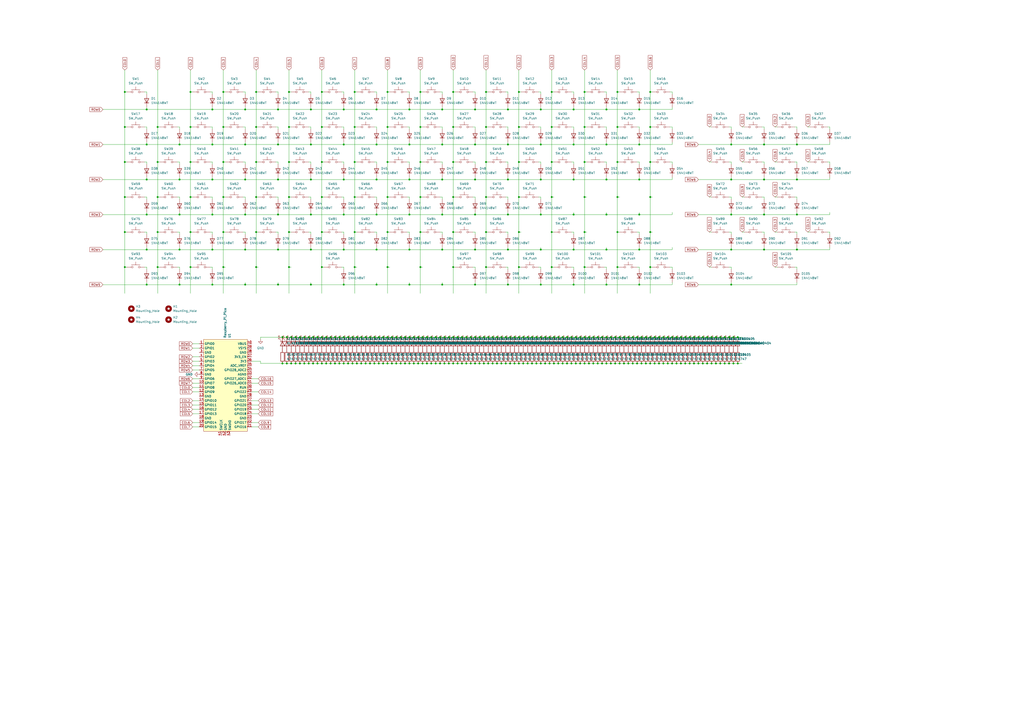
<source format=kicad_sch>
(kicad_sch (version 20231120) (generator "eeschema") (generator_version "8.0")
  (paper "A2")
  (junction (at 316.23 210.82))
  (junction (at 148.59 73.66))
  (junction (at 218.44 144.78))
  (junction (at 161.29 83.82))
  (junction (at 91.44 73.66))
  (junction (at 218.44 83.82))
  (junction (at 167.64 93.98))
  (junction (at 321.31 195.58))
  (junction (at 72.39 93.98))
  (junction (at 300.99 53.34))
  (junction (at 377.167 195.58))
  (junction (at 275.567 210.82))
  (junction (at 281.94 93.98))
  (junction (at 372.11 195.58))
  (junction (at 415.29 195.58))
  (junction (at 425.45 195.58))
  (junction (at 377.19 73.66))
  (junction (at 281.94 53.34))
  (junction (at 367.03 210.82))
  (junction (at 123.19 144.78))
  (junction (at 167.64 53.34))
  (junction (at 303.53 210.82))
  (junction (at 205.74 114.3))
  (junction (at 369.57 195.58))
  (junction (at 85.09 124.46))
  (junction (at 219.71 210.82))
  (junction (at 205.74 154.94))
  (junction (at 384.81 195.58))
  (junction (at 320.04 53.34))
  (junction (at 212.09 195.58))
  (junction (at 377.19 114.3))
  (junction (at 313.69 210.82))
  (junction (at 320.04 114.3))
  (junction (at 199.39 83.82))
  (junction (at 252.73 195.58))
  (junction (at 129.54 93.98))
  (junction (at 181.61 195.58))
  (junction (at 262.89 53.34))
  (junction (at 256.54 83.82))
  (junction (at 356.87 210.82))
  (junction (at 384.81 210.82))
  (junction (at 142.24 165.1))
  (junction (at 148.59 134.62))
  (junction (at 295.91 195.58))
  (junction (at 194.31 195.58))
  (junction (at 250.167 195.58))
  (junction (at 191.77 195.58))
  (junction (at 237.49 195.58))
  (junction (at 224.767 210.82))
  (junction (at 205.74 73.66))
  (junction (at 389.89 195.58))
  (junction (at 234.95 210.82))
  (junction (at 328.93 195.58))
  (junction (at 427.967 195.58))
  (junction (at 186.69 73.66))
  (junction (at 377.19 93.98))
  (junction (at 443.23 144.78))
  (junction (at 377.19 154.94))
  (junction (at 308.61 210.82))
  (junction (at 129.54 53.34))
  (junction (at 262.89 93.98))
  (junction (at 356.87 195.58))
  (junction (at 171.45 195.58))
  (junction (at 214.63 195.58))
  (junction (at 166.37 210.82))
  (junction (at 394.97 195.58))
  (junction (at 364.49 195.58))
  (junction (at 91.44 134.62))
  (junction (at 199.39 63.5))
  (junction (at 294.64 144.78))
  (junction (at 344.17 210.82))
  (junction (at 339.09 93.98))
  (junction (at 300.967 195.58))
  (junction (at 255.27 210.82))
  (junction (at 377.19 134.62))
  (junction (at 358.14 154.94))
  (junction (at 243.84 53.34))
  (junction (at 281.94 154.94))
  (junction (at 462.28 104.14))
  (junction (at 242.57 195.58))
  (junction (at 300.967 210.82))
  (junction (at 184.15 210.82))
  (junction (at 237.49 144.78))
  (junction (at 242.57 210.82))
  (junction (at 196.85 210.82))
  (junction (at 227.33 210.82))
  (junction (at 224.79 93.98))
  (junction (at 280.67 210.82))
  (junction (at 410.21 195.58))
  (junction (at 394.97 210.82))
  (junction (at 313.69 63.5))
  (junction (at 85.09 104.14))
  (junction (at 275.59 165.1))
  (junction (at 294.64 83.82))
  (junction (at 163.83 195.58))
  (junction (at 186.69 114.3))
  (junction (at 173.967 210.82))
  (junction (at 300.99 114.3))
  (junction (at 370.84 124.46))
  (junction (at 370.84 63.5))
  (junction (at 179.07 210.82))
  (junction (at 422.91 195.58))
  (junction (at 270.51 195.58))
  (junction (at 72.39 114.3))
  (junction (at 389.89 210.82))
  (junction (at 180.34 124.46))
  (junction (at 237.49 83.82))
  (junction (at 224.79 114.3))
  (junction (at 218.44 63.5))
  (junction (at 339.09 73.66))
  (junction (at 243.84 134.62))
  (junction (at 462.28 144.78))
  (junction (at 142.24 144.78))
  (junction (at 256.54 165.1))
  (junction (at 123.19 124.46))
  (junction (at 142.24 83.82))
  (junction (at 205.74 93.98))
  (junction (at 402.567 195.58))
  (junction (at 290.83 195.58))
  (junction (at 237.49 63.5))
  (junction (at 288.29 210.82))
  (junction (at 184.15 195.58))
  (junction (at 374.65 210.82))
  (junction (at 392.43 195.58))
  (junction (at 422.91 210.82))
  (junction (at 167.64 154.94))
  (junction (at 186.69 93.98))
  (junction (at 237.49 104.14))
  (junction (at 339.09 195.58))
  (junction (at 201.93 195.58))
  (junction (at 142.24 124.46))
  (junction (at 313.69 124.46))
  (junction (at 443.23 124.46))
  (junction (at 262.89 195.58))
  (junction (at 161.29 165.1))
  (junction (at 237.49 124.46))
  (junction (at 252.73 210.82))
  (junction (at 283.21 210.82))
  (junction (at 204.47 210.82))
  (junction (at 372.11 210.82))
  (junction (at 171.45 210.82))
  (junction (at 243.84 154.94))
  (junction (at 397.51 195.58))
  (junction (at 247.65 210.82))
  (junction (at 161.29 124.46))
  (junction (at 311.15 210.82))
  (junction (at 320.04 93.98))
  (junction (at 123.19 83.82))
  (junction (at 209.55 210.82))
  (junction (at 217.17 210.82))
  (junction (at 323.85 210.82))
  (junction (at 339.09 210.82))
  (junction (at 351.767 195.58))
  (junction (at 176.53 195.58))
  (junction (at 104.14 165.1))
  (junction (at 256.54 144.78))
  (junction (at 326.367 195.58))
  (junction (at 218.44 124.46))
  (junction (at 370.84 104.14))
  (junction (at 218.44 165.1))
  (junction (at 313.69 195.58))
  (junction (at 377.167 210.82))
  (junction (at 358.14 134.62))
  (junction (at 370.84 144.78))
  (junction (at 205.74 134.62))
  (junction (at 358.14 73.66))
  (junction (at 308.61 195.58))
  (junction (at 232.41 195.58))
  (junction (at 265.43 210.82))
  (junction (at 374.65 195.58))
  (junction (at 256.54 63.5))
  (junction (at 180.34 83.82))
  (junction (at 424.18 124.46))
  (junction (at 262.89 154.94))
  (junction (at 351.79 144.78))
  (junction (at 222.25 210.82))
  (junction (at 278.13 210.82))
  (junction (at 167.64 114.3))
  (junction (at 224.79 53.34))
  (junction (at 420.37 195.58))
  (junction (at 129.54 114.3))
  (junction (at 331.47 195.58))
  (junction (at 265.43 195.58))
  (junction (at 349.25 195.58))
  (junction (at 354.33 210.82))
  (junction (at 104.14 83.82))
  (junction (at 377.19 53.34))
  (junction (at 199.367 210.82))
  (junction (at 285.75 195.58))
  (junction (at 298.45 195.58))
  (junction (at 224.79 154.94))
  (junction (at 110.49 73.66))
  (junction (at 129.54 154.94))
  (junction (at 104.14 144.78))
  (junction (at 179.07 195.58))
  (junction (at 224.767 195.58))
  (junction (at 199.367 195.58))
  (junction (at 332.74 165.1))
  (junction (at 281.94 114.3))
  (junction (at 186.69 195.58))
  (junction (at 207.01 195.58))
  (junction (at 186.69 53.34))
  (junction (at 224.79 73.66))
  (junction (at 306.07 195.58))
  (junction (at 142.24 104.14))
  (junction (at 189.23 195.58))
  (junction (at 382.27 210.82))
  (junction (at 72.39 154.94))
  (junction (at 294.64 63.5))
  (junction (at 351.767 210.82))
  (junction (at 358.14 93.98))
  (junction (at 161.29 63.5))
  (junction (at 443.23 104.14))
  (junction (at 313.69 144.78))
  (junction (at 344.17 195.58))
  (junction (at 129.54 73.66))
  (junction (at 313.69 104.14))
  (junction (at 245.11 210.82))
  (junction (at 168.91 195.58))
  (junction (at 173.967 195.58))
  (junction (at 218.44 104.14))
  (junction (at 382.27 195.58))
  (junction (at 443.23 83.82))
  (junction (at 224.79 134.62))
  (junction (at 294.64 165.1))
  (junction (at 336.55 195.58))
  (junction (at 180.34 144.78))
  (junction (at 91.44 93.98))
  (junction (at 267.97 210.82))
  (junction (at 189.23 210.82))
  (junction (at 332.74 63.5))
  (junction (at 110.49 134.62))
  (junction (at 283.21 195.58))
  (junction (at 346.71 195.58))
  (junction (at 142.24 63.5))
  (junction (at 346.71 210.82))
  (junction (at 256.54 104.14))
  (junction (at 370.84 83.82))
  (junction (at 281.94 73.66))
  (junction (at 334.01 195.58))
  (junction (at 424.18 165.1))
  (junction (at 313.69 165.1))
  (junction (at 294.64 124.46))
  (junction (at 245.11 195.58))
  (junction (at 123.19 63.5))
  (junction (at 201.93 210.82))
  (junction (at 405.13 210.82))
  (junction (at 199.39 144.78))
  (junction (at 281.94 134.62))
  (junction (at 209.55 195.58))
  (junction (at 212.09 210.82))
  (junction (at 186.69 210.82))
  (junction (at 341.63 195.58))
  (junction (at 237.49 165.1))
  (junction (at 405.13 195.58))
  (junction (at 85.09 63.5))
  (junction (at 275.567 195.58))
  (junction (at 247.65 195.58))
  (junction (at 85.09 144.78))
  (junction (at 191.77 210.82))
  (junction (at 285.75 210.82))
  (junction (at 180.34 104.14))
  (junction (at 167.64 134.62))
  (junction (at 351.79 104.14))
  (junction (at 110.49 53.34))
  (junction (at 232.41 210.82))
  (junction (at 273.05 210.82))
  (junction (at 339.09 53.34))
  (junction (at 415.29 210.82))
  (junction (at 293.37 195.58))
  (junction (at 250.167 210.82))
  (junction (at 361.95 195.58))
  (junction (at 243.84 114.3))
  (junction (at 199.39 165.1))
  (junction (at 275.59 104.14))
  (junction (at 339.09 114.3))
  (junction (at 168.91 210.82))
  (junction (at 354.33 195.58))
  (junction (at 334.01 210.82))
  (junction (at 91.44 114.3))
  (junction (at 166.37 195.58))
  (junction (at 85.09 165.1))
  (junction (at 243.84 73.66))
  (junction (at 311.15 195.58))
  (junction (at 358.14 53.34))
  (junction (at 262.89 114.3))
  (junction (at 199.39 104.14))
  (junction (at 257.81 210.82))
  (junction (at 275.59 63.5))
  (junction (at 417.83 210.82))
  (junction (at 300.99 73.66))
  (junction (at 420.37 210.82))
  (junction (at 332.74 104.14))
  (junction (at 351.79 165.1))
  (junction (at 262.89 210.82))
  (junction (at 234.95 195.58))
  (junction (at 217.17 195.58))
  (junction (at 341.63 210.82))
  (junction (at 323.85 195.58))
  (junction (at 332.74 144.78))
  (junction (at 424.18 83.82))
  (junction (at 379.73 210.82))
  (junction (at 262.89 134.62))
  (junction (at 180.34 63.5))
  (junction (at 303.53 195.58))
  (junction (at 219.71 195.58))
  (junction (at 180.34 165.1))
  (junction (at 407.67 195.58))
  (junction (at 222.25 195.58))
  (junction (at 255.27 195.58))
  (junction (at 462.28 124.46))
  (junction (at 123.19 104.14))
  (junction (at 402.567 210.82))
  (junction (at 321.31 210.82))
  (junction (at 359.41 210.82))
  (junction (at 204.47 195.58))
  (junction (at 339.09 154.94))
  (junction (at 110.49 154.94))
  (junction (at 424.18 144.78))
  (junction (at 293.37 210.82))
  (junction (at 104.14 104.14))
  (junction (at 72.39 53.34))
  (junction (at 306.07 210.82))
  (junction (at 397.51 210.82))
  (junction (at 427.967 210.82))
  (junction (at 417.83 195.58))
  (junction (at 300.99 134.62))
  (junction (at 392.43 210.82))
  (junction (at 361.95 210.82))
  (junction (at 300.99 93.98))
  (junction (at 275.59 144.78))
  (junction (at 288.29 195.58))
  (junction (at 91.44 154.94))
  (junction (at 260.35 210.82))
  (junction (at 256.54 124.46))
  (junction (at 104.14 124.46))
  (junction (at 72.39 134.62))
  (junction (at 351.79 63.5))
  (junction (at 161.29 144.78))
  (junction (at 351.79 124.46))
  (junction (at 332.74 83.82))
  (junction (at 318.77 195.58))
  (junction (at 260.35 195.58))
  (junction (at 186.69 154.94))
  (junction (at 320.04 134.62))
  (junction (at 364.49 210.82))
  (junction (at 275.59 83.82))
  (junction (at 72.39 73.66))
  (junction (at 300.99 154.94))
  (junction (at 240.03 195.58))
  (junction (at 148.59 53.34))
  (junction (at 129.54 134.62))
  (junction (at 331.47 210.82))
  (junction (at 176.53 210.82))
  (junction (at 257.81 195.58))
  (junction (at 262.89 73.66))
  (junction (at 161.29 104.14))
  (junction (at 110.49 114.3))
  (junction (at 294.64 104.14))
  (junction (at 320.04 73.66))
  (junction (at 237.49 210.82))
  (junction (at 163.83 210.82))
  (junction (at 320.04 154.94))
  (junction (at 273.05 195.58))
  (junction (at 336.55 210.82))
  (junction (at 410.21 210.82))
  (junction (at 462.28 83.82))
  (junction (at 275.59 124.46))
  (junction (at 400.05 210.82))
  (junction (at 243.84 93.98))
  (junction (at 412.75 195.58))
  (junction (at 298.45 210.82))
  (junction (at 316.23 195.58))
  (junction (at 290.83 210.82))
  (junction (at 148.59 114.3))
  (junction (at 214.63 210.82))
  (junction (at 240.03 210.82))
  (junction (at 358.14 114.3))
  (junction (at 148.59 93.98))
  (junction (at 339.09 134.62))
  (junction (at 367.03 195.58))
  (junction (at 318.77 210.82))
  (junction (at 186.69 134.62))
  (junction (at 425.45 210.82))
  (junction (at 369.57 210.82))
  (junction (at 229.87 210.82))
  (junction (at 313.69 83.82))
  (junction (at 412.75 210.82))
  (junction (at 205.74 53.34))
  (junction (at 424.18 104.14))
  (junction (at 196.85 195.58))
  (junction (at 359.41 195.58))
  (junction (at 379.73 195.58))
  (junction (at 167.64 73.66))
  (junction (at 387.35 210.82))
  (junction (at 110.49 93.98))
  (junction (at 280.67 195.58))
  (junction (at 351.79 83.82))
  (junction (at 181.61 210.82))
  (junction (at 328.93 210.82))
  (junction (at 400.05 195.58))
  (junction (at 278.13 195.58))
  (junction (at 370.84 165.1))
  (junction (at 295.91 210.82))
  (junction (at 407.67 210.82))
  (junction (at 229.87 195.58))
  (junction (at 267.97 195.58))
  (junction (at 85.09 83.82))
  (junction (at 332.74 124.46))
  (junction (at 387.35 195.58))
  (junction (at 207.01 210.82))
  (junction (at 199.39 124.46))
  (junction (at 326.367 210.82))
  (junction (at 349.25 210.82))
  (junction (at 148.59 154.94))
  (junction (at 270.51 210.82))
  (junction (at 194.31 210.82))
  (junction (at 123.19 165.1))
  (junction (at 227.33 195.58))
  (wire (pts (xy 256.54 143.51) (xy 256.54 144.78)))
  (wire (pts (xy 91.44 154.94) (xy 91.44 170.18)))
  (wire (pts (xy 209.55 210.82) (xy 212.09 210.82)))
  (wire (pts (xy 281.94 73.66) (xy 281.94 93.98)))
  (wire (pts (xy 262.89 53.34) (xy 264.16 53.34)))
  (wire (pts (xy 275.59 123.19) (xy 275.59 124.46)))
  (wire (pts (xy 148.59 154.94) (xy 149.86 154.94)))
  (wire (pts (xy 224.79 154.94) (xy 226.06 154.94)))
  (wire (pts (xy 302.26 73.66) (xy 300.99 73.66)))
  (wire (pts (xy 161.29 73.66) (xy 161.29 74.93)))
  (wire (pts (xy 331.47 210.82) (xy 334.01 210.82)))
  (wire (pts (xy 339.09 210.82) (xy 341.63 210.82)))
  (wire (pts (xy 142.24 134.62) (xy 140.97 134.62)))
  (wire (pts (xy 161.29 144.78) (xy 180.34 144.78)))
  (wire (pts (xy 72.39 154.94) (xy 72.39 170.18)))
  (wire (pts (xy 424.18 82.55) (xy 424.18 83.82)))
  (wire (pts (xy 104.14 82.55) (xy 104.14 83.82)))
  (wire (pts (xy 294.64 134.62) (xy 294.64 135.89)))
  (wire (pts (xy 167.64 134.62) (xy 168.91 134.62)))
  (wire (pts (xy 130.81 53.34) (xy 129.54 53.34)))
  (wire (pts (xy 293.37 195.58) (xy 295.91 195.58)))
  (wire (pts (xy 256.54 134.62) (xy 255.27 134.62)))
  (wire (pts (xy 359.41 114.3) (xy 358.14 114.3)))
  (wire (pts (xy 364.49 195.58) (xy 367.03 195.58)))
  (wire (pts (xy 265.43 195.58) (xy 267.97 195.58)))
  (wire (pts (xy 262.89 53.34) (xy 262.89 73.66)))
  (wire (pts (xy 110.49 53.34) (xy 110.49 73.66)))
  (wire (pts (xy 171.45 210.82) (xy 173.967 210.82)))
  (wire (pts (xy 72.39 40.64) (xy 72.39 53.34)))
  (wire (pts (xy 290.83 195.58) (xy 293.37 195.58)))
  (wire (pts (xy 377.19 93.98) (xy 377.19 114.3)))
  (wire (pts (xy 111.76 247.65) (xy 115.57 247.65)))
  (wire (pts (xy 274.32 53.34) (xy 275.59 53.34)))
  (wire (pts (xy 384.81 210.82) (xy 387.35 210.82)))
  (wire (pts (xy 424.18 144.78) (xy 443.23 144.78)))
  (wire (pts (xy 367.03 195.58) (xy 369.57 195.58)))
  (wire (pts (xy 237.49 210.82) (xy 240.03 210.82)))
  (wire (pts (xy 161.29 62.23) (xy 161.29 63.5)))
  (wire (pts (xy 256.54 104.14) (xy 275.59 104.14)))
  (wire (pts (xy 295.91 210.82) (xy 298.45 210.82)))
  (wire (pts (xy 443.23 114.3) (xy 443.23 115.57)))
  (wire (pts (xy 370.84 165.1) (xy 389.89 165.1)))
  (wire (pts (xy 377.19 154.94) (xy 377.19 170.18)))
  (wire (pts (xy 274.32 93.98) (xy 275.59 93.98)))
  (wire (pts (xy 461.01 154.94) (xy 462.28 154.94)))
  (wire (pts (xy 462.28 143.51) (xy 462.28 144.78)))
  (wire (pts (xy 313.69 154.94) (xy 313.69 156.21)))
  (wire (pts (xy 275.59 134.62) (xy 275.59 135.89)))
  (wire (pts (xy 328.93 195.58) (xy 331.47 195.58)))
  (wire (pts (xy 370.84 63.5) (xy 389.89 63.5)))
  (wire (pts (xy 224.79 53.34) (xy 224.79 73.66)))
  (wire (pts (xy 123.19 73.66) (xy 123.19 74.93)))
  (wire (pts (xy 407.67 195.58) (xy 410.21 195.58)))
  (wire (pts (xy 160.02 53.34) (xy 161.29 53.34)))
  (wire (pts (xy 351.767 210.82) (xy 354.33 210.82)))
  (wire (pts (xy 336.55 195.58) (xy 339.09 195.58)))
  (wire (pts (xy 59.69 63.5) (xy 85.09 63.5)))
  (wire (pts (xy 142.24 163.83) (xy 142.24 165.1)))
  (wire (pts (xy 354.33 195.58) (xy 356.87 195.58)))
  (wire (pts (xy 247.65 195.58) (xy 250.167 195.58)))
  (wire (pts (xy 146.05 245.11) (xy 149.86 245.11)))
  (wire (pts (xy 462.28 114.3) (xy 462.28 115.57)))
  (wire (pts (xy 389.89 62.23) (xy 389.89 63.5)))
  (wire (pts (xy 214.63 210.82) (xy 217.17 210.82)))
  (wire (pts (xy 364.49 210.82) (xy 367.03 210.82)))
  (wire (pts (xy 236.22 114.3) (xy 237.49 114.3)))
  (wire (pts (xy 234.95 195.58) (xy 237.49 195.58)))
  (wire (pts (xy 191.77 210.82) (xy 194.31 210.82)))
  (wire (pts (xy 161.29 114.3) (xy 161.29 115.57)))
  (wire (pts (xy 129.54 53.34) (xy 129.54 73.66)))
  (wire (pts (xy 102.87 73.66) (xy 104.14 73.66)))
  (wire (pts (xy 313.69 163.83) (xy 313.69 165.1)))
  (wire (pts (xy 224.79 93.98) (xy 226.06 93.98)))
  (wire (pts (xy 405.13 124.46) (xy 424.18 124.46)))
  (wire (pts (xy 199.39 73.66) (xy 198.12 73.66)))
  (wire (pts (xy 294.64 154.94) (xy 294.64 156.21)))
  (wire (pts (xy 313.69 143.51) (xy 313.69 144.78)))
  (wire (pts (xy 256.54 102.87) (xy 256.54 104.14)))
  (wire (pts (xy 351.79 62.23) (xy 351.79 63.5)))
  (wire (pts (xy 204.47 210.82) (xy 207.01 210.82)))
  (wire (pts (xy 148.59 93.98) (xy 148.59 114.3)))
  (wire (pts (xy 370.84 93.98) (xy 369.57 93.98)))
  (wire (pts (xy 372.11 195.58) (xy 374.65 195.58)))
  (wire (pts (xy 481.33 123.19) (xy 481.33 124.46)))
  (wire (pts (xy 148.59 134.62) (xy 149.86 134.62)))
  (wire (pts (xy 283.21 195.58) (xy 285.75 195.58)))
  (wire (pts (xy 350.52 73.66) (xy 351.79 73.66)))
  (wire (pts (xy 303.53 210.82) (xy 306.07 210.82)))
  (wire (pts (xy 443.23 93.98) (xy 441.96 93.98)))
  (wire (pts (xy 146.05 222.25) (xy 149.86 222.25)))
  (wire (pts (xy 267.97 210.82) (xy 270.51 210.82)))
  (wire (pts (xy 313.69 93.98) (xy 313.69 95.25)))
  (wire (pts (xy 300.967 195.58) (xy 303.53 195.58)))
  (wire (pts (xy 151.13 210.82) (xy 151.13 209.55)))
  (wire (pts (xy 148.59 93.98) (xy 149.86 93.98)))
  (wire (pts (xy 313.69 123.19) (xy 313.69 124.46)))
  (wire (pts (xy 180.34 62.23) (xy 180.34 63.5)))
  (wire (pts (xy 123.19 93.98) (xy 123.19 95.25)))
  (wire (pts (xy 161.29 123.19) (xy 161.29 124.46)))
  (wire (pts (xy 167.64 114.3) (xy 168.91 114.3)))
  (wire (pts (xy 431.8 114.3) (xy 430.53 114.3)))
  (wire (pts (xy 245.11 210.82) (xy 247.65 210.82)))
  (wire (pts (xy 256.54 165.1) (xy 275.59 165.1)))
  (wire (pts (xy 300.99 73.66) (xy 300.99 93.98)))
  (wire (pts (xy 243.84 40.64) (xy 243.84 53.34)))
  (wire (pts (xy 424.18 73.66) (xy 424.18 74.93)))
  (wire (pts (xy 351.79 82.55) (xy 351.79 83.82)))
  (wire (pts (xy 275.59 104.14) (xy 294.64 104.14)))
  (wire (pts (xy 358.14 73.66) (xy 358.14 93.98)))
  (wire (pts (xy 123.19 143.51) (xy 123.19 144.78)))
  (wire (pts (xy 199.39 163.83) (xy 199.39 165.1)))
  (wire (pts (xy 346.71 210.82) (xy 349.25 210.82)))
  (wire (pts (xy 275.59 102.87) (xy 275.59 104.14)))
  (wire (pts (xy 351.79 163.83) (xy 351.79 165.1)))
  (wire (pts (xy 370.84 102.87) (xy 370.84 104.14)))
  (wire (pts (xy 91.44 73.66) (xy 91.44 93.98)))
  (wire (pts (xy 199.39 134.62) (xy 199.39 135.89)))
  (wire (pts (xy 427.967 210.82) (xy 430.507 210.82)))
  (wire (pts (xy 370.84 93.98) (xy 370.84 95.25)))
  (wire (pts (xy 256.54 114.3) (xy 256.54 115.57)))
  (wire (pts (xy 199.39 154.94) (xy 198.12 154.94)))
  (wire (pts (xy 85.09 73.66) (xy 83.82 73.66)))
  (wire (pts (xy 443.23 124.46) (xy 462.28 124.46)))
  (wire (pts (xy 392.43 195.58) (xy 394.97 195.58)))
  (wire (pts (xy 142.24 114.3) (xy 140.97 114.3)))
  (wire (pts (xy 212.09 195.58) (xy 214.63 195.58)))
  (wire (pts (xy 148.59 154.94) (xy 148.59 170.18)))
  (wire (pts (xy 186.69 210.82) (xy 189.23 210.82)))
  (wire (pts (xy 388.62 73.66) (xy 389.89 73.66)))
  (wire (pts (xy 285.75 195.58) (xy 288.29 195.58)))
  (wire (pts (xy 370.84 73.66) (xy 369.57 73.66)))
  (wire (pts (xy 302.26 93.98) (xy 300.99 93.98)))
  (wire (pts (xy 91.44 134.62) (xy 91.44 154.94)))
  (wire (pts (xy 425.45 195.58) (xy 427.967 195.58)))
  (wire (pts (xy 218.44 53.34) (xy 218.44 54.61)))
  (wire (pts (xy 180.34 163.83) (xy 180.34 165.1)))
  (wire (pts (xy 422.91 210.82) (xy 425.45 210.82)))
  (wire (pts (xy 389.89 154.94) (xy 389.89 156.21)))
  (wire (pts (xy 237.49 93.98) (xy 237.49 95.25)))
  (wire (pts (xy 224.79 40.64) (xy 224.79 53.34)))
  (wire (pts (xy 361.95 210.82) (xy 364.49 210.82)))
  (wire (pts (xy 242.57 210.82) (xy 245.11 210.82)))
  (wire (pts (xy 377.19 114.3) (xy 377.19 134.62)))
  (wire (pts (xy 237.49 63.5) (xy 256.54 63.5)))
  (wire (pts (xy 245.11 134.62) (xy 243.84 134.62)))
  (wire (pts (xy 59.69 165.1) (xy 85.09 165.1)))
  (wire (pts (xy 257.81 195.58) (xy 260.35 195.58)))
  (wire (pts (xy 218.44 163.83) (xy 218.44 165.1)))
  (wire (pts (xy 339.09 154.94) (xy 339.09 170.18)))
  (wire (pts (xy 245.11 114.3) (xy 243.84 114.3)))
  (wire (pts (xy 217.17 73.66) (xy 218.44 73.66)))
  (wire (pts (xy 180.34 63.5) (xy 199.39 63.5)))
  (wire (pts (xy 341.63 195.58) (xy 344.17 195.58)))
  (wire (pts (xy 199.367 195.58) (xy 201.93 195.58)))
  (wire (pts (xy 405.13 104.14) (xy 424.18 104.14)))
  (wire (pts (xy 146.05 227.33) (xy 149.86 227.33)))
  (wire (pts (xy 129.54 154.94) (xy 129.54 170.18)))
  (wire (pts (xy 294.64 114.3) (xy 294.64 115.57)))
  (wire (pts (xy 405.13 144.78) (xy 424.18 144.78)))
  (wire (pts (xy 351.79 83.82) (xy 370.84 83.82)))
  (wire (pts (xy 236.22 134.62) (xy 237.49 134.62)))
  (wire (pts (xy 181.61 195.58) (xy 184.15 195.58)))
  (wire (pts (xy 151.13 195.58) (xy 151.13 196.85)))
  (wire (pts (xy 326.367 210.82) (xy 328.93 210.82)))
  (wire (pts (xy 110.49 73.66) (xy 111.76 73.66)))
  (wire (pts (xy 218.44 83.82) (xy 237.49 83.82)))
  (wire (pts (xy 163.83 210.82) (xy 166.37 210.82)))
  (wire (pts (xy 462.28 83.82) (xy 481.33 83.82)))
  (wire (pts (xy 130.81 73.66) (xy 129.54 73.66)))
  (wire (pts (xy 294.64 62.23) (xy 294.64 63.5)))
  (wire (pts (xy 351.79 73.66) (xy 351.79 74.93)))
  (wire (pts (xy 237.49 134.62) (xy 237.49 135.89)))
  (wire (pts (xy 104.14 143.51) (xy 104.14 144.78)))
  (wire (pts (xy 359.41 154.94) (xy 358.14 154.94)))
  (wire (pts (xy 293.37 73.66) (xy 294.64 73.66)))
  (wire (pts (xy 411.48 114.3) (xy 412.75 114.3)))
  (wire (pts (xy 237.49 124.46) (xy 256.54 124.46)))
  (wire (pts (xy 186.69 73.66) (xy 186.69 93.98)))
  (wire (pts (xy 161.29 104.14) (xy 180.34 104.14)))
  (wire (pts (xy 110.49 73.66) (xy 110.49 93.98)))
  (wire (pts (xy 180.34 104.14) (xy 199.39 104.14)))
  (wire (pts (xy 294.64 82.55) (xy 294.64 83.82)))
  (wire (pts (xy 262.89 154.94) (xy 264.16 154.94)))
  (wire (pts (xy 199.39 62.23) (xy 199.39 63.5)))
  (wire (pts (xy 121.92 53.34) (xy 123.19 53.34)))
  (wire (pts (xy 334.01 210.82) (xy 336.55 210.82)))
  (wire (pts (xy 199.39 73.66) (xy 199.39 74.93)))
  (wire (pts (xy 302.26 154.94) (xy 300.99 154.94)))
  (wire (pts (xy 359.41 210.82) (xy 361.95 210.82)))
  (wire (pts (xy 186.69 114.3) (xy 186.69 134.62)))
  (wire (pts (xy 377.167 195.58) (xy 379.73 195.58)))
  (wire (pts (xy 217.17 134.62) (xy 218.44 134.62)))
  (wire (pts (xy 350.52 154.94) (xy 351.79 154.94)))
  (wire (pts (xy 142.24 93.98) (xy 142.24 95.25)))
  (wire (pts (xy 313.69 53.34) (xy 312.42 53.34)))
  (wire (pts (xy 313.69 93.98) (xy 312.42 93.98)))
  (wire (pts (xy 205.74 53.34) (xy 207.01 53.34)))
  (wire (pts (xy 104.14 163.83) (xy 104.14 165.1)))
  (wire (pts (xy 256.54 63.5) (xy 275.59 63.5)))
  (wire (pts (xy 411.48 93.98) (xy 412.75 93.98)))
  (wire (pts (xy 73.66 154.94) (xy 72.39 154.94)))
  (wire (pts (xy 420.37 195.58) (xy 422.91 195.58)))
  (wire (pts (xy 332.74 144.78) (xy 351.79 144.78)))
  (wire (pts (xy 111.76 207.01) (xy 115.57 207.01)))
  (wire (pts (xy 142.24 102.87) (xy 142.24 104.14)))
  (wire (pts (xy 161.29 124.46) (xy 180.34 124.46)))
  (wire (pts (xy 405.13 195.58) (xy 407.67 195.58)))
  (wire (pts (xy 199.39 124.46) (xy 218.44 124.46)))
  (wire (pts (xy 123.19 134.62) (xy 123.19 135.89)))
  (wire (pts (xy 462.28 163.83) (xy 462.28 165.1)))
  (wire (pts (xy 218.44 114.3) (xy 218.44 115.57)))
  (wire (pts (xy 187.96 73.66) (xy 186.69 73.66)))
  (wire (pts (xy 129.54 73.66) (xy 129.54 93.98)))
  (wire (pts (xy 480.06 93.98) (xy 481.33 93.98)))
  (wire (pts (xy 85.09 53.34) (xy 85.09 54.61)))
  (wire (pts (xy 85.09 102.87) (xy 85.09 104.14)))
  (wire (pts (xy 377.19 134.62) (xy 378.46 134.62)))
  (wire (pts (xy 410.21 195.58) (xy 412.75 195.58)))
  (wire (pts (xy 224.79 154.94) (xy 224.79 170.18)))
  (wire (pts (xy 400.05 195.58) (xy 402.567 195.58)))
  (wire (pts (xy 346.71 195.58) (xy 349.25 195.58)))
  (wire (pts (xy 320.04 134.62) (xy 320.04 154.94)))
  (wire (pts (xy 218.44 82.55) (xy 218.44 83.82)))
  (wire (pts (xy 281.94 134.62) (xy 281.94 154.94)))
  (wire (pts (xy 275.59 83.82) (xy 294.64 83.82)))
  (wire (pts (xy 431.8 73.66) (xy 430.53 73.66)))
  (wire (pts (xy 212.09 210.82) (xy 214.63 210.82)))
  (wire (pts (xy 313.69 154.94) (xy 312.42 154.94)))
  (wire (pts (xy 104.14 73.66) (xy 104.14 74.93)))
  (wire (pts (xy 85.09 165.1) (xy 104.14 165.1)))
  (wire (pts (xy 367.03 210.82) (xy 369.57 210.82)))
  (wire (pts (xy 461.01 114.3) (xy 462.28 114.3)))
  (wire (pts (xy 236.22 93.98) (xy 237.49 93.98)))
  (wire (pts (xy 167.64 53.34) (xy 168.91 53.34)))
  (wire (pts (xy 205.74 134.62) (xy 205.74 154.94)))
  (wire (pts (xy 394.97 195.58) (xy 397.51 195.58)))
  (wire (pts (xy 237.49 53.34) (xy 237.49 54.61)))
  (wire (pts (xy 370.84 154.94) (xy 369.57 154.94)))
  (wire (pts (xy 245.11 154.94) (xy 243.84 154.94)))
  (wire (pts (xy 218.44 102.87) (xy 218.44 104.14)))
  (wire (pts (xy 462.28 93.98) (xy 462.28 95.25)))
  (wire (pts (xy 281.94 40.64) (xy 281.94 53.34)))
  (wire (pts (xy 218.44 93.98) (xy 218.44 95.25)))
  (wire (pts (xy 321.31 210.82) (xy 323.85 210.82)))
  (wire (pts (xy 243.84 114.3) (xy 243.84 134.62)))
  (wire (pts (xy 256.54 124.46) (xy 275.59 124.46)))
  (wire (pts (xy 313.69 195.58) (xy 316.23 195.58)))
  (wire (pts (xy 300.967 210.82) (xy 303.53 210.82)))
  (wire (pts (xy 245.11 93.98) (xy 243.84 93.98)))
  (wire (pts (xy 85.09 83.82) (xy 104.14 83.82)))
  (wire (pts (xy 351.79 123.19) (xy 351.79 124.46)))
  (wire (pts (xy 102.87 134.62) (xy 104.14 134.62)))
  (wire (pts (xy 256.54 53.34) (xy 256.54 54.61)))
  (wire (pts (xy 180.34 102.87) (xy 180.34 104.14)))
  (wire (pts (xy 302.26 53.34) (xy 300.99 53.34)))
  (wire (pts (xy 397.51 195.58) (xy 400.05 195.58)))
  (wire (pts (xy 377.19 53.34) (xy 378.46 53.34)))
  (wire (pts (xy 424.18 102.87) (xy 424.18 104.14)))
  (wire (pts (xy 274.32 154.94) (xy 275.59 154.94)))
  (wire (pts (xy 392.43 210.82) (xy 394.97 210.82)))
  (wire (pts (xy 388.62 154.94) (xy 389.89 154.94)))
  (wire (pts (xy 180.34 93.98) (xy 180.34 95.25)))
  (wire (pts (xy 245.11 53.34) (xy 243.84 53.34)))
  (wire (pts (xy 186.69 195.58) (xy 189.23 195.58)))
  (wire (pts (xy 424.18 93.98) (xy 424.18 95.25)))
  (wire (pts (xy 243.84 93.98) (xy 243.84 114.3)))
  (wire (pts (xy 389.89 102.87) (xy 389.89 104.14)))
  (wire (pts (xy 313.69 144.78) (xy 332.74 144.78)))
  (wire (pts (xy 274.32 134.62) (xy 275.59 134.62)))
  (wire (pts (xy 443.23 114.3) (xy 441.96 114.3)))
  (wire (pts (xy 389.89 53.34) (xy 389.89 54.61)))
  (wire (pts (xy 339.09 93.98) (xy 339.09 114.3)))
  (wire (pts (xy 270.51 210.82) (xy 273.05 210.82)))
  (wire (pts (xy 281.94 114.3) (xy 283.21 114.3)))
  (wire (pts (xy 237.49 114.3) (xy 237.49 115.57)))
  (wire (pts (xy 336.55 210.82) (xy 339.09 210.82)))
  (wire (pts (xy 320.04 73.66) (xy 321.31 73.66)))
  (wire (pts (xy 217.17 195.58) (xy 219.71 195.58)))
  (wire (pts (xy 288.29 195.58) (xy 290.83 195.58)))
  (wire (pts (xy 255.27 195.58) (xy 257.81 195.58)))
  (wire (pts (xy 358.14 53.34) (xy 358.14 73.66)))
  (wire (pts (xy 232.41 195.58) (xy 234.95 195.58)))
  (wire (pts (xy 400.05 210.82) (xy 402.567 210.82)))
  (wire (pts (xy 111.76 234.95) (xy 115.57 234.95)))
  (wire (pts (xy 218.44 63.5) (xy 237.49 63.5)))
  (wire (pts (xy 281.94 53.34) (xy 283.21 53.34)))
  (wire (pts (xy 350.52 93.98) (xy 351.79 93.98)))
  (wire (pts (xy 443.23 93.98) (xy 443.23 95.25)))
  (wire (pts (xy 161.29 83.82) (xy 180.34 83.82)))
  (wire (pts (xy 294.64 165.1) (xy 313.69 165.1)))
  (wire (pts (xy 256.54 163.83) (xy 256.54 165.1)))
  (wire (pts (xy 417.83 210.82) (xy 420.37 210.82)))
  (wire (pts (xy 224.79 73.66) (xy 226.06 73.66)))
  (wire (pts (xy 394.97 210.82) (xy 397.51 210.82)))
  (wire (pts (xy 111.76 214.63) (xy 115.57 214.63)))
  (wire (pts (xy 217.17 53.34) (xy 218.44 53.34)))
  (wire (pts (xy 224.79 53.34) (xy 226.06 53.34)))
  (wire (pts (xy 425.45 210.82) (xy 427.967 210.82)))
  (wire (pts (xy 320.04 93.98) (xy 320.04 114.3)))
  (wire (pts (xy 257.81 210.82) (xy 260.35 210.82)))
  (wire (pts (xy 205.74 154.94) (xy 207.01 154.94)))
  (wire (pts (xy 180.34 143.51) (xy 180.34 144.78)))
  (wire (pts (xy 350.52 53.34) (xy 351.79 53.34)))
  (wire (pts (xy 262.89 73.66) (xy 262.89 93.98)))
  (wire (pts (xy 85.09 144.78) (xy 104.14 144.78)))
  (wire (pts (xy 351.767 195.58) (xy 354.33 195.58)))
  (wire (pts (xy 123.19 144.78) (xy 142.24 144.78)))
  (wire (pts (xy 111.76 240.03) (xy 115.57 240.03)))
  (wire (pts (xy 461.01 93.98) (xy 462.28 93.98)))
  (wire (pts (xy 186.69 93.98) (xy 186.69 114.3)))
  (wire (pts (xy 160.02 114.3) (xy 161.29 114.3)))
  (wire (pts (xy 443.23 144.78) (xy 462.28 144.78)))
  (wire (pts (xy 142.24 53.34) (xy 140.97 53.34)))
  (wire (pts (xy 256.54 62.23) (xy 256.54 63.5)))
  (wire (pts (xy 311.15 195.58) (xy 313.69 195.58)))
  (wire (pts (xy 142.24 143.51) (xy 142.24 144.78)))
  (wire (pts (xy 237.49 73.66) (xy 237.49 74.93)))
  (wire (pts (xy 422.91 134.62) (xy 424.18 134.62)))
  (wire (pts (xy 129.54 114.3) (xy 129.54 134.62)))
  (wire (pts (xy 111.76 199.39) (xy 115.57 199.39)))
  (wire (pts (xy 240.03 195.58) (xy 242.57 195.58)))
  (wire (pts (xy 167.64 114.3) (xy 167.64 134.62)))
  (wire (pts (xy 205.74 73.66) (xy 205.74 93.98)))
  (wire (pts (xy 85.09 53.34) (xy 83.82 53.34)))
  (wire (pts (xy 344.17 210.82) (xy 346.71 210.82)))
  (wire (pts (xy 85.09 62.23) (xy 85.09 63.5)))
  (wire (pts (xy 370.84 53.34) (xy 369.57 53.34)))
  (wire (pts (xy 351.79 53.34) (xy 351.79 54.61)))
  (wire (pts (xy 332.74 134.62) (xy 332.74 135.89)))
  (wire (pts (xy 85.09 93.98) (xy 85.09 95.25)))
  (wire (pts (xy 180.34 124.46) (xy 199.39 124.46)))
  (wire (pts (xy 377.19 73.66) (xy 378.46 73.66)))
  (wire (pts (xy 121.92 114.3) (xy 123.19 114.3)))
  (wire (pts (xy 218.44 134.62) (xy 218.44 135.89)))
  (wire (pts (xy 294.64 73.66) (xy 294.64 74.93)))
  (wire (pts (xy 142.24 124.46) (xy 161.29 124.46)))
  (wire (pts (xy 388.62 93.98) (xy 389.89 93.98)))
  (wire (pts (xy 73.66 53.34) (xy 72.39 53.34)))
  (wire (pts (xy 160.02 73.66) (xy 161.29 73.66)))
  (wire (pts (xy 370.84 144.78) (xy 389.89 144.78)))
  (wire (pts (xy 85.09 124.46) (xy 104.14 124.46)))
  (wire (pts (xy 205.74 53.34) (xy 205.74 73.66)))
  (wire (pts (xy 111.76 237.49) (xy 115.57 237.49)))
  (wire (pts (xy 260.35 210.82) (xy 262.89 210.82)))
  (wire (pts (xy 358.14 134.62) (xy 358.14 154.94)))
  (wire (pts (xy 237.49 104.14) (xy 256.54 104.14)))
  (wire (pts (xy 300.99 93.98) (xy 300.99 114.3)))
  (wire (pts (xy 199.39 134.62) (xy 198.12 134.62)))
  (wire (pts (xy 166.37 210.82) (xy 168.91 210.82)))
  (wire (pts (xy 339.09 53.34) (xy 340.36 53.34)))
  (wire (pts (xy 167.64 134.62) (xy 167.64 154.94)))
  (wire (pts (xy 377.19 154.94) (xy 378.46 154.94)))
  (wire (pts (xy 171.45 195.58) (xy 173.967 195.58)))
  (wire (pts (xy 218.44 144.78) (xy 237.49 144.78)))
  (wire (pts (xy 332.74 53.34) (xy 332.74 54.61)))
  (wire (pts (xy 389.89 195.58) (xy 392.43 195.58)))
  (wire (pts (xy 320.04 114.3) (xy 320.04 134.62)))
  (wire (pts (xy 431.8 134.62) (xy 430.53 134.62)))
  (wire (pts (xy 123.19 83.82) (xy 142.24 83.82)))
  (wire (pts (xy 320.04 114.3) (xy 321.31 114.3)))
  (wire (pts (xy 294.64 83.82) (xy 313.69 83.82)))
  (wire (pts (xy 281.94 93.98) (xy 283.21 93.98)))
  (wire (pts (xy 237.49 82.55) (xy 237.49 83.82)))
  (wire (pts (xy 237.49 165.1) (xy 256.54 165.1)))
  (wire (pts (xy 85.09 63.5) (xy 123.19 63.5)))
  (wire (pts (xy 161.29 143.51) (xy 161.29 144.78)))
  (wire (pts (xy 326.367 195.58) (xy 328.93 195.58)))
  (wire (pts (xy 199.39 93.98) (xy 199.39 95.25)))
  (wire (pts (xy 236.22 73.66) (xy 237.49 73.66)))
  (wire (pts (xy 449.58 93.98) (xy 450.85 93.98)))
  (wire (pts (xy 280.67 210.82) (xy 283.21 210.82)))
  (wire (pts (xy 275.567 210.82) (xy 278.13 210.82)))
  (wire (pts (xy 256.54 123.19) (xy 256.54 124.46)))
  (wire (pts (xy 199.39 114.3) (xy 199.39 115.57)))
  (wire (pts (xy 237.49 195.58) (xy 240.03 195.58)))
  (wire (pts (xy 262.89 134.62) (xy 262.89 154.94)))
  (wire (pts (xy 161.29 93.98) (xy 161.29 95.25)))
  (wire (pts (xy 218.44 73.66) (xy 218.44 74.93)))
  (wire (pts (xy 278.13 210.82) (xy 280.67 210.82)))
  (wire (pts (xy 85.09 134.62) (xy 83.82 134.62)))
  (wire (pts (xy 424.18 163.83) (xy 424.18 165.1)))
  (wire (pts (xy 85.09 93.98) (xy 83.82 93.98)))
  (wire (pts (xy 443.23 73.66) (xy 443.23 74.93)))
  (wire (pts (xy 168.91 210.82) (xy 171.45 210.82)))
  (wire (pts (xy 130.81 154.94) (xy 129.54 154.94)))
  (wire (pts (xy 313.69 63.5) (xy 332.74 63.5)))
  (wire (pts (xy 104.14 83.82) (xy 123.19 83.82)))
  (wire (pts (xy 387.35 210.82) (xy 389.89 210.82)))
  (wire (pts (xy 245.11 73.66) (xy 243.84 73.66)))
  (wire (pts (xy 331.47 154.94) (xy 332.74 154.94)))
  (wire (pts (xy 227.33 210.82) (xy 229.87 210.82)))
  (wire (pts (xy 91.44 93.98) (xy 92.71 93.98)))
  (wire (pts (xy 267.97 195.58) (xy 270.51 195.58)))
  (wire (pts (xy 328.93 210.82) (xy 331.47 210.82)))
  (wire (pts (xy 85.09 154.94) (xy 83.82 154.94)))
  (wire (pts (xy 224.79 73.66) (xy 224.79 93.98)))
  (wire (pts (xy 294.64 163.83) (xy 294.64 165.1)))
  (wire (pts (xy 275.59 82.55) (xy 275.59 83.82)))
  (wire (pts (xy 111.76 209.55) (xy 115.57 209.55)))
  (wire (pts (xy 411.48 154.94) (xy 412.75 154.94)))
  (wire (pts (xy 196.85 195.58) (xy 199.367 195.58)))
  (wire (pts (xy 389.89 143.51) (xy 389.89 144.78)))
  (wire (pts (xy 275.59 165.1) (xy 294.64 165.1)))
  (wire (pts (xy 320.04 53.34) (xy 321.31 53.34)))
  (wire (pts (xy 104.14 114.3) (xy 104.14 115.57)))
  (wire (pts (xy 449.58 134.62) (xy 450.85 134.62)))
  (wire (pts (xy 462.28 144.78) (xy 481.33 144.78)))
  (wire (pts (xy 412.75 210.82) (xy 415.29 210.82)))
  (wire (pts (xy 332.74 83.82) (xy 351.79 83.82)))
  (wire (pts (xy 300.99 40.64) (xy 300.99 53.34)))
  (wire (pts (xy 323.85 210.82) (xy 326.367 210.82)))
  (wire (pts (xy 313.69 114.3) (xy 312.42 114.3)))
  (wire (pts (xy 420.37 210.82) (xy 422.91 210.82)))
  (wire (pts (xy 358.14 93.98) (xy 358.14 114.3)))
  (wire (pts (xy 111.76 201.93) (xy 115.57 201.93)))
  (wire (pts (xy 142.24 134.62) (xy 142.24 135.89)))
  (wire (pts (xy 370.84 83.82) (xy 389.89 83.82)))
  (wire (pts (xy 374.65 210.82) (xy 377.167 210.82)))
  (wire (pts (xy 91.44 114.3) (xy 91.44 134.62)))
  (wire (pts (xy 217.17 114.3) (xy 218.44 114.3)))
  (wire (pts (xy 111.76 219.71) (xy 115.57 219.71)))
  (wire (pts (xy 142.24 63.5) (xy 161.29 63.5)))
  (wire (pts (xy 179.07 114.3) (xy 180.34 114.3)))
  (wire (pts (xy 370.84 62.23) (xy 370.84 63.5)))
  (wire (pts (xy 104.14 102.87) (xy 104.14 104.14)))
  (wire (pts (xy 382.27 195.58) (xy 384.81 195.58)))
  (wire (pts (xy 316.23 210.82) (xy 318.77 210.82)))
  (wire (pts (xy 411.48 134.62) (xy 412.75 134.62)))
  (wire (pts (xy 377.19 40.64) (xy 377.19 53.34)))
  (wire (pts (xy 358.14 114.3) (xy 358.14 134.62)))
  (wire (pts (xy 389.89 163.83) (xy 389.89 165.1)))
  (wire (pts (xy 160.02 93.98) (xy 161.29 93.98)))
  (wire (pts (xy 161.29 134.62) (xy 161.29 135.89)))
  (wire (pts (xy 321.31 195.58) (xy 323.85 195.58)))
  (wire (pts (xy 387.35 195.58) (xy 389.89 195.58)))
  (wire (pts (xy 359.41 53.34) (xy 358.14 53.34)))
  (wire (pts (xy 262.89 73.66) (xy 264.16 73.66)))
  (wire (pts (xy 218.44 62.23) (xy 218.44 63.5)))
  (wire (pts (xy 313.69 83.82) (xy 332.74 83.82)))
  (wire (pts (xy 218.44 123.19) (xy 218.44 124.46)))
  (wire (pts (xy 187.96 114.3) (xy 186.69 114.3)))
  (wire (pts (xy 123.19 104.14) (xy 142.24 104.14)))
  (wire (pts (xy 389.89 93.98) (xy 389.89 95.25)))
  (wire (pts (xy 167.64 53.34) (xy 167.64 73.66)))
  (wire (pts (xy 370.84 163.83) (xy 370.84 165.1)))
  (wire (pts (xy 205.74 93.98) (xy 205.74 114.3)))
  (wire (pts (xy 424.18 165.1) (xy 462.28 165.1)))
  (wire (pts (xy 167.64 40.64) (xy 167.64 53.34)))
  (wire (pts (xy 167.64 73.66) (xy 167.64 93.98)))
  (wire (pts (xy 300.99 53.34) (xy 300.99 73.66)))
  (wire (pts (xy 389.89 73.66) (xy 389.89 74.93)))
  (wire (pts (xy 273.05 195.58) (xy 275.567 195.58)))
  (wire (pts (xy 377.167 210.82) (xy 379.73 210.82)))
  (wire (pts (xy 199.39 93.98) (xy 198.12 93.98)))
  (wire (pts (xy 332.74 165.1) (xy 351.79 165.1)))
  (wire (pts (xy 369.57 210.82) (xy 372.11 210.82)))
  (wire (pts (xy 110.49 93.98) (xy 110.49 114.3)))
  (wire (pts (xy 243.84 73.66) (xy 243.84 93.98)))
  (wire (pts (xy 275.59 124.46) (xy 294.64 124.46)))
  (wire (pts (xy 123.19 82.55) (xy 123.19 83.82)))
  (wire (pts (xy 344.17 195.58) (xy 346.71 195.58)))
  (wire (pts (xy 331.47 134.62) (xy 332.74 134.62)))
  (wire (pts (xy 73.66 73.66) (xy 72.39 73.66)))
  (wire (pts (xy 332.74 123.19) (xy 332.74 124.46)))
  (wire (pts (xy 275.59 144.78) (xy 294.64 144.78)))
  (wire (pts (xy 167.64 93.98) (xy 168.91 93.98)))
  (wire (pts (xy 332.74 73.66) (xy 332.74 74.93)))
  (wire (pts (xy 281.94 93.98) (xy 281.94 114.3)))
  (wire (pts (xy 237.49 143.51) (xy 237.49 144.78)))
  (wire (pts (xy 356.87 195.58) (xy 359.41 195.58)))
  (wire (pts (xy 110.49 154.94) (xy 111.76 154.94)))
  (wire (pts (xy 123.19 165.1) (xy 142.24 165.1)))
  (wire (pts (xy 111.76 222.25) (xy 115.57 222.25)))
  (wire (pts (xy 204.47 195.58) (xy 207.01 195.58)))
  (wire (pts (xy 313.69 62.23) (xy 313.69 63.5)))
  (wire (pts (xy 111.76 224.79) (xy 115.57 224.79)))
  (wire (pts (xy 339.09 93.98) (xy 340.36 93.98)))
  (wire (pts (xy 359.41 93.98) (xy 358.14 93.98)))
  (wire (pts (xy 146.05 219.71) (xy 149.86 219.71)))
  (wire (pts (xy 443.23 134.62) (xy 441.96 134.62)))
  (wire (pts (xy 104.14 134.62) (xy 104.14 135.89)))
  (wire (pts (xy 146.05 232.41) (xy 149.86 232.41)))
  (wire (pts (xy 339.09 114.3) (xy 339.09 134.62)))
  (wire (pts (xy 388.62 53.34) (xy 389.89 53.34)))
  (wire (pts (xy 85.09 114.3) (xy 83.82 114.3)))
  (wire (pts (xy 176.53 210.82) (xy 179.07 210.82)))
  (wire (pts (xy 205.74 93.98) (xy 207.01 93.98)))
  (wire (pts (xy 300.99 154.94) (xy 300.99 170.18)))
  (wire (pts (xy 313.69 53.34) (xy 313.69 54.61)))
  (wire (pts (xy 110.49 154.94) (xy 110.49 170.18)))
  (wire (pts (xy 354.33 210.82) (xy 356.87 210.82)))
  (wire (pts (xy 262.89 195.58) (xy 265.43 195.58)))
  (wire (pts (xy 415.29 195.58) (xy 417.83 195.58)))
  (wire (pts (xy 218.44 124.46) (xy 237.49 124.46)))
  (wire (pts (xy 320.04 53.34) (xy 320.04 73.66)))
  (wire (pts (xy 422.91 93.98) (xy 424.18 93.98)))
  (wire (pts (xy 351.79 144.78) (xy 370.84 144.78)))
  (wire (pts (xy 313.69 73.66) (xy 313.69 74.93)))
  (wire (pts (xy 370.84 73.66) (xy 370.84 74.93)))
  (wire (pts (xy 130.81 134.62) (xy 129.54 134.62)))
  (wire (pts (xy 167.64 73.66) (xy 168.91 73.66)))
  (wire (pts (xy 262.89 134.62) (xy 264.16 134.62)))
  (wire (pts (xy 281.94 53.34) (xy 281.94 73.66)))
  (wire (pts (xy 339.09 134.62) (xy 339.09 154.94)))
  (wire (pts (xy 468.63 93.98) (xy 469.9 93.98)))
  (wire (pts (xy 370.84 123.19) (xy 370.84 124.46)))
  (wire (pts (xy 372.11 210.82) (xy 374.65 210.82)))
  (wire (pts (xy 180.34 123.19) (xy 180.34 124.46)))
  (wire (pts (xy 384.81 195.58) (xy 387.35 195.58)))
  (wire (pts (xy 142.24 165.1) (xy 161.29 165.1)))
  (wire (pts (xy 332.74 102.87) (xy 332.74 104.14)))
  (wire (pts (xy 351.79 154.94) (xy 351.79 156.21)))
  (wire (pts (xy 405.13 165.1) (xy 424.18 165.1)))
  (wire (pts (xy 176.53 195.58) (xy 179.07 195.58)))
  (wire (pts (xy 256.54 73.66) (xy 256.54 74.93)))
  (wire (pts (xy 313.69 114.3) (xy 313.69 115.57)))
  (wire (pts (xy 397.51 210.82) (xy 400.05 210.82)))
  (wire (pts (xy 167.64 154.94) (xy 168.91 154.94)))
  (wire (pts (xy 85.09 104.14) (xy 104.14 104.14)))
  (wire (pts (xy 316.23 195.58) (xy 318.77 195.58)))
  (wire (pts (xy 341.63 210.82) (xy 344.17 210.82)))
  (wire (pts (xy 281.94 134.62) (xy 283.21 134.62)))
  (wire (pts (xy 217.17 210.82) (xy 219.71 210.82)))
  (wire (pts (xy 462.28 104.14) (xy 481.33 104.14)))
  (wire (pts (xy 443.23 82.55) (xy 443.23 83.82)))
  (wire (pts (xy 187.96 53.34) (xy 186.69 53.34)))
  (wire (pts (xy 219.71 210.82) (xy 222.25 210.82)))
  (wire (pts (xy 111.76 232.41) (xy 115.57 232.41)))
  (wire (pts (xy 332.74 104.14) (xy 351.79 104.14)))
  (wire (pts (xy 148.59 73.66) (xy 149.86 73.66)))
  (wire (pts (xy 186.69 53.34) (xy 186.69 73.66)))
  (wire (pts (xy 407.67 210.82) (xy 410.21 210.82)))
  (wire (pts (xy 110.49 114.3) (xy 110.49 134.62)))
  (wire (pts (xy 468.63 134.62) (xy 469.9 134.62)))
  (wire (pts (xy 262.89 93.98) (xy 262.89 114.3)))
  (wire (pts (xy 424.18 104.14) (xy 443.23 104.14)))
  (wire (pts (xy 351.79 165.1) (xy 370.84 165.1)))
  (wire (pts (xy 161.29 63.5) (xy 180.34 63.5)))
  (wire (pts (xy 199.367 210.82) (xy 201.93 210.82)))
  (wire (pts (xy 370.84 104.14) (xy 389.89 104.14)))
  (wire (pts (xy 358.14 40.64) (xy 358.14 53.34)))
  (wire (pts (xy 234.95 210.82) (xy 237.49 210.82)))
  (wire (pts (xy 275.59 143.51) (xy 275.59 144.78)))
  (wire (pts (xy 189.23 210.82) (xy 191.77 210.82)))
  (wire (pts (xy 331.47 195.58) (xy 334.01 195.58)))
  (wire (pts (xy 179.07 210.82) (xy 181.61 210.82)))
  (wire (pts (xy 72.39 53.34) (xy 72.39 73.66)))
  (wire (pts (xy 294.64 143.51) (xy 294.64 144.78)))
  (wire (pts (xy 302.26 114.3) (xy 300.99 114.3)))
  (wire (pts (xy 262.89 93.98) (xy 264.16 93.98)))
  (wire (pts (xy 73.66 114.3) (xy 72.39 114.3)))
  (wire (pts (xy 427.967 195.58) (xy 430.507 195.58)))
  (wire (pts (xy 161.29 102.87) (xy 161.29 104.14)))
  (wire (pts (xy 224.767 210.82) (xy 227.33 210.82)))
  (wire (pts (xy 245.11 195.58) (xy 247.65 195.58)))
  (wire (pts (xy 374.65 195.58) (xy 377.167 195.58)))
  (wire (pts (xy 179.07 93.98) (xy 180.34 93.98)))
  (wire (pts (xy 281.94 114.3) (xy 281.94 134.62)))
  (wire (pts (xy 278.13 195.58) (xy 280.67 195.58)))
  (wire (pts (xy 443.23 134.62) (xy 443.23 135.89)))
  (wire (pts (xy 462.28 82.55) (xy 462.28 83.82)))
  (wire (pts (xy 313.69 104.14) (xy 332.74 104.14)))
  (wire (pts (xy 332.74 82.55) (xy 332.74 83.82)))
  (wire (pts (xy 313.69 102.87) (xy 313.69 104.14)))
  (wire (pts (xy 293.37 134.62) (xy 294.64 134.62)))
  (wire (pts (xy 281.94 154.94) (xy 283.21 154.94)))
  (wire (pts (xy 349.25 210.82) (xy 351.767 210.82)))
  (wire (pts (xy 130.81 93.98) (xy 129.54 93.98)))
  (wire (pts (xy 146.05 247.65) (xy 149.86 247.65)))
  (wire (pts (xy 424.18 123.19) (xy 424.18 124.46)))
  (wire (pts (xy 424.18 114.3) (xy 424.18 115.57)))
  (wire (pts (xy 293.37 154.94) (xy 294.64 154.94)))
  (wire (pts (xy 481.33 134.62) (xy 481.33 135.89)))
  (wire (pts (xy 417.83 195.58) (xy 420.37 195.58)))
  (wire (pts (xy 275.59 62.23) (xy 275.59 63.5)))
  (wire (pts (xy 422.91 195.58) (xy 425.45 195.58)))
  (wire (pts (xy 377.19 114.3) (xy 378.46 114.3)))
  (wire (pts (xy 300.99 134.62) (xy 300.99 154.94)))
  (wire (pts (xy 356.87 210.82) (xy 359.41 210.82)))
  (wire (pts (xy 422.91 154.94) (xy 424.18 154.94)))
  (wire (pts (xy 332.74 62.23) (xy 332.74 63.5)))
  (wire (pts (xy 142.24 114.3) (xy 142.24 115.57)))
  (wire (pts (xy 275.59 114.3) (xy 275.59 115.57)))
  (wire (pts (xy 199.39 104.14) (xy 218.44 104.14)))
  (wire (pts (xy 148.59 53.34) (xy 148.59 73.66)))
  (wire (pts (xy 332.74 154.94) (xy 332.74 156.21)))
  (wire (pts (xy 224.79 134.62) (xy 226.06 134.62)))
  (wire (pts (xy 275.59 163.83) (xy 275.59 165.1)))
  (wire (pts (xy 256.54 83.82) (xy 275.59 83.82)))
  (wire (pts (xy 461.01 134.62) (xy 462.28 134.62)))
  (wire (pts (xy 104.14 124.46) (xy 123.19 124.46)))
  (wire (pts (xy 424.18 124.46) (xy 443.23 124.46)))
  (wire (pts (xy 256.54 82.55) (xy 256.54 83.82)))
  (wire (pts (xy 370.84 124.46) (xy 389.89 124.46)))
  (wire (pts (xy 332.74 63.5) (xy 351.79 63.5)))
  (wire (pts (xy 320.04 40.64) (xy 320.04 53.34)))
  (wire (pts (xy 102.87 154.94) (xy 104.14 154.94)))
  (wire (pts (xy 242.57 195.58) (xy 245.11 195.58)))
  (wire (pts (xy 262.89 154.94) (xy 262.89 170.18)))
  (wire (pts (xy 130.81 114.3) (xy 129.54 114.3)))
  (wire (pts (xy 250.167 210.82) (xy 252.73 210.82)))
  (wire (pts (xy 104.14 165.1) (xy 123.19 165.1)))
  (wire (pts (xy 104.14 93.98) (xy 104.14 95.25)))
  (wire (pts (xy 481.33 82.55) (xy 481.33 83.82)))
  (wire (pts (xy 443.23 73.66) (xy 441.96 73.66)))
  (wire (pts (xy 252.73 210.82) (xy 255.27 210.82)))
  (wire (pts (xy 415.29 210.82) (xy 417.83 210.82)))
  (wire (pts (xy 72.39 93.98) (xy 72.39 114.3)))
  (wire (pts (xy 179.07 53.34) (xy 180.34 53.34)))
  (wire (pts (xy 148.59 53.34) (xy 149.86 53.34)))
  (wire (pts (xy 199.39 83.82) (xy 218.44 83.82)))
  (wire (pts (xy 370.84 143.51) (xy 370.84 144.78)))
  (wire (pts (xy 275.59 53.34) (xy 275.59 54.61)))
  (wire (pts (xy 339.09 40.64) (xy 339.09 53.34)))
  (wire (pts (xy 281.94 154.94) (xy 281.94 170.18)))
  (wire (pts (xy 167.64 93.98) (xy 167.64 114.3)))
  (wire (pts (xy 294.64 104.14) (xy 313.69 104.14)))
  (wire (pts (xy 422.91 73.66) (xy 424.18 73.66)))
  (wire (pts (xy 163.83 195.58) (xy 166.37 195.58)))
  (wire (pts (xy 237.49 102.87) (xy 237.49 104.14)))
  (wire (pts (xy 224.79 93.98) (xy 224.79 114.3)))
  (wire (pts (xy 334.01 195.58) (xy 336.55 195.58)))
  (wire (pts (xy 237.49 144.78) (xy 256.54 144.78)))
  (wire (pts (xy 351.79 63.5) (xy 370.84 63.5)))
  (wire (pts (xy 294.64 123.19) (xy 294.64 124.46)))
  (wire (pts (xy 199.39 143.51) (xy 199.39 144.78)))
  (wire (pts (xy 199.39 63.5) (xy 218.44 63.5)))
  (wire (pts (xy 461.01 73.66) (xy 462.28 73.66)))
  (wire (pts (xy 199.39 82.55) (xy 199.39 83.82)))
  (wire (pts (xy 148.59 114.3) (xy 149.86 114.3)))
  (wire (pts (xy 110.49 53.34) (xy 111.76 53.34)))
  (wire (pts (xy 293.37 53.34) (xy 294.64 53.34)))
  (wire (pts (xy 349.25 195.58) (xy 351.767 195.58)))
  (wire (pts (xy 462.28 123.19) (xy 462.28 124.46)))
  (wire (pts (xy 161.29 53.34) (xy 161.29 54.61)))
  (wire (pts (xy 331.47 93.98) (xy 332.74 93.98)))
  (wire (pts (xy 377.19 73.66) (xy 377.19 93.98)))
  (wire (pts (xy 443.23 102.87) (xy 443.23 104.14)))
  (wire (pts (xy 104.14 154.94) (xy 104.14 156.21)))
  (wire (pts (xy 240.03 210.82) (xy 242.57 210.82)))
  (wire (pts (xy 110.49 93.98) (xy 111.76 93.98)))
  (wire (pts (xy 151.13 210.82) (xy 163.83 210.82)))
  (wire (pts (xy 142.24 53.34) (xy 142.24 54.61)))
  (wire (pts (xy 311.15 210.82) (xy 313.69 210.82)))
  (wire (pts (xy 91.44 134.62) (xy 92.71 134.62)))
  (wire (pts (xy 480.06 134.62) (xy 481.33 134.62)))
  (wire (pts (xy 222.25 195.58) (xy 224.767 195.58)))
  (wire (pts (xy 85.09 154.94) (xy 85.09 156.21)))
  (wire (pts (xy 72.39 73.66) (xy 72.39 93.98)))
  (wire (pts (xy 187.96 93.98) (xy 186.69 93.98)))
  (wire (pts (xy 411.48 73.66) (xy 412.75 73.66)))
  (wire (pts (xy 102.87 93.98) (xy 104.14 93.98)))
  (wire (pts (xy 173.967 195.58) (xy 176.53 195.58)))
  (wire (pts (xy 161.29 163.83) (xy 161.29 165.1)))
  (wire (pts (xy 481.33 93.98) (xy 481.33 95.25)))
  (wire (pts (xy 410.21 210.82) (xy 412.75 210.82)))
  (wire (pts (xy 123.19 53.34) (xy 123.19 54.61)))
  (wire (pts (xy 72.39 134.62) (xy 72.39 154.94)))
  (wire (pts (xy 262.89 210.82) (xy 265.43 210.82)))
  (wire (pts (xy 339.09 114.3) (xy 340.36 114.3)))
  (wire (pts (xy 224.79 114.3) (xy 226.06 114.3)))
  (wire (pts (xy 351.79 102.87) (xy 351.79 104.14)))
  (wire (pts (xy 146.05 234.95) (xy 149.86 234.95)))
  (wire (pts (xy 449.58 73.66) (xy 450.85 73.66)))
  (wire (pts (xy 332.74 163.83) (xy 332.74 165.1)))
  (wire (pts (xy 422.91 114.3) (xy 424.18 114.3)))
  (wire (pts (xy 85.09 82.55) (xy 85.09 83.82)))
  (wire (pts (xy 370.84 82.55) (xy 370.84 83.82)))
  (wire (pts (xy 424.18 154.94) (xy 424.18 156.21)))
  (wire (pts (xy 85.09 123.19) (xy 85.09 124.46)))
  (wire (pts (xy 313.69 124.46) (xy 332.74 124.46)))
  (wire (pts (xy 214.63 195.58) (xy 217.17 195.58)))
  (wire (pts (xy 142.24 62.23) (xy 142.24 63.5)))
  (wire (pts (xy 85.09 73.66) (xy 85.09 74.93)))
  (wire (pts (xy 243.84 154.94) (xy 243.84 170.18)))
  (wire (pts (xy 186.69 40.64) (xy 186.69 53.34)))
  (wire (pts (xy 146.05 237.49) (xy 149.86 237.49)))
  (wire (pts (xy 142.24 83.82) (xy 161.29 83.82)))
  (wire (pts (xy 389.89 123.19) (xy 389.89 124.46)))
  (wire (pts (xy 196.85 210.82) (xy 199.367 210.82)))
  (wire (pts (xy 151.13 195.58) (xy 163.83 195.58)))
  (wire (pts (xy 201.93 195.58) (xy 204.47 195.58)))
  (wire (pts (xy 91.44 93.98) (xy 91.44 114.3)))
  (wire (pts (xy 302.26 134.62) (xy 300.99 134.62)))
  (wire (pts (xy 412.75 195.58) (xy 415.29 195.58)))
  (wire (pts (xy 462.28 73.66) (xy 462.28 74.93)))
  (wire (pts (xy 199.39 53.34) (xy 198.12 53.34)))
  (wire (pts (xy 180.34 134.62) (xy 180.34 135.89)))
  (wire (pts (xy 123.19 154.94) (xy 123.19 156.21)))
  (wire (pts (xy 91.44 40.64) (xy 91.44 73.66)))
  (wire (pts (xy 424.18 83.82) (xy 443.23 83.82)))
  (wire (pts (xy 295.91 195.58) (xy 298.45 195.58)))
  (wire (pts (xy 462.28 102.87) (xy 462.28 104.14)))
  (wire (pts (xy 318.77 210.82) (xy 321.31 210.82)))
  (wire (pts (xy 256.54 93.98) (xy 256.54 95.25)))
  (wire (pts (xy 237.49 123.19) (xy 237.49 124.46)))
  (wire (pts (xy 308.61 195.58) (xy 311.15 195.58)))
  (wire (pts (xy 237.49 163.83) (xy 237.49 165.1)))
  (wire (pts (xy 443.23 83.82) (xy 462.28 83.82)))
  (wire (pts (xy 184.15 195.58) (xy 186.69 195.58)))
  (wire (pts (xy 180.34 53.34) (xy 180.34 54.61)))
  (wire (pts (xy 431.8 93.98) (xy 430.53 93.98)))
  (wire (pts (xy 142.24 73.66) (xy 140.97 73.66)))
  (wire (pts (xy 187.96 134.62) (xy 186.69 134.62)))
  (wire (pts (xy 293.37 114.3) (xy 294.64 114.3)))
  (wire (pts (xy 339.09 134.62) (xy 340.36 134.62)))
  (wire (pts (xy 85.09 143.51) (xy 85.09 144.78)))
  (wire (pts (xy 275.567 195.58) (xy 278.13 195.58)))
  (wire (pts (xy 359.41 195.58) (xy 361.95 195.58)))
  (wire (pts (xy 110.49 40.64) (xy 110.49 53.34)))
  (wire (pts (xy 275.59 73.66) (xy 275.59 74.93)))
  (wire (pts (xy 250.167 195.58) (xy 252.73 195.58)))
  (wire (pts (xy 194.31 210.82) (xy 196.85 210.82)))
  (wire (pts (xy 256.54 93.98) (xy 255.27 93.98)))
  (wire (pts (xy 110.49 134.62) (xy 110.49 154.94)))
  (wire (pts (xy 313.69 73.66) (xy 312.42 73.66)))
  (wire (pts (xy 59.69 83.82) (xy 85.09 83.82)))
  (wire (pts (xy 237.49 83.82) (xy 256.54 83.82)))
  (wire (pts (xy 320.04 73.66) (xy 320.04 93.98)))
  (wire (pts (xy 180.34 165.1) (xy 199.39 165.1)))
  (wire (pts (xy 332.74 124.46) (xy 351.79 124.46)))
  (wire (pts (xy 85.09 163.83) (xy 85.09 165.1)))
  (wire (pts (xy 255.27 210.82) (xy 257.81 210.82)))
  (wire (pts (xy 224.79 114.3) (xy 224.79 134.62)))
  (wire (pts (xy 370.84 134.62) (xy 369.57 134.62)))
  (wire (pts (xy 308.61 210.82) (xy 311.15 210.82)))
  (wire (pts (xy 142.24 82.55) (xy 142.24 83.82)))
  (wire (pts (xy 205.74 154.94) (xy 205.74 170.18)))
  (wire (pts (xy 449.58 154.94) (xy 450.85 154.94)))
  (wire (pts (xy 180.34 114.3) (xy 180.34 115.57)))
  (wire (pts (xy 217.17 93.98) (xy 218.44 93.98)))
  (wire (pts (xy 123.19 123.19) (xy 123.19 124.46)))
  (wire (pts (xy 91.44 114.3) (xy 92.71 114.3)))
  (wire (pts (xy 102.87 114.3) (xy 104.14 114.3)))
  (wire (pts (xy 275.59 63.5) (xy 294.64 63.5)))
  (wire (pts (xy 224.79 134.62) (xy 224.79 154.94)))
  (wire (pts (xy 370.84 134.62) (xy 370.84 135.89)))
  (wire (pts (xy 222.25 210.82) (xy 224.767 210.82)))
  (wire (pts (xy 462.28 134.62) (xy 462.28 135.89)))
  (wire (pts (xy 265.43 210.82) (xy 267.97 210.82)))
  (wire (pts (xy 443.23 104.14) (xy 462.28 104.14)))
  (wire (pts (xy 186.69 134.62) (xy 186.69 154.94)))
  (wire (pts (xy 184.15 210.82) (xy 186.69 210.82)))
  (wire (pts (xy 320.04 93.98) (xy 321.31 93.98)))
  (wire (pts (xy 262.89 40.64) (xy 262.89 53.34)))
  (wire (pts (xy 481.33 73.66) (xy 481.33 74.93)))
  (wire (pts (xy 275.59 154.94) (xy 275.59 156.21)))
  (wire (pts (xy 358.14 154.94) (xy 358.14 170.18)))
  (wire (pts (xy 111.76 245.11) (xy 115.57 245.11)))
  (wire (pts (xy 142.24 93.98) (xy 140.97 93.98)))
  (wire (pts (xy 207.01 195.58) (xy 209.55 195.58)))
  (wire (pts (xy 256.54 114.3) (xy 255.27 114.3)))
  (wire (pts (xy 424.18 134.62) (xy 424.18 135.89)))
  (wire (pts (xy 389.89 82.55) (xy 389.89 83.82)))
  (wire (pts (xy 199.39 165.1) (xy 218.44 165.1)))
  (wire (pts (xy 270.51 195.58) (xy 273.05 195.58)))
  (wire (pts (xy 351.79 143.51) (xy 351.79 144.78)))
  (wire (pts (xy 300.99 114.3) (xy 300.99 134.62)))
  (wire (pts (xy 243.84 53.34) (xy 243.84 73.66)))
  (wire (pts (xy 481.33 102.87) (xy 481.33 104.14)))
  (wire (pts (xy 229.87 210.82) (xy 232.41 210.82)))
  (wire (pts (xy 306.07 195.58) (xy 308.61 195.58)))
  (wire (pts (xy 129.54 93.98) (xy 129.54 114.3)))
  (wire (pts (xy 313.69 165.1) (xy 332.74 165.1)))
  (wire (pts (xy 142.24 144.78) (xy 161.29 144.78)))
  (wire (pts (xy 219.71 195.58) (xy 222.25 195.58)))
  (wire (pts (xy 142.24 73.66) (xy 142.24 74.93)))
  (wire (pts (xy 148.59 134.62) (xy 148.59 154.94)))
  (wire (pts (xy 166.37 195.58) (xy 168.91 195.58)))
  (wire (pts (xy 123.19 163.83) (xy 123.19 165.1)))
  (wire (pts (xy 59.69 104.14) (xy 85.09 104.14)))
  (wire (pts (xy 201.93 210.82) (xy 204.47 210.82)))
  (wire (pts (xy 298.45 195.58) (xy 300.967 195.58)))
  (wire (pts (xy 332.74 143.51) (xy 332.74 144.78)))
  (wire (pts (xy 370.84 154.94) (xy 370.84 156.21)))
  (wire (pts (xy 110.49 114.3) (xy 111.76 114.3)))
  (wire (pts (xy 331.47 53.34) (xy 332.74 53.34)))
  (wire (pts (xy 320.04 134.62) (xy 321.31 134.62)))
  (wire (pts (xy 91.44 154.94) (xy 92.71 154.94)))
  (wire (pts (xy 199.39 144.78) (xy 218.44 144.78)))
  (wire (pts (xy 256.54 144.78) (xy 275.59 144.78)))
  (wire (pts (xy 199.39 123.19) (xy 199.39 124.46)))
  (wire (pts (xy 331.47 73.66) (xy 332.74 73.66)))
  (wire (pts (xy 351.79 124.46) (xy 370.84 124.46)))
  (wire (pts (xy 320.04 154.94) (xy 320.04 170.18)))
  (wire (pts (xy 313.69 210.82) (xy 316.23 210.82)))
  (wire (pts (xy 85.09 114.3) (xy 85.09 115.57)))
  (wire (pts (xy 123.19 63.5) (xy 142.24 63.5)))
  (wire (pts (xy 237.49 62.23) (xy 237.49 63.5)))
  (wire (pts (xy 389.89 210.82) (xy 392.43 210.82)))
  (wire (pts (xy 85.09 134.62) (xy 85.09 135.89)))
  (wire (pts (xy 199.39 154.94) (xy 199.39 156.21)))
  (wire (pts (xy 280.67 195.58) (xy 283.21 195.58)))
  (wire (pts (xy 293.37 210.82) (xy 295.91 210.82)))
  (wire (pts (xy 59.69 144.78) (xy 85.09 144.78)))
  (wire (pts (xy 377.19 53.34) (xy 377.19 73.66)))
  (wire (pts (xy 294.64 53.34) (xy 294.64 54.61)))
  (wire (pts (xy 294.64 144.78) (xy 313.69 144.78)))
  (wire (pts (xy 121.92 154.94) (xy 123.19 154.94)))
  (wire (pts (xy 142.24 123.19) (xy 142.24 124.46)))
  (wire (pts (xy 111.76 227.33) (xy 115.57 227.33)))
  (wire (pts (xy 306.07 210.82) (xy 308.61 210.82)))
  (wire (pts (xy 148.59 40.64) (xy 148.59 53.34)))
  (wire (pts (xy 205.74 73.66) (xy 207.01 73.66)))
  (wire (pts (xy 161.29 165.1) (xy 180.34 165.1)))
  (wire (pts (xy 91.44 73.66) (xy 92.71 73.66)))
  (wire (pts (xy 199.39 102.87) (xy 199.39 104.14)))
  (wire (pts (xy 167.64 154.94) (xy 167.64 170.18)))
  (wire (pts (xy 180.34 73.66) (xy 180.34 74.93)))
  (wire (pts (xy 424.18 143.51) (xy 424.18 144.78)))
  (wire (pts (xy 402.567 195.58) (xy 405.13 195.58)))
  (wire (pts (xy 339.09 73.66) (xy 339.09 93.98)))
  (wire (pts (xy 236.22 53.34) (xy 237.49 53.34)))
  (wire (pts (xy 303.53 195.58) (xy 306.07 195.58)))
  (wire (pts (xy 151.13 209.55) (xy 146.05 209.55)))
  (wire (pts (xy 262.89 114.3) (xy 262.89 134.62)))
  (wire (pts (xy 218.44 104.14) (xy 237.49 104.14)))
  (wire (pts (xy 142.24 104.14) (xy 161.29 104.14)))
  (wire (pts (xy 111.76 212.09) (xy 115.57 212.09)))
  (wire (pts (xy 462.28 124.46) (xy 481.33 124.46)))
  (wire (pts (xy 252.73 195.58) (xy 255.27 195.58)))
  (wire (pts (xy 273.05 210.82) (xy 275.567 210.82)))
  (wire (pts (xy 320.04 154.94) (xy 321.31 154.94)))
  (wire (pts (xy 294.64 102.87) (xy 294.64 104.14)))
  (wire (pts (xy 173.967 210.82) (xy 176.53 210.82)))
  (wire (pts (xy 298.45 210.82) (xy 300.967 210.82)))
  (wire (pts (xy 121.92 73.66) (xy 123.19 73.66)))
  (wire (pts (xy 260.35 195.58) (xy 262.89 195.58)))
  (wire (pts (xy 227.33 195.58) (xy 229.87 195.58)))
  (wire (pts (xy 405.13 83.82) (xy 424.18 83.82)))
  (wire (pts (xy 443.23 143.51) (xy 443.23 144.78)))
  (wire (pts (xy 281.94 73.66) (xy 283.21 73.66)))
  (wire (pts (xy 121.92 134.62) (xy 123.19 134.62)))
  (wire (pts (xy 339.09 53.34) (xy 339.09 73.66)))
  (wire (pts (xy 180.34 144.78) (xy 199.39 144.78)))
  (wire (pts (xy 179.07 195.58) (xy 181.61 195.58)))
  (wire (pts (xy 205.74 114.3) (xy 205.74 134.62)))
  (wire (pts (xy 402.567 210.82) (xy 405.13 210.82)))
  (wire (pts (xy 481.33 143.51) (xy 481.33 144.78)))
  (wire (pts (xy 339.09 154.94) (xy 340.36 154.94)))
  (wire (pts (xy 129.54 40.64) (xy 129.54 53.34)))
  (wire (pts (xy 243.84 134.62) (xy 243.84 154.94)))
  (wire (pts (xy 283.21 210.82) (xy 285.75 210.82)))
  (wire (pts (xy 294.64 63.5) (xy 313.69 63.5)))
  (wire (pts (xy 161.29 82.55) (xy 161.29 83.82)))
  (wire (pts (xy 232.41 210.82) (xy 234.95 210.82)))
  (wire (pts (xy 256.54 73.66) (xy 255.27 73.66)))
  (wire (pts (xy 275.59 93.98) (xy 275.59 95.25)))
  (wire (pts (xy 123.19 102.87) (xy 123.19 104.14)))
  (wire (pts (xy 180.34 83.82) (xy 199.39 83.82)))
  (wire (pts (xy 256.54 53.34) (xy 255.27 53.34)))
  (wire (pts (xy 129.54 134.62) (xy 129.54 154.94)))
  (wire (pts (xy 72.39 114.3) (xy 72.39 134.62)))
  (wire (pts (xy 168.91 195.58) (xy 171.45 195.58)))
  (wire (pts (xy 370.84 53.34) (xy 370.84 54.61)))
  (wire (pts (xy 313.69 82.55) (xy 313.69 83.82)))
  (wire (pts (xy 194.31 195.58) (xy 196.85 195.58)))
  (wire (pts (xy 405.13 210.82) (xy 407.67 210.82)))
  (wire (pts (xy 209.55 195.58) (xy 212.09 195.58)))
  (wire (pts (xy 205.74 114.3) (xy 207.01 114.3)))
  (wire (pts (xy 290.83 210.82) (xy 293.37 210.82)))
  (wire (pts (xy 468.63 73.66) (xy 469.9 73.66)))
  (wire (pts (xy 379.73 210.82) (xy 382.27 210.82)))
  (wire (pts (xy 186.69 154.94) (xy 186.69 170.18)))
  (wire (pts (xy 187.96 154.94) (xy 186.69 154.94)))
  (wire (pts (xy 379.73 195.58) (xy 382.27 195.58)))
  (wire (pts (xy 104.14 123.19) (xy 104.14 124.46)))
  (wire (pts (xy 480.06 73.66) (xy 481.33 73.66)))
  (wire (pts (xy 110.49 134.62) (xy 111.76 134.62)))
  (wire (pts (xy 199.39 114.3) (xy 198.12 114.3)))
  (wire (pts (xy 148.59 73.66) (xy 148.59 93.98)))
  (wire (pts (xy 189.23 195.58) (xy 191.77 195.58)))
  (wire (pts (xy 205.74 40.64) (xy 205.74 53.34)))
  (wire (pts (xy 318.77 195.58) (xy 321.31 195.58)))
  (wire (pts (xy 285.75 210.82) (xy 288.29 210.82)))
  (wire (pts (xy 377.19 93.98) (xy 378.46 93.98)))
  (wire (pts (xy 191.77 195.58) (xy 194.31 195.58)))
  (wire (pts (xy 123.19 62.23) (xy 123.19 63.5)))
  (wire (pts (xy 218.44 165.1) (xy 237.49 165.1)))
  (wire (pts (xy 179.07 134.62) (xy 180.34 134.62)))
  (wire (pts (xy 123.19 124.46) (xy 142.24 124.46)))
  (wire (pts (xy 462.28 154.94) (xy 462.28 156.21)))
  (wire (pts (xy 339.09 195.58) (xy 341.63 195.58)))
  (wire (pts (xy 339.09 73.66) (xy 340.36 73.66)))
  (wire (pts (xy 288.29 210.82) (xy 290.83 210.82)))
  (wire (pts (xy 294.64 93.98) (xy 294.64 95.25)))
  (wire (pts (xy 179.07 73.66) (xy 180.34 73.66)))
  (wire (pts (xy 181.61 210.82) (xy 184.15 210.82)))
  (wire (pts (xy 359.41 134.62) (xy 358.14 134.62)))
  (wire (pts (xy 146.05 240.03) (xy 149.86 240.03)))
  (wire (pts (xy 382.27 210.82) (xy 384.81 210.82)))
  (wire (pts (xy 247.65 210.82) (xy 250.167 210.82)))
  (wire (pts (xy 224.767 195.58) (xy 227.33 195.58)))
  (wire (pts (xy 229.87 195.58) (xy 232.41 195.58)))
  (wire (pts (xy 294.64 124.46) (xy 313.69 124.46)))
  (wire (pts (xy 104.14 144.78) (xy 123.19 144.78)))
  (wire (pts (xy 449.58 114.3) (xy 450.85 114.3)))
  (wire (pts (xy 274.32 114.3) (xy 275.59 114.3)))
  (wire (pts (xy 59.69 124.46) (xy 85.09 124.46)))
  (wire (pts (xy 121.92 93.98) (xy 123.19 93.98)))
  (wire (pts (xy 73.66 93.98) (xy 72.39 93.98)))
  (wire (pts (xy 207.01 210.82) (xy 209.55 210.82)))
  (wire (pts (xy 359.41 73.66) (xy 358.14 73.66)))
  (wire (pts (xy 369.57 195.58) (xy 372.11 195.58)))
  (wire (pts (xy 323.85 195.58) (xy 326.367 195.58)))
  (wire (pts (xy 73.66 134.62) (xy 72.39 134.62)))
  (wire (pts (xy 377.19 134.62) (xy 377.19 154.94)))
  (wire (pts (xy 361.95 195.58) (xy 364.49 195.58)))
  (wire (pts (xy 205.74 134.62) (xy 207.01 134.62)))
  (wire (pts (xy 104.14 104.14) (xy 123.19 104.14)))
  (wire (pts (xy 351.79 104.14) (xy 370.84 104.14)))
  (wire (pts (xy 256.54 134.62) (xy 256.54 135.89)))
  (wire (pts (xy 218.44 143.51) (xy 218.44 144.78)))
  (wire (pts (xy 443.23 123.19) (xy 443.23 124.46)))
  (wire (pts (xy 274.32 73.66) (xy 275.59 73.66)))
  (wire (pts (xy 351.79 93.98) (xy 351.79 95.25)))
  (wire (pts (xy 148.59 114.3) (xy 148.59 134.62)))
  (wire (pts (xy 262.89 114.3) (xy 264.16 114.3)))
  (wire (pts (xy 160.02 134.62) (xy 161.29 134.62)))
  (wire (pts (xy 199.39 53.34) (xy 199.39 54.61)))
  (wire (pts (xy 123.19 114.3) (xy 123.19 115.57)))
  (wire (pts (xy 180.34 82.55) (xy 180.34 83.82)))
  (wire (pts (xy 332.74 93.98) (xy 332.74 95.25)))
  (wire (pts (xy 293.37 93.98) (xy 294.64 93.98)))
  (global_label "ROW6" (shape input) (at 111.76 219.71 180) (property "Intersheetrefs" "${INTERSHEET_REFS}" (effects (hide yes))))
  (global_label "COL2" (shape input) (at 110.49 40.64 90) (property "Intersheetrefs" "${INTERSHEET_REFS}" (effects (hide yes))))
  (global_label "COL10" (shape input) (at 149.86 240.03 0) (property "Intersheetrefs" "${INTERSHEET_REFS}" (effects (hide yes))))
  (global_label "COL5" (shape input) (at 111.76 240.03 180) (property "Intersheetrefs" "${INTERSHEET_REFS}" (effects (hide yes))))
  (global_label "COL7" (shape input) (at 205.74 40.64 90) (property "Intersheetrefs" "${INTERSHEET_REFS}" (effects (hide yes))))
  (global_label "COL2" (shape input) (at 449.58 73.66 90) (property "Intersheetrefs" "${INTERSHEET_REFS}" (effects (hide yes))))
  (global_label "COL8" (shape input) (at 411.48 114.3 90) (property "Intersheetrefs" "${INTERSHEET_REFS}" (effects (hide yes))))
  (global_label "COL11" (shape input) (at 149.86 237.49 0) (property "Intersheetrefs" "${INTERSHEET_REFS}" (effects (hide yes))))
  (global_label "ROW6" (shape input) (at 405.13 124.46 180) (property "Intersheetrefs" "${INTERSHEET_REFS}" (effects (hide yes))))
  (global_label "ROW1" (shape input) (at 111.76 201.93 180) (property "Intersheetrefs" "${INTERSHEET_REFS}" (effects (hide yes))))
  (global_label "COL6" (shape input) (at 111.76 245.11 180) (property "Intersheetrefs" "${INTERSHEET_REFS}" (effects (hide yes))))
  (global_label "COL6" (shape input) (at 449.58 93.98 90) (property "Intersheetrefs" "${INTERSHEET_REFS}" (effects (hide yes))))
  (global_label "COL8" (shape input) (at 224.79 40.64 90) (property "Intersheetrefs" "${INTERSHEET_REFS}" (effects (hide yes))))
  (global_label "COL3" (shape input) (at 129.54 40.64 90) (property "Intersheetrefs" "${INTERSHEET_REFS}" (effects (hide yes))))
  (global_label "ROW5" (shape input) (at 59.69 165.1 180) (property "Intersheetrefs" "${INTERSHEET_REFS}" (effects (hide yes))))
  (global_label "COL0" (shape input) (at 111.76 224.79 180) (property "Intersheetrefs" "${INTERSHEET_REFS}" (effects (hide yes))))
  (global_label "COL16" (shape input) (at 449.58 154.94 90) (property "Intersheetrefs" "${INTERSHEET_REFS}" (effects (hide yes))))
  (global_label "ROW4" (shape input) (at 59.69 144.78 180) (property "Intersheetrefs" "${INTERSHEET_REFS}" (effects (hide yes))))
  (global_label "COL11" (shape input) (at 411.48 134.62 90) (property "Intersheetrefs" "${INTERSHEET_REFS}" (effects (hide yes))))
  (global_label "COL16" (shape input) (at 377.19 40.64 90) (property "Intersheetrefs" "${INTERSHEET_REFS}" (effects (hide yes))))
  (global_label "COL1" (shape input) (at 91.44 40.64 90) (property "Intersheetrefs" "${INTERSHEET_REFS}" (effects (hide yes))))
  (global_label "ROW6" (shape input) (at 405.13 104.14 180) (property "Intersheetrefs" "${INTERSHEET_REFS}" (effects (hide yes))))
  (global_label "ROW6" (shape input) (at 405.13 83.82 180) (property "Intersheetrefs" "${INTERSHEET_REFS}" (effects (hide yes))))
  (global_label "COL12" (shape input) (at 430.53 134.62 90) (property "Intersheetrefs" "${INTERSHEET_REFS}" (effects (hide yes))))
  (global_label "COL8" (shape input) (at 149.86 247.65 0) (property "Intersheetrefs" "${INTERSHEET_REFS}" (effects (hide yes))))
  (global_label "COL1" (shape input) (at 430.53 73.66 90) (property "Intersheetrefs" "${INTERSHEET_REFS}" (effects (hide yes))))
  (global_label "ROW2" (shape input) (at 59.69 104.14 180) (property "Intersheetrefs" "${INTERSHEET_REFS}" (effects (hide yes))))
  (global_label "COL15" (shape input) (at 358.14 40.64 90) (property "Intersheetrefs" "${INTERSHEET_REFS}" (effects (hide yes))))
  (global_label "COL7" (shape input) (at 468.63 93.98 90) (property "Intersheetrefs" "${INTERSHEET_REFS}" (effects (hide yes))))
  (global_label "COL11" (shape input) (at 281.94 40.64 90) (property "Intersheetrefs" "${INTERSHEET_REFS}" (effects (hide yes))))
  (global_label "COL10" (shape input) (at 449.58 114.3 90) (property "Intersheetrefs" "${INTERSHEET_REFS}" (effects (hide yes))))
  (global_label "COL10" (shape input) (at 262.89 40.64 90) (property "Intersheetrefs" "${INTERSHEET_REFS}" (effects (hide yes))))
  (global_label "COL3" (shape input) (at 468.63 73.66 90) (property "Intersheetrefs" "${INTERSHEET_REFS}" (effects (hide yes))))
  (global_label "COL4" (shape input) (at 148.59 40.64 90) (property "Intersheetrefs" "${INTERSHEET_REFS}" (effects (hide yes))))
  (global_label "ROW3" (shape input) (at 59.69 124.46 180) (property "Intersheetrefs" "${INTERSHEET_REFS}" (effects (hide yes))))
  (global_label "ROW6" (shape input) (at 405.13 165.1 180) (property "Intersheetrefs" "${INTERSHEET_REFS}" (effects (hide yes))))
  (global_label "ROW1" (shape input) (at 59.69 83.82 180) (property "Intersheetrefs" "${INTERSHEET_REFS}" (effects (hide yes))))
  (global_label "COL9" (shape input) (at 243.84 40.64 90) (property "Intersheetrefs" "${INTERSHEET_REFS}" (effects (hide yes))))
  (global_label "COL1" (shape input) (at 111.76 227.33 180) (property "Intersheetrefs" "${INTERSHEET_REFS}" (effects (hide yes))))
  (global_label "ROW6" (shape input) (at 405.13 144.78 180) (property "Intersheetrefs" "${INTERSHEET_REFS}" (effects (hide yes))))
  (global_label "COL3" (shape input) (at 111.76 234.95 180) (property "Intersheetrefs" "${INTERSHEET_REFS}" (effects (hide yes))))
  (global_label "ROW3" (shape input) (at 111.76 209.55 180) (property "Intersheetrefs" "${INTERSHEET_REFS}" (effects (hide yes))))
  (global_label "ROW0" (shape input) (at 111.76 199.39 180) (property "Intersheetrefs" "${INTERSHEET_REFS}" (effects (hide yes))))
  (global_label "COL0" (shape input) (at 411.48 73.66 90) (property "Intersheetrefs" "${INTERSHEET_REFS}" (effects (hide yes))))
  (global_label "COL14" (shape input) (at 149.86 227.33 0) (property "Intersheetrefs" "${INTERSHEET_REFS}" (effects (hide yes))))
  (global_label "COL13" (shape input) (at 149.86 232.41 0) (property "Intersheetrefs" "${INTERSHEET_REFS}" (effects (hide yes))))
  (global_label "COL13" (shape input) (at 320.04 40.64 90) (property "Intersheetrefs" "${INTERSHEET_REFS}" (effects (hide yes))))
  (global_label "COL6" (shape input) (at 186.69 40.64 90) (property "Intersheetrefs" "${INTERSHEET_REFS}" (effects (hide yes))))
  (global_label "ROW0" (shape input) (at 59.69 63.5 180) (property "Intersheetrefs" "${INTERSHEET_REFS}" (effects (hide yes))))
  (global_label "COL13" (shape input) (at 449.58 134.62 90) (property "Intersheetrefs" "${INTERSHEET_REFS}" (effects (hide yes))))
  (global_label "COL12" (shape input) (at 149.86 234.95 0) (property "Intersheetrefs" "${INTERSHEET_REFS}" (effects (hide yes))))
  (global_label "ROW7" (shape input) (at 111.76 222.25 180) (property "Intersheetrefs" "${INTERSHEET_REFS}" (effects (hide yes))))
  (global_label "COL2" (shape input) (at 111.76 232.41 180) (property "Intersheetrefs" "${INTERSHEET_REFS}" (effects (hide yes))))
  (global_label "ROW5" (shape input) (at 111.76 214.63 180) (property "Intersheetrefs" "${INTERSHEET_REFS}" (effects (hide yes))))
  (global_label "COL15" (shape input) (at 149.86 222.25 0) (property "Intersheetrefs" "${INTERSHEET_REFS}" (effects (hide yes))))
  (global_label "COL4" (shape input) (at 411.48 93.98 90) (property "Intersheetrefs" "${INTERSHEET_REFS}" (effects (hide yes))))
  (global_label "COL5" (shape input) (at 167.64 40.64 90) (property "Intersheetrefs" "${INTERSHEET_REFS}" (effects (hide yes))))
  (global_label "ROW2" (shape input) (at 111.76 207.01 180) (property "Intersheetrefs" "${INTERSHEET_REFS}" (effects (hide yes))))
  (global_label "COL15" (shape input) (at 411.48 154.94 90) (property "Intersheetrefs" "${INTERSHEET_REFS}" (effects (hide yes))))
  (global_label "COL5" (shape input) (at 430.53 93.98 90) (property "Intersheetrefs" "${INTERSHEET_REFS}" (effects (hide yes))))
  (global_label "COL14" (shape input) (at 339.09 40.64 90) (property "Intersheetrefs" "${INTERSHEET_REFS}" (effects (hide yes))))
  (global_label "COL16" (shape input) (at 149.86 219.71 0) (property "Intersheetrefs" "${INTERSHEET_REFS}" (effects (hide yes))))
  (global_label "COL9" (shape input) (at 149.86 245.11 0) (property "Intersheetrefs" "${INTERSHEET_REFS}" (effects (hide yes))))
  (global_label "COL14" (shape input) (at 468.63 134.62 90) (property "Intersheetrefs" "${INTERSHEET_REFS}" (effects (hide yes))))
  (global_label "COL0" (shape input) (at 72.39 40.64 90) (property "Intersheetrefs" "${INTERSHEET_REFS}" (effects (hide yes))))
  (global_label "COL12" (shape input) (at 300.99 40.64 90) (property "Intersheetrefs" "${INTERSHEET_REFS}" (effects (hide yes))))
  (global_label "COL7" (shape input) (at 111.76 247.65 180) (property "Intersheetrefs" "${INTERSHEET_REFS}" (effects (hide yes))))
  (global_label "COL9" (shape input) (at 430.53 114.3 90) (property "Intersheetrefs" "${INTERSHEET_REFS}" (effects (hide yes))))
  (global_label "COL4" (shape input) (at 111.76 237.49 180) (property "Intersheetrefs" "${INTERSHEET_REFS}" (effects (hide yes))))
  (global_label "ROW4" (shape input) (at 111.76 212.09 180) (property "Intersheetrefs" "${INTERSHEET_REFS}" (effects (hide yes))))
  (symbol (lib_id "Diode:1N4148") (at 424.18 160.02 90) (unit 1)
    (property "Reference" "D104" (at 426.72 158.7499 90) (effects (justify right)))
    (property "Value" "1N4148WT" (at 426.72 161.2899 90) (effects (justify right)))
    (property "Footprint" "Diode_SMD:D_SOD-523" (effects (hide yes)))
    (property "Description" "100V 0.15A standard switching diode, DO-35" (effects (hide yes)))
    (property "Sim.Device" "D" (effects (hide yes)))
    (property "Sim.Pins" "1=K 2=A" (effects (hide yes)))
  )
  (symbol (lib_id "Device:R") (at 290.83 207.01 0) (unit 1)
    (property "Reference" "R51" (at 293.37 205.7399 0) (effects (justify left)))
    (property "Value" "47" (at 293.37 208.2799 0) (effects (justify left)))
    (property "Footprint" "Resistor_SMD:R_0603_1608Metric" (effects (hide yes)))
    (property "Description" "Resistor" (effects (hide yes)))
  )
  (symbol (lib_id "Switch:SW_Push") (at 364.49 73.66 0) (unit 1) (in_bom no)
    (property "Reference" "SW32" (at 364.49 66.04 0))
    (property "Value" "SW_Push" (at 364.49 68.58 0))
    (property "Footprint" "Scotto:Gateron_Low_Profile_Socket" (effects (hide yes)))
    (property "Description" "Push button switch, generic, two pins" (effects (hide yes)))
  )
  (symbol (lib_id "Scotto:Placeholder_LED") (at 349.25 199.39 270) (unit 1)
    (property "Reference" "LED74" (at 351.79 196.5324 90) (effects (justify left)))
    (property "Value" "XL-1608UWC-04" (at 351.79 199.0724 90) (effects (justify left)))
    (property "Footprint" "LED_SMD:LED_0603_1608Metric" (effects (hide yes)))
    (property "Description" "Light emitting diode" (effects (hide yes)))
  )
  (symbol (lib_id "Diode:1N4148") (at 123.19 58.42 90) (unit 1)
    (property "Reference" "D2" (at 125.73 57.1499 90) (effects (justify right)))
    (property "Value" "1N4148WT" (at 125.73 59.6899 90) (effects (justify right)))
    (property "Footprint" "Diode_SMD:D_SOD-523" (effects (hide yes)))
    (property "Description" "100V 0.15A standard switching diode, DO-35" (effects (hide yes)))
    (property "Sim.Device" "D" (effects (hide yes)))
    (property "Sim.Pins" "1=K 2=A" (effects (hide yes)))
  )
  (symbol (lib_id "Diode:1N4148") (at 351.79 78.74 90) (unit 1)
    (property "Reference" "D31" (at 354.33 77.4699 90) (effects (justify right)))
    (property "Value" "1N4148WT" (at 354.33 80.0099 90) (effects (justify right)))
    (property "Footprint" "Diode_SMD:D_SOD-523" (effects (hide yes)))
    (property "Description" "100V 0.15A standard switching diode, DO-35" (effects (hide yes)))
    (property "Sim.Device" "D" (effects (hide yes)))
    (property "Sim.Pins" "1=K 2=A" (effects (hide yes)))
  )
  (symbol (lib_id "Scotto:Placeholder_LED") (at 354.33 199.39 270) (unit 1)
    (property "Reference" "LED76" (at 356.87 196.5324 90) (effects (justify left)))
    (property "Value" "XL-1608UWC-04" (at 356.87 199.0724 90) (effects (justify left)))
    (property "Footprint" "LED_SMD:LED_0603_1608Metric" (effects (hide yes)))
    (property "Description" "Light emitting diode" (effects (hide yes)))
  )
  (symbol (lib_id "Diode:1N4148") (at 85.09 119.38 90) (unit 1)
    (property "Reference" "D59" (at 87.63 118.1099 90) (effects (justify right)))
    (property "Value" "1N4148WT" (at 87.63 120.6499 90) (effects (justify right)))
    (property "Footprint" "Diode_SMD:D_SOD-523" (effects (hide yes)))
    (property "Description" "100V 0.15A standard switching diode, DO-35" (effects (hide yes)))
    (property "Sim.Device" "D" (effects (hide yes)))
    (property "Sim.Pins" "1=K 2=A" (effects (hide yes)))
  )
  (symbol (lib_id "Diode:1N4148") (at 294.64 160.02 90) (unit 1)
    (property "Reference" "D98" (at 297.18 158.7499 90) (effects (justify right)))
    (property "Value" "1N4148WT" (at 297.18 161.2899 90) (effects (justify right)))
    (property "Footprint" "Diode_SMD:D_SOD-523" (effects (hide yes)))
    (property "Description" "100V 0.15A standard switching diode, DO-35" (effects (hide yes)))
    (property "Sim.Device" "D" (effects (hide yes)))
    (property "Sim.Pins" "1=K 2=A" (effects (hide yes)))
  )
  (symbol (lib_id "Switch:SW_Push") (at 154.94 114.3 0) (unit 1) (in_bom no)
    (property "Reference" "SW63" (at 154.94 106.68 0))
    (property "Value" "SW_Push" (at 154.94 109.22 0))
    (property "Footprint" "Scotto:Gateron_Low_Profile_Socket" (effects (hide yes)))
    (property "Description" "Push button switch, generic, two pins" (effects (hide yes)))
  )
  (symbol (lib_id "Device:R") (at 189.23 207.01 0) (unit 1)
    (property "Reference" "R11" (at 191.77 205.7399 0) (effects (justify left)))
    (property "Value" "47" (at 191.77 208.2799 0) (effects (justify left)))
    (property "Footprint" "Resistor_SMD:R_0603_1608Metric" (effects (hide yes)))
    (property "Description" "Resistor" (effects (hide yes)))
  )
  (symbol (lib_id "Diode:1N4148") (at 256.54 58.42 90) (unit 1)
    (property "Reference" "D9" (at 259.08 57.1499 90) (effects (justify right)))
    (property "Value" "1N4148WT" (at 259.08 59.6899 90) (effects (justify right)))
    (property "Footprint" "Diode_SMD:D_SOD-523" (effects (hide yes)))
    (property "Description" "100V 0.15A standard switching diode, DO-35" (effects (hide yes)))
    (property "Sim.Device" "D" (effects (hide yes)))
    (property "Sim.Pins" "1=K 2=A" (effects (hide yes)))
  )
  (symbol (lib_id "Switch:SW_Push") (at 383.54 93.98 0) (unit 1) (in_bom no)
    (property "Reference" "SW54" (at 383.54 86.36 0))
    (property "Value" "SW_Push" (at 383.54 88.9 0))
    (property "Footprint" "Scotto:Gateron_Low_Profile_Socket" (effects (hide yes)))
    (property "Description" "Push button switch, generic, two pins" (effects (hide yes)))
  )
  (symbol (lib_id "Switch:SW_Push") (at 154.94 93.98 0) (unit 1) (in_bom no)
    (property "Reference" "SW42" (at 154.94 86.36 0))
    (property "Value" "SW_Push" (at 154.94 88.9 0))
    (property "Footprint" "Scotto:Gateron_Low_Profile_Socket" (effects (hide yes)))
    (property "Description" "Push button switch, generic, two pins" (effects (hide yes)))
  )
  (symbol (lib_id "Diode:1N4148") (at 161.29 119.38 90) (unit 1)
    (property "Reference" "D63" (at 163.83 118.1099 90) (effects (justify right)))
    (property "Value" "1N4148WT" (at 163.83 120.6499 90) (effects (justify right)))
    (property "Footprint" "Diode_SMD:D_SOD-523" (effects (hide yes)))
    (property "Description" "100V 0.15A standard switching diode, DO-35" (effects (hide yes)))
    (property "Sim.Device" "D" (effects (hide yes)))
    (property "Sim.Pins" "1=K 2=A" (effects (hide yes)))
  )
  (symbol (lib_id "Scotto:Placeholder_LED") (at 300.967 199.39 270) (unit 1)
    (property "Reference" "LED55" (at 303.507 196.5324 90) (effects (justify left)))
    (property "Value" "XL-1608UWC-04" (at 303.507 199.0724 90) (effects (justify left)))
    (property "Footprint" "LED_SMD:LED_0603_1608Metric" (effects (hide yes)))
    (property "Description" "Light emitting diode" (effects (hide yes)))
  )
  (symbol (lib_id "Device:R") (at 283.21 207.01 0) (unit 1)
    (property "Reference" "R48" (at 285.75 205.7399 0) (effects (justify left)))
    (property "Value" "47" (at 285.75 208.2799 0) (effects (justify left)))
    (property "Footprint" "Resistor_SMD:R_0603_1608Metric" (effects (hide yes)))
    (property "Description" "Resistor" (effects (hide yes)))
  )
  (symbol (lib_id "Diode:1N4148") (at 142.24 58.42 90) (unit 1)
    (property "Reference" "D3" (at 144.78 57.1499 90) (effects (justify right)))
    (property "Value" "1N4148WT" (at 144.78 59.6899 90) (effects (justify right)))
    (property "Footprint" "Diode_SMD:D_SOD-523" (effects (hide yes)))
    (property "Description" "100V 0.15A standard switching diode, DO-35" (effects (hide yes)))
    (property "Sim.Device" "D" (effects (hide yes)))
    (property "Sim.Pins" "1=K 2=A" (effects (hide yes)))
  )
  (symbol (lib_id "Diode:1N4148") (at 237.49 58.42 90) (unit 1)
    (property "Reference" "D8" (at 240.03 57.1499 90) (effects (justify right)))
    (property "Value" "1N4148WT" (at 240.03 59.6899 90) (effects (justify right)))
    (property "Footprint" "Diode_SMD:D_SOD-523" (effects (hide yes)))
    (property "Description" "100V 0.15A standard switching diode, DO-35" (effects (hide yes)))
    (property "Sim.Device" "D" (effects (hide yes)))
    (property "Sim.Pins" "1=K 2=A" (effects (hide yes)))
  )
  (symbol (lib_id "Diode:1N4148") (at 180.34 78.74 90) (unit 1)
    (property "Reference" "D22" (at 182.88 77.4699 90) (effects (justify right)))
    (property "Value" "1N4148WT" (at 182.88 80.0099 90) (effects (justify right)))
    (property "Footprint" "Diode_SMD:D_SOD-523" (effects (hide yes)))
    (property "Description" "100V 0.15A standard switching diode, DO-35" (effects (hide yes)))
    (property "Sim.Device" "D" (effects (hide yes)))
    (property "Sim.Pins" "1=K 2=A" (effects (hide yes)))
  )
  (symbol (lib_id "Switch:SW_Push") (at 364.49 154.94 0) (unit 1) (in_bom no)
    (property "Reference" "SW102" (at 364.49 147.32 0))
    (property "Value" "SW_Push" (at 364.49 149.86 0))
    (property "Footprint" "Scotto:Gateron_Low_Profile_Socket" (effects (hide yes)))
    (property "Description" "Push button switch, generic, two pins" (effects (hide yes)))
  )
  (symbol (lib_id "Scotto:Placeholder_LED") (at 318.77 199.39 270) (unit 1)
    (property "Reference" "LED62" (at 321.31 196.5324 90) (effects (justify left)))
    (property "Value" "XL-1608UWC-04" (at 321.31 199.0724 90) (effects (justify left)))
    (property "Footprint" "LED_SMD:LED_0603_1608Metric" (effects (hide yes)))
    (property "Description" "Light emitting diode" (effects (hide yes)))
  )
  (symbol (lib_id "Device:R") (at 412.75 207.01 0) (unit 1)
    (property "Reference" "R99" (at 415.29 205.7399 0) (effects (justify left)))
    (property "Value" "47" (at 415.29 208.2799 0) (effects (justify left)))
    (property "Footprint" "Resistor_SMD:R_0603_1608Metric" (effects (hide yes)))
    (property "Description" "Resistor" (effects (hide yes)))
  )
  (symbol (lib_id "Diode:1N4148") (at 142.24 119.38 90) (unit 1)
    (property "Reference" "D62" (at 144.78 118.1099 90) (effects (justify right)))
    (property "Value" "1N4148WT" (at 144.78 120.6499 90) (effects (justify right)))
    (property "Footprint" "Diode_SMD:D_SOD-523" (effects (hide yes)))
    (property "Description" "100V 0.15A standard switching diode, DO-35" (effects (hide yes)))
    (property "Sim.Device" "D" (effects (hide yes)))
    (property "Sim.Pins" "1=K 2=A" (effects (hide yes)))
  )
  (symbol (lib_id "Switch:SW_Push") (at 193.04 114.3 0) (unit 1) (in_bom no)
    (property "Reference" "SW65" (at 193.04 106.68 0))
    (property "Value" "SW_Push" (at 193.04 109.22 0))
    (property "Footprint" "Scotto:Gateron_Low_Profile_Socket" (effects (hide yes)))
    (property "Description" "Push button switch, generic, two pins" (effects (hide yes)))
  )
  (symbol (lib_id "Scotto:Placeholder_LED") (at 224.767 199.39 270) (unit 1)
    (property "Reference" "LED25" (at 227.307 196.5324 90) (effects (justify left)))
    (property "Value" "XL-1608UWC-04" (at 227.307 199.0724 90) (effects (justify left)))
    (property "Footprint" "LED_SMD:LED_0603_1608Metric" (effects (hide yes)))
    (property "Description" "Light emitting diode" (effects (hide yes)))
  )
  (symbol (lib_id "Scotto:Placeholder_LED") (at 405.13 199.39 270) (unit 1)
    (property "Reference" "LED96" (at 407.67 196.5324 90) (effects (justify left)))
    (property "Value" "XL-1608UWC-04" (at 407.67 199.0724 90) (effects (justify left)))
    (property "Footprint" "LED_SMD:LED_0603_1608Metric" (effects (hide yes)))
    (property "Description" "Light emitting diode" (effects (hide yes)))
  )
  (symbol (lib_id "Scotto:Placeholder_LED") (at 212.09 199.39 270) (unit 1)
    (property "Reference" "LED20" (at 214.63 196.5324 90) (effects (justify left)))
    (property "Value" "XL-1608UWC-04" (at 214.63 199.0724 90) (effects (justify left)))
    (property "Footprint" "LED_SMD:LED_0603_1608Metric" (effects (hide yes)))
    (property "Description" "Light emitting diode" (effects (hide yes)))
  )
  (symbol (lib_id "Device:R") (at 184.15 207.01 0) (unit 1)
    (property "Reference" "R9" (at 186.69 205.7399 0) (effects (justify left)))
    (property "Value" "47" (at 186.69 208.2799 0) (effects (justify left)))
    (property "Footprint" "Resistor_SMD:R_0603_1608Metric" (effects (hide yes)))
    (property "Description" "Resistor" (effects (hide yes)))
  )
  (symbol (lib_id "Switch:SW_Push") (at 173.99 93.98 0) (unit 1) (in_bom no)
    (property "Reference" "SW43" (at 173.99 86.36 0))
    (property "Value" "SW_Push" (at 173.99 88.9 0))
    (property "Footprint" "Scotto:Gateron_Low_Profile_Socket" (effects (hide yes)))
    (property "Description" "Push button switch, generic, two pins" (effects (hide yes)))
  )
  (symbol (lib_id "Diode:1N4148") (at 443.23 139.7 90) (unit 1)
    (property "Reference" "D90" (at 445.77 138.4299 90) (effects (justify right)))
    (property "Value" "1N4148WT" (at 445.77 140.9699 90) (effects (justify right)))
    (property "Footprint" "Diode_SMD:D_SOD-523" (effects (hide yes)))
    (property "Description" "100V 0.15A standard switching diode, DO-35" (effects (hide yes)))
    (property "Sim.Device" "D" (effects (hide yes)))
    (property "Sim.Pins" "1=K 2=A" (effects (hide yes)))
  )
  (symbol (lib_id "Diode:1N4148") (at 332.74 78.74 90) (unit 1)
    (property "Reference" "D30" (at 335.28 77.4699 90) (effects (justify right)))
    (property "Value" "1N4148WT" (at 335.28 80.0099 90) (effects (justify right)))
    (property "Footprint" "Diode_SMD:D_SOD-523" (effects (hide yes)))
    (property "Description" "100V 0.15A standard switching diode, DO-35" (effects (hide yes)))
    (property "Sim.Device" "D" (effects (hide yes)))
    (property "Sim.Pins" "1=K 2=A" (effects (hide yes)))
  )
  (symbol (lib_id "Scotto:Placeholder_LED") (at 270.51 199.39 270) (unit 1)
    (property "Reference" "LED43" (at 273.05 196.5324 90) (effects (justify left)))
    (property "Value" "XL-1608UWC-04" (at 273.05 199.0724 90) (effects (justify left)))
    (property "Footprint" "LED_SMD:LED_0603_1608Metric" (effects (hide yes)))
    (property "Description" "Light emitting diode" (effects (hide yes)))
  )
  (symbol (lib_id "Switch:SW_Push") (at 193.04 93.98 0) (unit 1) (in_bom no)
    (property "Reference" "SW44" (at 193.04 86.36 0))
    (property "Value" "SW_Push" (at 193.04 88.9 0))
    (property "Footprint" "Scotto:Gateron_Low_Profile_Socket" (effects (hide yes)))
    (property "Description" "Push button switch, generic, two pins" (effects (hide yes)))
  )
  (symbol (lib_id "Switch:SW_Push") (at 269.24 53.34 0) (unit 1) (in_bom no)
    (property "Reference" "SW10" (at 269.24 45.72 0))
    (property "Value" "SW_Push" (at 269.24 48.26 0))
    (property "Footprint" "Scotto:Gateron_Low_Profile_Socket" (effects (hide yes)))
    (property "Description" "Push button switch, generic, two pins" (effects (hide yes)))
  )
  (symbol (lib_id "Diode:1N4148") (at 389.89 78.74 90) (unit 1)
    (property "Reference" "D33" (at 392.43 77.4699 90) (effects (justify right)))
    (property "Value" "1N4148WT" (at 392.43 80.0099 90) (effects (justify right)))
    (property "Footprint" "Diode_SMD:D_SOD-523" (effects (hide yes)))
    (property "Description" "100V 0.15A standard switching diode, DO-35" (effects (hide yes)))
    (property "Sim.Device" "D" (effects (hide yes)))
    (property "Sim.Pins" "1=K 2=A" (effects (hide yes)))
  )
  (symbol (lib_id "Switch:SW_Push") (at 135.89 73.66 0) (unit 1) (in_bom no)
    (property "Reference" "SW20" (at 135.89 66.04 0))
    (property "Value" "SW_Push" (at 135.89 68.58 0))
    (property "Footprint" "Scotto:Gateron_Low_Profile_Socket" (effects (hide yes)))
    (property "Description" "Push button switch, generic, two pins" (effects (hide yes)))
  )
  (symbol (lib_id "Switch:SW_Push") (at 78.74 134.62 0) (unit 1) (in_bom no)
    (property "Reference" "SW75" (at 78.74 127 0))
    (property "Value" "SW_Push" (at 78.74 129.54 0))
    (property "Footprint" "Scotto:Gateron_Low_Profile_Socket" (effects (hide yes)))
    (property "Description" "Push button switch, generic, two pins" (effects (hide yes)))
  )
  (symbol (lib_id "Switch:SW_Push") (at 326.39 73.66 0) (unit 1) (in_bom no)
    (property "Reference" "SW30" (at 326.39 66.04 0))
    (property "Value" "SW_Push" (at 326.39 68.58 0))
    (property "Footprint" "Scotto:Gateron_Low_Profile_Socket" (effects (hide yes)))
    (property "Description" "Push button switch, generic, two pins" (effects (hide yes)))
  )
  (symbol (lib_id "Device:R") (at 250.167 207.01 0) (unit 1)
    (property "Reference" "R35" (at 252.707 205.7399 0) (effects (justify left)))
    (property "Value" "47" (at 252.707 208.2799 0) (effects (justify left)))
    (property "Footprint" "Resistor_SMD:R_0603_1608Metric" (effects (hide yes)))
    (property "Description" "Resistor" (effects (hide yes)))
  )
  (symbol (lib_id "Switch:SW_Push") (at 173.99 53.34 0) (unit 1) (in_bom no)
    (property "Reference" "SW5" (at 173.99 45.72 0))
    (property "Value" "SW_Push" (at 173.99 48.26 0))
    (property "Footprint" "Scotto:Gateron_Low_Profile_Socket" (effects (hide yes)))
    (property "Description" "Push button switch, generic, two pins" (effects (hide yes)))
  )
  (symbol (lib_id "Diode:1N4148") (at 275.59 99.06 90) (unit 1)
    (property "Reference" "D48" (at 278.13 97.7899 90) (effects (justify right)))
    (property "Value" "1N4148WT" (at 278.13 100.3299 90) (effects (justify right)))
    (property "Footprint" "Diode_SMD:D_SOD-523" (effects (hide yes)))
    (property "Description" "100V 0.15A standard switching diode, DO-35" (effects (hide yes)))
    (property "Sim.Device" "D" (effects (hide yes)))
    (property "Sim.Pins" "1=K 2=A" (effects (hide yes)))
  )
  (symbol (lib_id "Device:R") (at 367.03 207.01 0) (unit 1)
    (property "Reference" "R81" (at 369.57 205.7399 0) (effects (justify left)))
    (property "Value" "47" (at 369.57 208.2799 0) (effects (justify left)))
    (property "Footprint" "Resistor_SMD:R_0603_1608Metric" (effects (hide yes)))
    (property "Description" "Resistor" (effects (hide yes)))
  )
  (symbol (lib_id "Scotto:Placeholder_LED") (at 384.81 199.39 270) (unit 1)
    (property "Reference" "LED88" (at 387.35 196.5324 90) (effects (justify left)))
    (property "Value" "XL-1608UWC-04" (at 387.35 199.0724 90) (effects (justify left)))
    (property "Footprint" "LED_SMD:LED_0603_1608Metric" (effects (hide yes)))
    (property "Description" "Light emitting diode" (effects (hide yes)))
  )
  (symbol (lib_id "Switch:SW_Push") (at 250.19 53.34 0) (unit 1) (in_bom no)
    (property "Reference" "SW9" (at 250.19 45.72 0))
    (property "Value" "SW_Push" (at 250.19 48.26 0))
    (property "Footprint" "Scotto:Gateron_Low_Profile_Socket" (effects (hide yes)))
    (property "Description" "Push button switch, generic, two pins" (effects (hide yes)))
  )
  (symbol (lib_id "Scotto:Placeholder_LED") (at 191.77 199.39 270) (unit 1)
    (property "Reference" "LED12" (at 194.31 196.5324 90) (effects (justify left)))
    (property "Value" "XL-1608UWC-04" (at 194.31 199.0724 90) (effects (justify left)))
    (property "Footprint" "LED_SMD:LED_0603_1608Metric" (effects (hide yes)))
    (property "Description" "Light emitting diode" (effects (hide yes)))
  )
  (symbol (lib_id "Scotto:Placeholder_LED") (at 250.167 199.39 270) (unit 1)
    (property "Reference" "LED35" (at 252.707 196.5324 90) (effects (justify left)))
    (property "Value" "XL-1608UWC-04" (at 252.707 199.0724 90) (effects (justify left)))
    (property "Footprint" "LED_SMD:LED_0603_1608Metric" (effects (hide yes)))
    (property "Description" "Light emitting diode" (effects (hide yes)))
  )
  (symbol (lib_id "Scotto:Placeholder_LED") (at 275.567 199.39 270) (unit 1)
    (property "Reference" "LED45" (at 278.107 196.5324 90) (effects (justify left)))
    (property "Value" "XL-1608UWC-04" (at 278.107 199.0724 90) (effects (justify left)))
    (property "Footprint" "LED_SMD:LED_0603_1608Metric" (effects (hide yes)))
    (property "Description" "Light emitting diode" (effects (hide yes)))
  )
  (symbol (lib_id "Diode:1N4148") (at 370.84 58.42 90) (unit 1)
    (property "Reference" "D15" (at 373.38 57.1499 90) (effects (justify right)))
    (property "Value" "1N4148WT" (at 373.38 59.6899 90) (effects (justify right)))
    (property "Footprint" "Diode_SMD:D_SOD-523" (effects (hide yes)))
    (property "Description" "100V 0.15A standard switching diode, DO-35" (effects (hide yes)))
    (property "Sim.Device" "D" (effects (hide yes)))
    (property "Sim.Pins" "1=K 2=A" (effects (hide yes)))
  )
  (symbol (lib_id "Scotto:Placeholder_LED") (at 232.41 199.39 270) (unit 1)
    (property "Reference" "LED28" (at 234.95 196.5324 90) (effects (justify left)))
    (property "Value" "XL-1608UWC-04" (at 234.95 199.0724 90) (effects (justify left)))
    (property "Footprint" "LED_SMD:LED_0603_1608Metric" (effects (hide yes)))
    (property "Description" "Light emitting diode" (effects (hide yes)))
  )
  (symbol (lib_id "Diode:1N4148") (at 294.64 58.42 90) (unit 1)
    (property "Reference" "D11" (at 297.18 57.1499 90) (effects (justify right)))
    (property "Value" "1N4148WT" (at 297.18 59.6899 90) (effects (justify right)))
    (property "Footprint" "Diode_SMD:D_SOD-523" (effects (hide yes)))
    (property "Description" "100V 0.15A standard switching diode, DO-35" (effects (hide yes)))
    (property "Sim.Device" "D" (effects (hide yes)))
    (property "Sim.Pins" "1=K 2=A" (effects (hide yes)))
  )
  (symbol (lib_id "Diode:1N4148") (at 313.69 58.42 90) (unit 1)
    (property "Reference" "D12" (at 316.23 57.1499 90) (effects (justify right)))
    (property "Value" "1N4148WT" (at 316.23 59.6899 90) (effects (justify right)))
    (property "Footprint" "Diode_SMD:D_SOD-523" (effects (hide yes)))
    (property "Description" "100V 0.15A standard switching diode, DO-35" (effects (hide yes)))
    (property "Sim.Device" "D" (effects (hide yes)))
    (property "Sim.Pins" "1=K 2=A" (effects (hide yes)))
  )
  (symbol (lib_id "Scotto:Placeholder_LED") (at 308.61 199.39 270) (unit 1)
    (property "Reference" "LED58" (at 311.15 196.5324 90) (effects (justify left)))
    (property "Value" "XL-1608UWC-04" (at 311.15 199.0724 90) (effects (justify left)))
    (property "Footprint" "LED_SMD:LED_0603_1608Metric" (effects (hide yes)))
    (property "Description" "Light emitting diode" (effects (hide yes)))
  )
  (symbol (lib_id "Switch:SW_Push") (at 269.24 93.98 0) (unit 1) (in_bom no)
    (property "Reference" "SW48" (at 269.24 86.36 0))
    (property "Value" "SW_Push" (at 269.24 88.9 0))
    (property "Footprint" "Scotto:Gateron_Low_Profile_Socket" (effects (hide yes)))
    (property "Description" "Push button switch, generic, two pins" (effects (hide yes)))
  )
  (symbol (lib_id "Device:R") (at 176.53 207.01 0) (unit 1)
    (property "Reference" "R6" (at 179.07 205.7399 0) (effects (justify left)))
    (property "Value" "47" (at 179.07 208.2799 0) (effects (justify left)))
    (property "Footprint" "Resistor_SMD:R_0603_1608Metric" (effects (hide yes)))
    (property "Description" "Resistor" (effects (hide yes)))
  )
  (symbol (lib_id "Scotto:Placeholder_LED") (at 234.95 199.39 270) (unit 1)
    (property "Reference" "LED29" (at 237.49 196.5324 90) (effects (justify left)))
    (property "Value" "XL-1608UWC-04" (at 237.49 199.0724 90) (effects (justify left)))
    (property "Footprint" "LED_SMD:LED_0603_1608Metric" (effects (hide yes)))
    (property "Description" "Light emitting diode" (effects (hide yes)))
  )
  (symbol (lib_id "Device:R") (at 237.49 207.01 0) (unit 1)
    (property "Reference" "R30" (at 240.03 205.7399 0) (effects (justify left)))
    (property "Value" "47" (at 240.03 208.2799 0) (effects (justify left)))
    (property "Footprint" "Resistor_SMD:R_0603_1608Metric" (effects (hide yes)))
    (property "Description" "Resistor" (effects (hide yes)))
  )
  (symbol (lib_id "Scotto:Placeholder_LED") (at 369.57 199.39 270) (unit 1)
    (property "Reference" "LED82" (at 372.11 196.5324 90) (effects (justify left)))
    (property "Value" "XL-1608UWC-04" (at 372.11 199.0724 90) (effects (justify left)))
    (property "Footprint" "LED_SMD:LED_0603_1608Metric" (effects (hide yes)))
    (property "Description" "Light emitting diode" (effects (hide yes)))
  )
  (symbol (lib_id "Switch:SW_Push") (at 288.29 134.62 0) (unit 1) (in_bom no)
    (property "Reference" "SW86" (at 288.29 127 0))
    (property "Value" "SW_Push" (at 288.29 129.54 0))
    (property "Footprint" "Scotto:Gateron_Low_Profile_Socket" (effects (hide yes)))
    (property "Description" "Push button switch, generic, two pins" (effects (hide yes)))
  )
  (symbol (lib_id "Scotto:Placeholder_LED") (at 227.33 199.39 270) (unit 1)
    (property "Reference" "LED26" (at 229.87 196.5324 90) (effects (justify left)))
    (property "Value" "XL-1608UWC-04" (at 229.87 199.0724 90) (effects (justify left)))
    (property "Footprint" "LED_SMD:LED_0603_1608Metric" (effects (hide yes)))
    (property "Description" "Light emitting diode" (effects (hide yes)))
  )
  (symbol (lib_id "Switch:SW_Push") (at 193.04 53.34 0) (unit 1) (in_bom no)
    (property "Reference" "SW6" (at 193.04 45.72 0))
    (property "Value" "SW_Push" (at 193.04 48.26 0))
    (property "Footprint" "Scotto:Gateron_Low_Profile_Socket" (effects (hide yes)))
    (property "Description" "Push button switch, generic, two pins" (effects (hide yes)))
  )
  (symbol (lib_id "Diode:1N4148") (at 294.64 139.7 90) (unit 1)
    (property "Reference" "D86" (at 297.18 138.4299 90) (effects (justify right)))
    (property "Value" "1N4148WT" (at 297.18 140.9699 90) (effects (justify right)))
    (property "Footprint" "Diode_SMD:D_SOD-523" (effects (hide yes)))
    (property "Description" "100V 0.15A standard switching diode, DO-35" (effects (hide yes)))
    (property "Sim.Device" "D" (effects (hide yes)))
    (property "Sim.Pins" "1=K 2=A" (effects (hide yes)))
  )
  (symbol (lib_id "Scotto:Placeholder_LED") (at 425.45 199.39 270) (unit 1)
    (property "Reference" "LED104" (at 427.99 196.5324 90) (effects (justify left)))
    (property "Value" "XL-1608UWC-04" (at 427.99 199.0724 90) (effects (justify left)))
    (property "Footprint" "LED_SMD:LED_0603_1608Metric" (effects (hide yes)))
    (property "Description" "Light emitting diode" (effects (hide yes)))
  )
  (symbol (lib_id "Scotto:Placeholder_LED") (at 331.47 199.39 270) (unit 1)
    (property "Reference" "LED67" (at 334.01 196.5324 90) (effects (justify left)))
    (property "Value" "XL-1608UWC-04" (at 334.01 199.0724 90) (effects (justify left)))
    (property "Footprint" "LED_SMD:LED_0603_1608Metric" (effects (hide yes)))
    (property "Description" "Light emitting diode" (effects (hide yes)))
  )
  (symbol (lib_id "Diode:1N4148") (at 462.28 160.02 90) (unit 1)
    (property "Reference" "D105" (at 464.82 158.7499 90) (effects (justify right)))
    (property "Value" "1N4148WT" (at 464.82 161.2899 90) (effects (justify right)))
    (property "Footprint" "Diode_SMD:D_SOD-523" (effects (hide yes)))
    (property "Description" "100V 0.15A standard switching diode, DO-35" (effects (hide yes)))
    (property "Sim.Device" "D" (effects (hide yes)))
    (property "Sim.Pins" "1=K 2=A" (effects (hide yes)))
  )
  (symbol (lib_id "Device:R") (at 247.65 207.01 0) (unit 1)
    (property "Reference" "R34" (at 250.19 205.7399 0) (effects (justify left)))
    (property "Value" "47" (at 250.19 208.2799 0) (effects (justify left)))
    (property "Footprint" "Resistor_SMD:R_0603_1608Metric" (effects (hide yes)))
    (property "Description" "Resistor" (effects (hide yes)))
  )
  (symbol (lib_id "Scotto:Placeholder_LED") (at 288.29 199.39 270) (unit 1)
    (property "Reference" "LED50" (at 290.83 196.5324 90) (effects (justify left)))
    (property "Value" "XL-1608UWC-04" (at 290.83 199.0724 90) (effects (justify left)))
    (property "Footprint" "LED_SMD:LED_0603_1608Metric" (effects (hide yes)))
    (property "Description" "Light emitting diode" (effects (hide yes)))
  )
  (symbol (lib_id "Device:R") (at 255.27 207.01 0) (unit 1)
    (property "Reference" "R37" (at 257.81 205.7399 0) (effects (justify left)))
    (property "Value" "47" (at 257.81 208.2799 0) (effects (justify left)))
    (property "Footprint" "Resistor_SMD:R_0603_1608Metric" (effects (hide yes)))
    (property "Description" "Resistor" (effects (hide yes)))
  )
  (symbol (lib_id "Diode:1N4148") (at 237.49 78.74 90) (unit 1)
    (property "Reference" "D25" (at 240.03 77.4699 90) (effects (justify right)))
    (property "Value" "1N4148WT" (at 240.03 80.0099 90) (effects (justify right)))
    (property "Footprint" "Diode_SMD:D_SOD-523" (effects (hide yes)))
    (property "Description" "100V 0.15A standard switching diode, DO-35" (effects (hide yes)))
    (property "Sim.Device" "D" (effects (hide yes)))
    (property "Sim.Pins" "1=K 2=A" (effects (hide yes)))
  )
  (symbol (lib_id "Switch:SW_Push") (at 436.88 73.66 0) (unit 1) (in_bom no)
    (property "Reference" "SW35" (at 436.88 66.04 0))
    (property "Value" "SW_Push" (at 436.88 68.58 0))
    (property "Footprint" "Scotto:Gateron_Low_Profile_Socket" (effects (hide yes)))
    (property "Description" "Push button switch, generic, two pins" (effects (hide yes)))
  )
  (symbol (lib_id "Scotto:Placeholder_Mounting_Hole") (at 76.2 185.42 0) (unit 1) (in_bom no)
    (property "Reference" "H4" (at 78.74 184.1499 0) (effects (justify left)))
    (property "Value" "Mounting_Hole" (at 78.74 186.6899 0) (effects (justify left)))
    (property "Footprint" "MountingHole:MountingHole_2.2mm_M2_DIN965" (effects (hide yes)))
    (property "Description" "Mounting Hole without connection" (effects (hide yes)))
  )
  (symbol (lib_id "Diode:1N4148") (at 351.79 160.02 90) (unit 1)
    (property "Reference" "D101" (at 354.33 158.7499 90) (effects (justify right)))
    (property "Value" "1N4148WT" (at 354.33 161.2899 90) (effects (justify right)))
    (property "Footprint" "Diode_SMD:D_SOD-523" (effects (hide yes)))
    (property "Description" "100V 0.15A standard switching diode, DO-35" (effects (hide yes)))
    (property "Sim.Device" "D" (effects (hide yes)))
    (property "Sim.Pins" "1=K 2=A" (effects (hide yes)))
  )
  (symbol (lib_id "Device:R") (at 196.85 207.01 0) (unit 1)
    (property "Reference" "R14" (at 199.39 205.7399 0) (effects (justify left)))
    (property "Value" "47" (at 199.39 208.2799 0) (effects (justify left)))
    (property "Footprint" "Resistor_SMD:R_0603_1608Metric" (effects (hide yes)))
    (property "Description" "Resistor" (effects (hide yes)))
  )
  (symbol (lib_id "Scotto:Placeholder_LED") (at 189.23 199.39 270) (unit 1)
    (property "Reference" "LED11" (at 191.77 196.5324 90) (effects (justify left)))
    (property "Value" "XL-1608UWC-04" (at 191.77 199.0724 90) (effects (justify left)))
    (property "Footprint" "LED_SMD:LED_0603_1608Metric" (effects (hide yes)))
    (property "Description" "Light emitting diode" (effects (hide yes)))
  )
  (symbol (lib_id "Switch:SW_Push") (at 383.54 73.66 0) (unit 1) (in_bom no)
    (property "Reference" "SW33" (at 383.54 66.04 0))
    (property "Value" "SW_Push" (at 383.54 68.58 0))
    (property "Footprint" "Scotto:Gateron_Low_Profile_Socket" (effects (hide yes)))
    (property "Description" "Push button switch, generic, two pins" (effects (hide yes)))
  )
  (symbol (lib_id "Scotto:Placeholder_LED") (at 334.01 199.39 270) (unit 1)
    (property "Reference" "LED68" (at 336.55 196.5324 90) (effects (justify left)))
    (property "Value" "XL-1608UWC-04" (at 336.55 199.0724 90) (effects (justify left)))
    (property "Footprint" "LED_SMD:LED_0603_1608Metric" (effects (hide yes)))
    (property "Description" "Light emitting diode" (effects (hide yes)))
  )
  (symbol (lib_id "Device:R") (at 372.11 207.01 0) (unit 1)
    (property "Reference" "R83" (at 374.65 205.7399 0) (effects (justify left)))
    (property "Value" "47" (at 374.65 208.2799 0) (effects (justify left)))
    (property "Footprint" "Resistor_SMD:R_0603_1608Metric" (effects (hide yes)))
    (property "Description" "Resistor" (effects (hide yes)))
  )
  (symbol (lib_id "Switch:SW_Push") (at 173.99 134.62 0) (unit 1) (in_bom no)
    (property "Reference" "SW80" (at 173.99 127 0))
    (property "Value" "SW_Push" (at 173.99 129.54 0))
    (property "Footprint" "Scotto:Gateron_Low_Profile_Socket" (effects (hide yes)))
    (property "Description" "Push button switch, generic, two pins" (effects (hide yes)))
  )
  (symbol (lib_id "Diode:1N4148") (at 104.14 139.7 90) (unit 1)
    (property "Reference" "D76" (at 106.68 138.4299 90) (effects (justify right)))
    (property "Value" "1N4148WT" (at 106.68 140.9699 90) (effects (justify right)))
    (property "Footprint" "Diode_SMD:D_SOD-523" (effects (hide yes)))
    (property "Description" "100V 0.15A standard switching diode, DO-35" (effects (hide yes)))
    (property "Sim.Device" "D" (effects (hide yes)))
    (property "Sim.Pins" "1=K 2=A" (effects (hide yes)))
  )
  (symbol (lib_id "Switch:SW_Push") (at 288.29 154.94 0) (unit 1) (in_bom no)
    (property "Reference" "SW98" (at 288.29 147.32 0))
    (property "Value" "SW_Push" (at 288.29 149.86 0))
    (property "Footprint" "Scotto:Gateron_Low_Profile_Socket" (effects (hide yes)))
    (property "Description" "Push button switch, generic, two pins" (effects (hide yes)))
  )
  (symbol (lib_id "Scotto:Placeholder_LED") (at 377.167 199.39 270) (unit 1)
    (property "Reference" "LED85" (at 379.707 196.5324 90) (effects (justify left)))
    (property "Value" "XL-1608UWC-04" (at 379.707 199.0724 90) (effects (justify left)))
    (property "Footprint" "LED_SMD:LED_0603_1608Metric" (effects (hide yes)))
    (property "Description" "Light emitting diode" (effects (hide yes)))
  )
  (symbol (lib_id "Device:R") (at 316.23 207.01 0) (unit 1)
    (property "Reference" "R61" (at 318.77 205.7399 0) (effects (justify left)))
    (property "Value" "47" (at 318.77 208.2799 0) (effects (justify left)))
    (property "Footprint" "Resistor_SMD:R_0603_1608Metric" (effects (hide yes)))
    (property "Description" "Resistor" (effects (hide yes)))
  )
  (symbol (lib_id "Switch:SW_Push") (at 78.74 73.66 0) (unit 1) (in_bom no)
    (property "Reference" "SW17" (at 78.74 66.04 0))
    (property "Value" "SW_Push" (at 78.74 68.58 0))
    (property "Footprint" "Scotto:Gateron_Low_Profile_Socket" (effects (hide yes)))
    (property "Description" "Push button switch, generic, two pins" (effects (hide yes)))
  )
  (symbol (lib_id "Device:R") (at 191.77 207.01 0) (unit 1)
    (property "Reference" "R12" (at 194.31 205.7399 0) (effects (justify left)))
    (property "Value" "47" (at 194.31 208.2799 0) (effects (justify left)))
    (property "Footprint" "Resistor_SMD:R_0603_1608Metric" (effects (hide yes)))
    (property "Description" "Resistor" (effects (hide yes)))
  )
  (symbol (lib_id "Scotto:Placeholder_LED") (at 392.43 199.39 270) (unit 1)
    (property "Reference" "LED91" (at 394.97 196.5324 90) (effects (justify left)))
    (property "Value" "XL-1608UWC-04" (at 394.97 199.0724 90) (effects (justify left)))
    (property "Footprint" "LED_SMD:LED_0603_1608Metric" (effects (hide yes)))
    (property "Description" "Light emitting diode" (effects (hide yes)))
  )
  (symbol (lib_id "Device:R") (at 207.01 207.01 0) (unit 1)
    (property "Reference" "R18" (at 209.55 205.7399 0) (effects (justify left)))
    (property "Value" "47" (at 209.55 208.2799 0) (effects (justify left)))
    (property "Footprint" "Resistor_SMD:R_0603_1608Metric" (effects (hide yes)))
    (property "Description" "Resistor" (effects (hide yes)))
  )
  (symbol (lib_id "Scotto:Placeholder_LED") (at 336.55 199.39 270) (unit 1)
    (property "Reference" "LED69" (at 339.09 196.5324 90) (effects (justify left)))
    (property "Value" "XL-1608UWC-04" (at 339.09 199.0724 90) (effects (justify left)))
    (property "Footprint" "LED_SMD:LED_0603_1608Metric" (effects (hide yes)))
    (property "Description" "Light emitting diode" (effects (hide yes)))
  )
  (symbol (lib_id "Switch:SW_Push") (at 97.79 73.66 0) (unit 1) (in_bom no)
    (property "Reference" "SW18" (at 97.79 66.04 0))
    (property "Value" "SW_Push" (at 97.79 68.58 0))
    (property "Footprint" "Scotto:Gateron_Low_Profile_Socket" (effects (hide yes)))
    (property "Description" "Push button switch, generic, two pins" (effects (hide yes)))
  )
  (symbol (lib_id "Device:R") (at 262.89 207.01 0) (unit 1)
    (property "Reference" "R40" (at 265.43 205.7399 0) (effects (justify left)))
    (property "Value" "47" (at 265.43 208.2799 0) (effects (justify left)))
    (property "Footprint" "Resistor_SMD:R_0603_1608Metric" (effects (hide yes)))
    (property "Description" "Resistor" (effects (hide yes)))
  )
  (symbol (lib_id "Diode:1N4148") (at 199.39 58.42 90) (unit 1)
    (property "Reference" "D6" (at 201.93 57.1499 90) (effects (justify right)))
    (property "Value" "1N4148WT" (at 201.93 59.6899 90) (effects (justify right)))
    (property "Footprint" "Diode_SMD:D_SOD-523" (effects (hide yes)))
    (property "Description" "100V 0.15A standard switching diode, DO-35" (effects (hide yes)))
    (property "Sim.Device" "D" (effects (hide yes)))
    (property "Sim.Pins" "1=K 2=A" (effects (hide yes)))
  )
  (symbol (lib_id "Diode:1N4148") (at 237.49 99.06 90) (unit 1)
    (property "Reference" "D46" (at 240.03 97.7899 90) (effects (justify right)))
    (property "Value" "1N4148WT" (at 240.03 100.3299 90) (effects (justify right)))
    (property "Footprint" "Diode_SMD:D_SOD-523" (effects (hide yes)))
    (property "Description" "100V 0.15A standard switching diode, DO-35" (effects (hide yes)))
    (property "Sim.Device" "D" (effects (hide yes)))
    (property "Sim.Pins" "1=K 2=A" (effects (hide yes)))
  )
  (symbol (lib_id "Scotto:MCU_Raspberry_Pi_Pico") (at 130.81 223.52 0) (unit 1) (in_bom no)
    (property "Reference" "U1" (at 133.096 196.088 90) (effects (justify left)))
    (property "Value" "Raspberry_Pi_Pico" (at 130.556 196.088 90) (effects (justify left)))
    (property "Footprint" "ScottoKeebs_MCU:Raspberry_Pi_Pico_2W" (effects (hide yes)))
  )
  (symbol (lib_id "Switch:SW_Push") (at 307.34 73.66 0) (unit 1) (in_bom no)
    (property "Reference" "SW29" (at 307.34 66.04 0))
    (property "Value" "SW_Push" (at 307.34 68.58 0))
    (property "Footprint" "Scotto:Gateron_Low_Profile_Socket" (effects (hide yes)))
    (property "Description" "Push button switch, generic, two pins" (effects (hide yes)))
  )
  (symbol (lib_id "Switch:SW_Push") (at 250.19 114.3 0) (unit 1) (in_bom no)
    (property "Reference" "SW68" (at 250.19 106.68 0))
    (property "Value" "SW_Push" (at 250.19 109.22 0))
    (property "Footprint" "Scotto:Gateron_Low_Profile_Socket" (effects (hide yes)))
    (property "Description" "Push button switch, generic, two pins" (effects (hide yes)))
  )
  (symbol (lib_id "Device:R") (at 346.71 207.01 0) (unit 1)
    (property "Reference" "R73" (at 349.25 205.7399 0) (effects (justify left)))
    (property "Value" "47" (at 349.25 208.2799 0) (effects (justify left)))
    (property "Footprint" "Resistor_SMD:R_0603_1608Metric" (effects (hide yes)))
    (property "Description" "Resistor" (effects (hide yes)))
  )
  (symbol (lib_id "Device:R") (at 326.367 207.01 0) (unit 1)
    (property "Reference" "R65" (at 328.907 205.7399 0) (effects (justify left)))
    (property "Value" "47" (at 328.907 208.2799 0) (effects (justify left)))
    (property "Footprint" "Resistor_SMD:R_0603_1608Metric" (effects (hide yes)))
    (property "Description" "Resistor" (effects (hide yes)))
  )
  (symbol (lib_id "Switch:SW_Push") (at 78.74 53.34 0) (unit 1) (in_bom no)
    (property "Reference" "SW1" (at 78.74 45.72 0))
    (property "Value" "SW_Push" (at 78.74 48.26 0))
    (property "Footprint" "Scotto:Gateron_Low_Profile_Socket" (effects (hide yes)))
    (property "Description" "Push button switch, generic, two pins" (effects (hide yes)))
  )
  (symbol (lib_id "Switch:SW_Push") (at 135.89 53.34 0) (unit 1) (in_bom no)
    (property "Reference" "SW3" (at 135.89 45.72 0))
    (property "Value" "SW_Push" (at 135.89 48.26 0))
    (property "Footprint" "Scotto:Gateron_Low_Profile_Socket" (effects (hide yes)))
    (property "Description" "Push button switch, generic, two pins" (effects (hide yes)))
  )
  (symbol (lib_id "Scotto:Placeholder_LED") (at 389.89 199.39 270) (unit 1)
    (property "Reference" "LED90" (at 392.43 196.5324 90) (effects (justify left)))
    (property "Value" "XL-1608UWC-04" (at 392.43 199.0724 90) (effects (justify left)))
    (property "Footprint" "LED_SMD:LED_0603_1608Metric" (effects (hide yes)))
    (property "Description" "Light emitting diode" (effects (hide yes)))
  )
  (symbol (lib_id "Switch:SW_Push") (at 364.49 93.98 0) (unit 1) (in_bom no)
    (property "Reference" "SW53" (at 364.49 86.36 0))
    (property "Value" "SW_Push" (at 364.49 88.9 0))
    (property "Footprint" "Scotto:Gateron_Low_Profile_Socket" (effects (hide yes)))
    (property "Description" "Push button switch, generic, two pins" (effects (hide yes)))
  )
  (symbol (lib_id "Switch:SW_Push") (at 326.39 134.62 0) (unit 1) (in_bom no)
    (property "Reference" "SW87" (at 326.39 127 0))
    (property "Value" "SW_Push" (at 326.39 129.54 0))
    (property "Footprint" "Scotto:Gateron_Low_Profile_Socket" (effects (hide yes)))
    (property "Description" "Push button switch, generic, two pins" (effects (hide yes)))
  )
  (symbol (lib_id "Device:R") (at 354.33 207.01 0) (unit 1)
    (property "Reference" "R76" (at 356.87 205.7399 0) (effects (justify left)))
    (property "Value" "47" (at 356.87 208.2799 0) (effects (justify left)))
    (property "Footprint" "Resistor_SMD:R_0603_1608Metric" (effects (hide yes)))
    (property "Description" "Resistor" (effects (hide yes)))
  )
  (symbol (lib_id "Device:R") (at 392.43 207.01 0) (unit 1)
    (property "Reference" "R91" (at 394.97 205.7399 0) (effects (justify left)))
    (property "Value" "47" (at 394.97 208.2799 0) (effects (justify left)))
    (property "Footprint" "Resistor_SMD:R_0603_1608Metric" (effects (hide yes)))
    (property "Description" "Resistor" (effects (hide yes)))
  )
  (symbol (lib_id "Diode:1N4148") (at 85.09 99.06 90) (unit 1)
    (property "Reference" "D38" (at 87.63 97.7899 90) (effects (justify right)))
    (property "Value" "1N4148WT" (at 87.63 100.3299 90) (effects (justify right)))
    (property "Footprint" "Diode_SMD:D_SOD-523" (effects (hide yes)))
    (property "Description" "100V 0.15A standard switching diode, DO-35" (effects (hide yes)))
    (property "Sim.Device" "D" (effects (hide yes)))
    (property "Sim.Pins" "1=K 2=A" (effects (hide yes)))
  )
  (symbol (lib_id "Scotto:Placeholder_LED") (at 267.97 199.39 270) (unit 1)
    (property "Reference" "LED42" (at 270.51 196.5324 90) (effects (justify left)))
    (property "Value" "XL-1608UWC-04" (at 270.51 199.0724 90) (effects (justify left)))
    (property "Footprint" "LED_SMD:LED_0603_1608Metric" (effects (hide yes)))
    (property "Description" "Light emitting diode" (effects (hide yes)))
  )
  (symbol (lib_id "Device:R") (at 173.967 207.01 0) (unit 1)
    (property "Reference" "R5" (at 176.507 205.7399 0) (effects (justify left)))
    (property "Value" "47" (at 176.507 208.2799 0) (effects (justify left)))
    (property "Footprint" "Resistor_SMD:R_0603_1608Metric" (effects (hide yes)))
    (property "Description" "Resistor" (effects (hide yes)))
  )
  (symbol (lib_id "Scotto:Placeholder_LED") (at 356.87 199.39 270) (unit 1)
    (property "Reference" "LED77" (at 359.41 196.5324 90) (effects (justify left)))
    (property "Value" "XL-1608UWC-04" (at 359.41 199.0724 90) (effects (justify left)))
    (property "Footprint" "LED_SMD:LED_0603_1608Metric" (effects (hide yes)))
    (property "Description" "Light emitting diode" (effects (hide yes)))
  )
  (symbol (lib_id "Scotto:Placeholder_LED") (at 422.91 199.39 270) (unit 1)
    (property "Reference" "LED103" (at 425.45 196.5324 90) (effects (justify left)))
    (property "Value" "XL-1608UWC-04" (at 425.45 199.0724 90) (effects (justify left)))
    (property "Footprint" "LED_SMD:LED_0603_1608Metric" (effects (hide yes)))
    (property "Description" "Light emitting diode" (effects (hide yes)))
  )
  (symbol (lib_id "Switch:SW_Push") (at 417.83 73.66 0) (unit 1) (in_bom no)
    (property "Reference" "SW34" (at 417.83 66.04 0))
    (property "Value" "SW_Push" (at 417.83 68.58 0))
    (property "Footprint" "Scotto:Gateron_Low_Profile_Socket" (effects (hide yes)))
    (property "Description" "Push button switch, generic, two pins" (effects (hide yes)))
  )
  (symbol (lib_id "Diode:1N4148") (at 389.89 99.06 90) (unit 1)
    (property "Reference" "D54" (at 392.43 97.7899 90) (effects (justify right)))
    (property "Value" "1N4148WT" (at 392.43 100.3299 90) (effects (justify right)))
    (property "Footprint" "Diode_SMD:D_SOD-523" (effects (hide yes)))
    (property "Description" "100V 0.15A standard switching diode, DO-35" (effects (hide yes)))
    (property "Sim.Device" "D" (effects (hide yes)))
    (property "Sim.Pins" "1=K 2=A" (effects (hide yes)))
  )
  (symbol (lib_id "Device:R") (at 397.51 207.01 0) (unit 1)
    (property "Reference" "R93" (at 400.05 205.7399 0) (effects (justify left)))
    (property "Value" "47" (at 400.05 208.2799 0) (effects (justify left)))
    (property "Footprint" "Resistor_SMD:R_0603_1608Metric" (effects (hide yes)))
    (property "Description" "Resistor" (effects (hide yes)))
  )
  (symbol (lib_id "Scotto:Placeholder_LED") (at 196.85 199.39 270) (unit 1)
    (property "Reference" "LED14" (at 199.39 196.5324 90) (effects (justify left)))
    (property "Value" "XL-1608UWC-04" (at 199.39 199.0724 90) (effects (justify left)))
    (property "Footprint" "LED_SMD:LED_0603_1608Metric" (effects (hide yes)))
    (property "Description" "Light emitting diode" (effects (hide yes)))
  )
  (symbol (lib_id "Device:R") (at 224.767 207.01 0) (unit 1)
    (property "Reference" "R25" (at 227.307 205.7399 0) (effects (justify left)))
    (property "Value" "47" (at 227.307 208.2799 0) (effects (justify left)))
    (property "Footprint" "Resistor_SMD:R_0603_1608Metric" (effects (hide yes)))
    (property "Description" "Resistor" (effects (hide yes)))
  )
  (symbol (lib_id "Switch:SW_Push") (at 326.39 93.98 0) (unit 1) (in_bom no)
    (property "Reference" "SW51" (at 326.39 86.36 0))
    (property "Value" "SW_Push" (at 326.39 88.9 0))
    (property "Footprint" "Scotto:Gateron_Low_Profile_Socket" (effects (hide yes)))
    (property "Description" "Push button switch, generic, two pins" (effects (hide yes)))
  )
  (symbol (lib_id "Device:R") (at 288.29 207.01 0) (unit 1)
    (property "Reference" "R50" (at 290.83 205.7399 0) (effects (justify left)))
    (property "Value" "47" (at 290.83 208.2799 0) (effects (justify left)))
    (property "Footprint" "Resistor_SMD:R_0603_1608Metric" (effects (hide yes)))
    (property "Description" "Resistor" (effects (hide yes)))
  )
  (symbol (lib_id "Device:R") (at 410.21 207.01 0) (unit 1)
    (property "Reference" "R98" (at 412.75 205.7399 0) (effects (justify left)))
    (property "Value" "47" (at 412.75 208.2799 0) (effects (justify left)))
    (property "Footprint" "Resistor_SMD:R_0603_1608Metric" (effects (hide yes)))
    (property "Description" "Resistor" (effects (hide yes)))
  )
  (symbol (lib_id "Diode:1N4148") (at 313.69 160.02 90) (unit 1)
    (property "Reference" "D99" (at 316.23 158.7499 90) (effects (justify right)))
    (property "Value" "1N4148WT" (at 316.23 161.2899 90) (effects (justify right)))
    (property "Footprint" "Diode_SMD:D_SOD-523" (effects (hide yes)))
    (property "Description" "100V 0.15A standard switching diode, DO-35" (effects (hide yes)))
    (property "Sim.Device" "D" (effects (hide yes)))
    (property "Sim.Pins" "1=K 2=A" (effects (hide yes)))
  )
  (symbol (lib_id "Diode:1N4148") (at 443.23 78.74 90) (unit 1)
    (property "Reference" "D35" (at 445.77 77.4699 90) (effects (justify right)))
    (property "Value" "1N4148WT" (at 445.77 80.0099 90) (effects (justify right)))
    (property "Footprint" "Diode_SMD:D_SOD-523" (effects (hide yes)))
    (property "Description" "100V 0.15A standard switching diode, DO-35" (effects (hide yes)))
    (property "Sim.Device" "D" (effects (hide yes)))
    (property "Sim.Pins" "1=K 2=A" (effects (hide yes)))
  )
  (symbol (lib_id "Device:R") (at 267.97 207.01 0) (unit 1)
    (property "Reference" "R42" (at 270.51 205.7399 0) (effects (justify left)))
    (property "Value" "47" (at 270.51 208.2799 0) (effects (justify left)))
    (property "Footprint" "Resistor_SMD:R_0603_1608Metric" (effects (hide yes)))
    (property "Description" "Resistor" (effects (hide yes)))
  )
  (symbol (lib_id "Scotto:Placeholder_LED") (at 199.367 199.39 270) (unit 1)
    (property "Reference" "LED15" (at 201.907 196.5324 90) (effects (justify left)))
    (property "Value" "XL-1608UWC-04" (at 201.907 199.0724 90) (effects (justify left)))
    (property "Footprint" "LED_SMD:LED_0603_1608Metric" (effects (hide yes)))
    (property "Description" "Light emitting diode" (effects (hide yes)))
  )
  (symbol (lib_id "Switch:SW_Push") (at 288.29 114.3 0) (unit 1) (in_bom no)
    (property "Reference" "SW70" (at 288.29 106.68 0))
    (property "Value" "SW_Push" (at 288.29 109.22 0))
    (property "Footprint" "Scotto:Gateron_Low_Profile_Socket" (effects (hide yes)))
    (property "Description" "Push button switch, generic, two pins" (effects (hide yes)))
  )
  (symbol (lib_id "Scotto:Placeholder_LED") (at 255.27 199.39 270) (unit 1)
    (property "Reference" "LED37" (at 257.81 196.5324 90) (effects (justify left)))
    (property "Value" "XL-1608UWC-04" (at 257.81 199.0724 90) (effects (justify left)))
    (property "Footprint" "LED_SMD:LED_0603_1608Metric" (effects (hide yes)))
    (property "Description" "Light emitting diode" (effects (hide yes)))
  )
  (symbol (lib_id "Diode:1N4148") (at 313.69 99.06 90) (unit 1)
    (property "Reference" "D50" (at 316.23 97.7899 90) (effects (justify right)))
    (property "Value" "1N4148WT" (at 316.23 100.3299 90) (effects (justify right)))
    (property "Footprint" "Diode_SMD:D_SOD-523" (effects (hide yes)))
    (property "Description" "100V 0.15A standard switching diode, DO-35" (effects (hide yes)))
    (property "Sim.Device" "D" (effects (hide yes)))
    (property "Sim.Pins" "1=K 2=A" (effects (hide yes)))
  )
  (symbol (lib_id "Diode:1N4148") (at 332.74 160.02 90) (unit 1)
    (property "Reference" "D100" (at 335.28 158.7499 90) (effects (justify right)))
    (property "Value" "1N4148WT" (at 335.28 161.2899 90) (effects (justify right)))
    (property "Footprint" "Diode_SMD:D_SOD-523" (effects (hide yes)))
    (property "Description" "100V 0.15A standard switching diode, DO-35" (effects (hide yes)))
    (property "Sim.Device" "D" (effects (hide yes)))
    (property "Sim.Pins" "1=K 2=A" (effects (hide yes)))
  )
  (symbol (lib_id "Device:R") (at 349.25 207.01 0) (unit 1)
    (property "Reference" "R74" (at 351.79 205.7399 0) (effects (justify left)))
    (property "Value" "47" (at 351.79 208.2799 0) (effects (justify left)))
    (property "Footprint" "Resistor_SMD:R_0603_1608Metric" (effects (hide yes)))
    (property "Description" "Resistor" (effects (hide yes)))
  )
  (symbol (lib_id "Scotto:Placeholder_LED") (at 209.55 199.39 270) (unit 1)
    (property "Reference" "LED19" (at 212.09 196.5324 90) (effects (justify left)))
    (property "Value" "XL-1608UWC-04" (at 212.09 199.0724 90) (effects (justify left)))
    (property "Footprint" "LED_SMD:LED_0603_1608Metric" (effects (hide yes)))
    (property "Description" "Light emitting diode" (effects (hide yes)))
  )
  (symbol (lib_id "Diode:1N4148") (at 332.74 139.7 90) (unit 1)
    (property "Reference" "D87" (at 335.28 138.4299 90) (effects (justify right)))
    (property "Value" "1N4148WT" (at 335.28 140.9699 90) (effects (justify right)))
    (property "Footprint" "Diode_SMD:D_SOD-523" (effects (hide yes)))
    (property "Description" "100V 0.15A standard switching diode, DO-35" (effects (hide yes)))
    (property "Sim.Device" "D" (effects (hide yes)))
    (property "Sim.Pins" "1=K 2=A" (effects (hide yes)))
  )
  (symbol (lib_id "Scotto:Placeholder_LED") (at 217.17 199.39 270) (unit 1)
    (property "Reference" "LED22" (at 219.71 196.5324 90) (effects (justify left)))
    (property "Value" "XL-1608UWC-04" (at 219.71 199.0724 90) (effects (justify left)))
    (property "Footprint" "LED_SMD:LED_0603_1608Metric" (effects (hide yes)))
    (property "Description" "Light emitting diode" (effects (hide yes)))
  )
  (symbol (lib_id "Device:R") (at 306.07 207.01 0) (unit 1)
    (property "Reference" "R57" (at 308.61 205.7399 0) (effects (justify left)))
    (property "Value" "47" (at 308.61 208.2799 0) (effects (justify left)))
    (property "Footprint" "Resistor_SMD:R_0603_1608Metric" (effects (hide yes)))
    (property "Description" "Resistor" (effects (hide yes)))
  )
  (symbol (lib_id "Scotto:Placeholder_LED") (at 260.35 199.39 270) (unit 1)
    (property "Reference" "LED39" (at 262.89 196.5324 90) (effects (justify left)))
    (property "Value" "XL-1608UWC-04" (at 262.89 199.0724 90) (effects (justify left)))
    (property "Footprint" "LED_SMD:LED_0603_1608Metric" (effects (hide yes)))
    (property "Description" "Light emitting diode" (effects (hide yes)))
  )
  (symbol (lib_id "Switch:SW_Push") (at 288.29 53.34 0) (unit 1) (in_bom no)
    (property "Reference" "SW11" (at 288.29 45.72 0))
    (property "Value" "SW_Push" (at 288.29 48.26 0))
    (property "Footprint" "Scotto:Gateron_Low_Profile_Socket" (effects (hide yes)))
    (property "Description" "Push button switch, generic, two pins" (effects (hide yes)))
  )
  (symbol (lib_id "Device:R") (at 232.41 207.01 0) (unit 1)
    (property "Reference" "R28" (at 234.95 205.7399 0) (effects (justify left)))
    (property "Value" "47" (at 234.95 208.2799 0) (effects (justify left)))
    (property "Footprint" "Resistor_SMD:R_0603_1608Metric" (effects (hide yes)))
    (property "Description" "Resistor" (effects (hide yes)))
  )
  (symbol (lib_id "Switch:SW_Push") (at 269.24 134.62 0) (unit 1) (in_bom no)
    (property "Reference" "SW85" (at 269.24 127 0))
    (property "Value" "SW_Push" (at 269.24 129.54 0))
    (property "Footprint" "Scotto:Gateron_Low_Profile_Socket" (effects (hide yes)))
    (property "Description" "Push button switch, generic, two pins" (effects (hide yes)))
  )
  (symbol (lib_id "Switch:SW_Push") (at 173.99 73.66 0) (unit 1) (in_bom no)
    (property "Reference" "SW22" (at 173.99 66.04 0))
    (property "Value" "SW_Push" (at 173.99 68.58 0))
    (property "Footprint" "Scotto:Gateron_Low_Profile_Socket" (effects (hide yes)))
    (property "Description" "Push button switch, generic, two pins" (effects (hide yes)))
  )
  (symbol (lib_id "Scotto:Placeholder_Mounting_Hole") (at 76.2 179.07 0) (unit 1) (in_bom no)
    (property "Reference" "H3" (at 78.74 177.7999 0) (effects (justify left)))
    (property "Value" "Mounting_Hole" (at 78.74 180.3399 0) (effects (justify left)))
    (property "Footprint" "MountingHole:MountingHole_2.2mm_M2_DIN965" (effects (hide yes)))
    (property "Description" "Mounting Hole without connection" (effects (hide yes)))
  )
  (symbol (lib_id "Scotto:Placeholder_LED") (at 341.63 199.39 270) (unit 1)
    (property "Reference" "LED71" (at 344.17 196.5324 90) (effects (justify left)))
    (property "Value" "XL-1608UWC-04" (at 344.17 199.0724 90) (effects (justify left)))
    (property "Footprint" "LED_SMD:LED_0603_1608Metric" (effects (hide yes)))
    (property "Description" "Light emitting diode" (effects (hide yes)))
  )
  (symbol (lib_id "Switch:SW_Push") (at 212.09 73.66 0) (unit 1) (in_bom no)
    (property "Reference" "SW24" (at 212.09 66.04 0))
    (property "Value" "SW_Push" (at 212.09 68.58 0))
    (property "Footprint" "Scotto:Gateron_Low_Profile_Socket" (effects (hide yes)))
    (property "Description" "Push button switch, generic, two pins" (effects (hide yes)))
  )
  (symbol (lib_id "Switch:SW_Push") (at 250.19 73.66 0) (unit 1) (in_bom no)
    (property "Reference" "SW26" (at 250.19 66.04 0))
    (property "Value" "SW_Push" (at 250.19 68.58 0))
    (property "Footprint" "Scotto:Gateron_Low_Profile_Socket" (effects (hide yes)))
    (property "Description" "Push button switch, generic, two pins" (effects (hide yes)))
  )
  (symbol (lib_id "Device:R") (at 336.55 207.01 0) (unit 1)
    (property "Reference" "R69" (at 339.09 205.7399 0) (effects (justify left)))
    (property "Value" "47" (at 339.09 208.2799 0) (effects (justify left)))
    (property "Footprint" "Resistor_SMD:R_0603_1608Metric" (effects (hide yes)))
    (property "Description" "Resistor" (effects (hide yes)))
  )
  (symbol (lib_id "Switch:SW_Push") (at 436.88 93.98 0) (unit 1) (in_bom no)
    (property "Reference" "SW56" (at 436.88 86.36 0))
    (property "Value" "SW_Push" (at 436.88 88.9 0))
    (property "Footprint" "Scotto:Gateron_Low_Profile_Socket" (effects (hide yes)))
    (property "Description" "Push button switch, generic, two pins" (effects (hide yes)))
  )
  (symbol (lib_id "Diode:1N4148") (at 218.44 58.42 90) (unit 1)
    (property "Reference" "D7" (at 220.98 57.1499 90) (effects (justify right)))
    (property "Value" "1N4148WT" (at 220.98 59.6899 90) (effects (justify right)))
    (property "Footprint" "Diode_SMD:D_SOD-523" (effects (hide yes)))
    (property "Description" "100V 0.15A standard switching diode, DO-35" (effects (hide yes)))
    (property "Sim.Device" "D" (effects (hide yes)))
    (property "Sim.Pins" "1=K 2=A" (effects (hide yes)))
  )
  (symbol (lib_id "Scotto:Placeholder_LED") (at 278.13 199.39 270) (unit 1)
    (property "Reference" "LED46" (at 280.67 196.5324 90) (effects (justify left)))
    (property "Value" "XL-1608UWC-04" (at 280.67 199.0724 90) (effects (justify left)))
    (property "Footprint" "LED_SMD:LED_0603_1608Metric" (effects (hide yes)))
    (property "Description" "Light emitting diode" (effects (hide yes)))
  )
  (symbol (lib_id "Device:R") (at 257.81 207.01 0) (unit 1)
    (property "Reference" "R38" (at 260.35 205.7399 0) (effects (justify left)))
    (property "Value" "47" (at 260.35 208.2799 0) (effects (justify left)))
    (property "Footprint" "Resistor_SMD:R_0603_1608Metric" (effects (hide yes)))
    (property "Description" "Resistor" (effects (hide yes)))
  )
  (symbol (lib_id "Diode:1N4148") (at 161.29 58.42 90) (unit 1)
    (property "Reference" "D4" (at 163.83 57.1499 90) (effects (justify right)))
    (property "Value" "1N4148WT" (at 163.83 59.6899 90) (effects (justify right)))
    (property "Footprint" "Diode_SMD:D_SOD-523" (effects (hide yes)))
    (property "Description" "100V 0.15A standard switching diode, DO-35" (effects (hide yes)))
    (property "Sim.Device" "D" (effects (hide yes)))
    (property "Sim.Pins" "1=K 2=A" (effects (hide yes)))
  )
  (symbol (lib_id "Scotto:Placeholder_LED") (at 285.75 199.39 270) (unit 1)
    (property "Reference" "LED49" (at 288.29 196.5324 90) (effects (justify left)))
    (property "Value" "XL-1608UWC-04" (at 288.29 199.0724 90) (effects (justify left)))
    (property "Footprint" "LED_SMD:LED_0603_1608Metric" (effects (hide yes)))
    (property "Description" "Light emitting diode" (effects (hide yes)))
  )
  (symbol (lib_id "Diode:1N4148") (at 294.64 119.38 90) (unit 1)
    (property "Reference" "D70" (at 297.18 118.1099 90) (effects (justify right)))
    (property "Value" "1N4148WT" (at 297.18 120.6499 90) (effects (justify right)))
    (property "Footprint" "Diode_SMD:D_SOD-523" (effects (hide yes)))
    (property "Description" "100V 0.15A standard switching diode, DO-35" (effects (hide yes)))
    (property "Sim.Device" "D" (effects (hide yes)))
    (property "Sim.Pins" "1=K 2=A" (effects (hide yes)))
  )
  (symbol (lib_id "Diode:1N4148") (at 218.44 99.06 90) (unit 1)
    (property "Reference" "D45" (at 220.98 97.7899 90) (effects (justify right)))
    (property "Value" "1N4148WT" (at 220.98 100.3299 90) (effects (justify right)))
    (property "Footprint" "Diode_SMD:D_SOD-523" (effects (hide yes)))
    (property "Description" "100V 0.15A standard switching diode, DO-35" (effects (hide yes)))
    (property "Sim.Device" "D" (effects (hide yes)))
    (property "Sim.Pins" "1=K 2=A" (effects (hide yes)))
  )
  (symbol (lib_id "Diode:1N4148") (at 123.19 78.74 90) (unit 1)
    (property "Reference" "D19" (at 125.73 77.4699 90) (effects (justify right)))
    (property "Value" "1N4148WT" (at 125.73 80.0099 90) (effects (justify right)))
    (property "Footprint" "Diode_SMD:D_SOD-523" (effects (hide yes)))
    (property "Description" "100V 0.15A standard switching diode, DO-35" (effects (hide yes)))
    (property "Sim.Device" "D" (effects (hide yes)))
    (property "Sim.Pins" "1=K 2=A" (effects (hide yes)))
  )
  (symbol (lib_id "Device:R") (at 201.93 207.01 0) (unit 1)
    (property "Reference" "R16" (at 204.47 205.7399 0) (effects (justify left)))
    (property "Value" "47" (at 204.47 208.2799 0) (effects (justify left)))
    (property "Footprint" "Resistor_SMD:R_0603_1608Metric" (effects (hide yes)))
    (property "Description" "Resistor" (effects (hide yes)))
  )
  (symbol (lib_id "Scotto:Placeholder_LED") (at 290.83 199.39 270) (unit 1)
    (property "Reference" "LED51" (at 293.37 196.5324 90) (effects (justify left)))
    (property "Value" "XL-1608UWC-04" (at 293.37 199.0724 90) (effects (justify left)))
    (property "Footprint" "LED_SMD:LED_0603_1608Metric" (effects (hide yes)))
    (property "Description" "Light emitting diode" (effects (hide yes)))
  )
  (symbol (lib_id "Device:R") (at 229.87 207.01 0) (unit 1)
    (property "Reference" "R27" (at 232.41 205.7399 0) (effects (justify left)))
    (property "Value" "47" (at 232.41 208.2799 0) (effects (justify left)))
    (property "Footprint" "Resistor_SMD:R_0603_1608Metric" (effects (hide yes)))
    (property "Description" "Resistor" (effects (hide yes)))
  )
  (symbol (lib_id "Device:R") (at 303.53 207.01 0) (unit 1)
    (property "Reference" "R56" (at 306.07 205.7399 0) (effects (justify left)))
    (property "Value" "47" (at 306.07 208.2799 0) (effects (justify left)))
    (property "Footprint" "Resistor_SMD:R_0603_1608Metric" (effects (hide yes)))
    (property "Description" "Resistor" (effects (hide yes)))
  )
  (symbol (lib_id "Switch:SW_Push") (at 345.44 53.34 0) (unit 1) (in_bom no)
    (property "Reference" "SW14" (at 345.44 45.72 0))
    (property "Value" "SW_Push" (at 345.44 48.26 0))
    (property "Footprint" "Scotto:Gateron_Low_Profile_Socket" (effects (hide yes)))
    (property "Description" "Push button switch, generic, two pins" (effects (hide yes)))
  )
  (symbol (lib_id "Scotto:Placeholder_LED") (at 176.53 199.39 270) (unit 1)
    (property "Reference" "LED6" (at 179.07 196.5324 90) (effects (justify left)))
    (property "Value" "XL-1608UWC-04" (at 179.07 199.0724 90) (effects (justify left)))
    (property "Footprint" "LED_SMD:LED_0603_1608Metric" (effects (hide yes)))
    (property "Description" "Light emitting diode" (effects (hide yes)))
  )
  (symbol (lib_id "Switch:SW_Push") (at 116.84 114.3 0) (unit 1) (in_bom no)
    (property "Reference" "SW61" (at 116.84 106.68 0))
    (property "Value" "SW_Push" (at 116.84 109.22 0))
    (property "Footprint" "Scotto:Gateron_Low_Profile_Socket" (effects (hide yes)))
    (property "Description" "Push button switch, generic, two pins" (effects (hide yes)))
  )
  (symbol (lib_id "Switch:SW_Push") (at 116.84 53.34 0) (unit 1) (in_bom no)
    (property "Reference" "SW2" (at 116.84 45.72 0))
    (property "Value" "SW_Push" (at 116.84 48.26 0))
    (property "Footprint" "Scotto:Gateron_Low_Profile_Socket" (effects (hide yes)))
    (property "Description" "Push button switch, generic, two pins" (effects (hide yes)))
  )
  (symbol (lib_id "Scotto:Placeholder_LED") (at 306.07 199.39 270) (unit 1)
    (property "Reference" "LED57" (at 308.61 196.5324 90) (effects (justify left)))
    (property "Value" "XL-1608UWC-04" (at 308.61 199.0724 90) (effects (justify left)))
    (property "Footprint" "LED_SMD:LED_0603_1608Metric" (effects (hide yes)))
    (property "Description" "Light emitting diode" (effects (hide yes)))
  )
  (symbol (lib_id "Scotto:Placeholder_LED") (at 214.63 199.39 270) (unit 1)
    (property "Reference" "LED21" (at 217.17 196.5324 90) (effects (justify left)))
    (property "Value" "XL-1608UWC-04" (at 217.17 199.0724 90) (effects (justify left)))
    (property "Footprint" "LED_SMD:LED_0603_1608Metric" (effects (hide yes)))
    (property "Description" "Light emitting diode" (effects (hide yes)))
  )
  (symbol (lib_id "Scotto:Placeholder_LED") (at 262.89 199.39 270) (unit 1)
    (property "Reference" "LED40" (at 265.43 196.5324 90) (effects (justify left)))
    (property "Value" "XL-1608UWC-04" (at 265.43 199.0724 90) (effects (justify left)))
    (property "Footprint" "LED_SMD:LED_0603_1608Metric" (effects (hide yes)))
    (property "Description" "Light emitting diode" (effects (hide yes)))
  )
  (symbol (lib_id "Scotto:Placeholder_LED") (at 257.81 199.39 270) (unit 1)
    (property "Reference" "LED38" (at 260.35 196.5324 90) (effects (justify left)))
    (property "Value" "XL-1608UWC-04" (at 260.35 199.0724 90) (effects (justify left)))
    (property "Footprint" "LED_SMD:LED_0603_1608Metric" (effects (hide yes)))
    (property "Description" "Light emitting diode" (effects (hide yes)))
  )
  (symbol (lib_id "Diode:1N4148") (at 161.29 78.74 90) (unit 1)
    (property "Reference" "D21" (at 163.83 77.4699 90) (effects (justify right)))
    (property "Value" "1N4148WT" (at 163.83 80.0099 90) (effects (justify right)))
    (property "Footprint" "Diode_SMD:D_SOD-523" (effects (hide yes)))
    (property "Description" "100V 0.15A standard switching diode, DO-35" (effects (hide yes)))
    (property "Sim.Device" "D" (effects (hide yes)))
    (property "Sim.Pins" "1=K 2=A" (effects (hide yes)))
  )
  (symbol (lib_id "Switch:SW_Push") (at 212.09 134.62 0) (unit 1) (in_bom no)
    (property "Reference" "SW82" (at 212.09 127 0))
    (property "Value" "SW_Push" (at 212.09 129.54 0))
    (property "Footprint" "Scotto:Gateron_Low_Profile_Socket" (effects (hide yes)))
    (property "Description" "Push button switch, generic, two pins" (effects (hide yes)))
  )
  (symbol (lib_id "Device:R") (at 280.67 207.01 0) (unit 1)
    (property "Reference" "R47" (at 283.21 205.7399 0) (effects (justify left)))
    (property "Value" "47" (at 283.21 208.2799 0) (effects (justify left)))
    (property "Footprint" "Resistor_SMD:R_0603_1608Metric" (effects (hide yes)))
    (property "Description" "Resistor" (effects (hide yes)))
  )
  (symbol (lib_id "Device:R") (at 214.63 207.01 0) (unit 1)
    (property "Reference" "R21" (at 217.17 205.7399 0) (effects (justify left)))
    (property "Value" "47" (at 217.17 208.2799 0) (effects (justify left)))
    (property "Footprint" "Resistor_SMD:R_0603_1608Metric" (effects (hide yes)))
    (property "Description" "Resistor" (effects (hide yes)))
  )
  (symbol (lib_id "Diode:1N4148") (at 104.14 119.38 90) (unit 1)
    (property "Reference" "D60" (at 106.68 118.1099 90) (effects (justify right)))
    (property "Value" "1N4148WT" (at 106.68 120.6499 90) (effects (justify right)))
    (property "Footprint" "Diode_SMD:D_SOD-523" (effects (hide yes)))
    (property "Description" "100V 0.15A standard switching diode, DO-35" (effects (hide yes)))
    (property "Sim.Device" "D" (effects (hide yes)))
    (property "Sim.Pins" "1=K 2=A" (effects (hide yes)))
  )
  (symbol (lib_id "Switch:SW_Push") (at 269.24 114.3 0) (unit 1) (in_bom no)
    (property "Reference" "SW69" (at 269.24 106.68 0))
    (property "Value" "SW_Push" (at 269.24 109.22 0))
    (property "Footprint" "Scotto:Gateron_Low_Profile_Socket" (effects (hide yes)))
    (property "Description" "Push button switch, generic, two pins" (effects (hide yes)))
  )
  (symbol (lib_id "Switch:SW_Push") (at 116.84 73.66 0) (unit 1) (in_bom no)
    (property "Reference" "SW19" (at 116.84 66.04 0))
    (property "Value" "SW_Push" (at 116.84 68.58 0))
    (property "Footprint" "Scotto:Gateron_Low_Profile_Socket" (effects (hide yes)))
    (property "Description" "Push button switch, generic, two pins" (effects (hide yes)))
  )
  (symbol (lib_id "Diode:1N4148") (at 481.33 99.06 90) (unit 1)
    (property "Reference" "D58" (at 483.87 97.7899 90) (effects (justify right)))
    (property "Value" "1N4148WT" (at 483.87 100.3299 90) (effects (justify right)))
    (property "Footprint" "Diode_SMD:D_SOD-523" (effects (hide yes)))
    (property "Description" "100V 0.15A standard switching diode, DO-35" (effects (hide yes)))
    (property "Sim.Device" "D" (effects (hide yes)))
    (property "Sim.Pins" "1=K 2=A" (effects (hide yes)))
  )
  (symbol (lib_id "Diode:1N4148") (at 481.33 139.7 90) (unit 1)
    (property "Reference" "D92" (at 483.87 138.4299 90) (effects (justify right)))
    (property "Value" "1N4148WT" (at 483.87 140.9699 90) (effects (justify right)))
    (property "Footprint" "Diode_SMD:D_SOD-523" (effects (hide yes)))
    (property "Description" "100V 0.15A standard switching diode, DO-35" (effects (hide yes)))
    (property "Sim.Device" "D" (effects (hide yes)))
    (property "Sim.Pins" "1=K 2=A" (effects (hide yes)))
  )
  (symbol (lib_id "Scotto:Placeholder_LED") (at 402.567 199.39 270) (unit 1)
    (property "Reference" "LED95" (at 405.107 196.5324 90) (effects (justify left)))
    (property "Value" "XL-1608UWC-04" (at 405.107 199.0724 90) (effects (justify left)))
    (property "Footprint" "LED_SMD:LED_0603_1608Metric" (effects (hide yes)))
    (property "Description" "Light emitting diode" (effects (hide yes)))
  )
  (symbol (lib_id "Scotto:Placeholder_Mounting_Hole") (at 97.79 185.42 0) (unit 1) (in_bom no)
    (property "Reference" "H2" (at 100.33 184.1499 0) (effects (justify left)))
    (property "Value" "Mounting_Hole" (at 100.33 186.6899 0) (effects (justify left)))
    (property "Footprint" "MountingHole:MountingHole_2.2mm_M2_DIN965" (effects (hide yes)))
    (property "Description" "Mounting Hole without connection" (effects (hide yes)))
  )
  (symbol (lib_id "Device:R") (at 212.09 207.01 0) (unit 1)
    (property "Reference" "R20" (at 214.63 205.7399 0) (effects (justify left)))
    (property "Value" "47" (at 214.63 208.2799 0) (effects (justify left)))
    (property "Footprint" "Resistor_SMD:R_0603_1608Metric" (effects (hide yes)))
    (property "Description" "Resistor" (effects (hide yes)))
  )
  (symbol (lib_id "Scotto:Placeholder_LED") (at 184.15 199.39 270) (unit 1)
    (property "Reference" "LED9" (at 186.69 196.5324 90) (effects (justify left)))
    (property "Value" "XL-1608UWC-04" (at 186.69 199.0724 90) (effects (justify left)))
    (property "Footprint" "LED_SMD:LED_0603_1608Metric" (effects (hide yes)))
    (property "Description" "Light emitting diode" (effects (hide yes)))
  )
  (symbol (lib_id "Switch:SW_Push") (at 231.14 73.66 0) (unit 1) (in_bom no)
    (property "Reference" "SW25" (at 231.14 66.04 0))
    (property "Value" "SW_Push" (at 231.14 68.58 0))
    (property "Footprint" "Scotto:Gateron_Low_Profile_Socket" (effects (hide yes)))
    (property "Description" "Push button switch, generic, two pins" (effects (hide yes)))
  )
  (symbol (lib_id "Scotto:Placeholder_LED") (at 181.61 199.39 270) (unit 1)
    (property "Reference" "LED8" (at 184.15 196.5324 90) (effects (justify left)))
    (property "Value" "XL-1608UWC-04" (at 184.15 199.0724 90) (effects (justify left)))
    (property "Footprint" "LED_SMD:LED_0603_1608Metric" (effects (hide yes)))
    (property "Description" "Light emitting diode" (effects (hide yes)))
  )
  (symbol (lib_id "Switch:SW_Push") (at 231.14 53.34 0) (unit 1) (in_bom no)
    (property "Reference" "SW8" (at 231.14 45.72 0))
    (property "Value" "SW_Push" (at 231.14 48.26 0))
    (property "Footprint" "Scotto:Gateron_Low_Profile_Socket" (effects (hide yes)))
    (property "Description" "Push button switch, generic, two pins" (effects (hide yes)))
  )
  (symbol (lib_id "Diode:1N4148") (at 104.14 160.02 90) (unit 1)
    (property "Reference" "D94" (at 106.68 158.7499 90) (effects (justify right)))
    (property "Value" "1N4148WT" (at 106.68 161.2899 90) (effects (justify right)))
    (property "Footprint" "Diode_SMD:D_SOD-523" (effects (hide yes)))
    (property "Description" "100V 0.15A standard switching diode, DO-35" (effects (hide yes)))
    (property "Sim.Device" "D" (effects (hide yes)))
    (property "Sim.Pins" "1=K 2=A" (effects (hide yes)))
  )
  (symbol (lib_id "Scotto:Placeholder_LED") (at 339.09 199.39 270) (unit 1)
    (property "Reference" "LED70" (at 341.63 196.5324 90) (effects (justify left)))
    (property "Value" "XL-1608UWC-04" (at 341.63 199.0724 90) (effects (justify left)))
    (property "Footprint" "LED_SMD:LED_0603_1608Metric" (effects (hide yes)))
    (property "Description" "Light emitting diode" (effects (hide yes)))
  )
  (symbol (lib_id "Scotto:Placeholder_LED") (at 280.67 199.39 270) (unit 1)
    (property "Reference" "LED47" (at 283.21 196.5324 90) (effects (justify left)))
    (property "Value" "XL-1608UWC-04" (at 283.21 199.0724 90) (effects (justify left)))
    (property "Footprint" "LED_SMD:LED_0603_1608Metric" (effects (hide yes)))
    (property "Description" "Light emitting diode" (effects (hide yes)))
  )
  (symbol (lib_id "Scotto:Placeholder_LED") (at 166.37 199.39 270) (unit 1)
    (property "Reference" "LED2" (at 168.91 196.5324 90) (effects (justify left)))
    (property "Value" "XL-1608UWC-04" (at 168.91 199.0724 90) (effects (justify left)))
    (property "Footprint" "LED_SMD:LED_0603_1608Metric" (effects (hide yes)))
    (property "Description" "Light emitting diode" (effects (hide yes)))
  )
  (symbol (lib_id "Switch:SW_Push") (at 436.88 134.62 0) (unit 1) (in_bom no)
    (property "Reference" "SW90" (at 436.88 127 0))
    (property "Value" "SW_Push" (at 436.88 129.54 0))
    (property "Footprint" "Scotto:Gateron_Low_Profile_Socket" (effects (hide yes)))
    (property "Description" "Push button switch, generic, two pins" (effects (hide yes)))
  )
  (symbol (lib_id "Switch:SW_Push") (at 326.39 53.34 0) (unit 1) (in_bom no)
    (property "Reference" "SW13" (at 326.39 45.72 0))
    (property "Value" "SW_Push" (at 326.39 48.26 0))
    (property "Footprint" "Scotto:Gateron_Low_Profile_Socket" (effects (hide yes)))
    (property "Description" "Push button switch, generic, two pins" (effects (hide yes)))
  )
  (symbol (lib_id "Scotto:Placeholder_LED") (at 252.73 199.39 270) (unit 1)
    (property "Reference" "LED36" (at 255.27 196.5324 90) (effects (justify left)))
    (property "Value" "XL-1608UWC-04" (at 255.27 199.0724 90) (effects (justify left)))
    (property "Footprint" "LED_SMD:LED_0603_1608Metric" (effects (hide yes)))
    (property "Description" "Light emitting diode" (effects (hide yes)))
  )
  (symbol (lib_id "power:GND") (at 115.57 217.17 270) (unit 1)
    (property "Reference" "#PWR01" (effects (hide yes)))
    (property "Value" "GND" (at 111.76 217.1699 90) (effects (justify right)))
    (property "Description" "Power symbol creates a global label with name \"GND\" , ground" (effects (hide yes)))
  )
  (symbol (lib_id "Switch:SW_Push") (at 135.89 93.98 0) (unit 1) (in_bom no)
    (property "Reference" "SW41" (at 135.89 86.36 0))
    (property "Value" "SW_Push" (at 135.89 88.9 0))
    (property "Footprint" "Scotto:Gateron_Low_Profile_Socket" (effects (hide yes)))
    (property "Description" "Push button switch, generic, two pins" (effects (hide yes)))
  )
  (symbol (lib_id "Device:R") (at 222.25 207.01 0) (unit 1)
    (property "Reference" "R24" (at 224.79 205.7399 0) (effects (justify left)))
    (property "Value" "47" (at 224.79 208.2799 0) (effects (justify left)))
    (property "Footprint" "Resistor_SMD:R_0603_1608Metric" (effects (hide yes)))
    (property "Description" "Resistor" (effects (hide yes)))
  )
  (symbol (lib_id "Switch:SW_Push") (at 154.94 134.62 0) (unit 1) (in_bom no)
    (property "Reference" "SW79" (at 154.94 127 0))
    (property "Value" "SW_Push" (at 154.94 129.54 0))
    (property "Footprint" "Scotto:Gateron_Low_Profile_Socket" (effects (hide yes)))
    (property "Description" "Push button switch, generic, two pins" (effects (hide yes)))
  )
  (symbol (lib_id "Device:R") (at 285.75 207.01 0) (unit 1)
    (property "Reference" "R49" (at 288.29 205.7399 0) (effects (justify left)))
    (property "Value" "47" (at 288.29 208.2799 0) (effects (justify left)))
    (property "Footprint" "Resistor_SMD:R_0603_1608Metric" (effects (hide yes)))
    (property "Description" "Resistor" (effects (hide yes)))
  )
  (symbol (lib_id "Diode:1N4148") (at 275.59 58.42 90) (unit 1)
    (property "Reference" "D10" (at 278.13 57.1499 90) (effects (justify right)))
    (property "Value" "1N4148WT" (at 278.13 59.6899 90) (effects (justify right)))
    (property "Footprint" "Diode_SMD:D_SOD-523" (effects (hide yes)))
    (property "Description" "100V 0.15A standard switching diode, DO-35" (effects (hide yes)))
    (property "Sim.Device" "D" (effects (hide yes)))
    (property "Sim.Pins" "1=K 2=A" (effects (hide yes)))
  )
  (symbol (lib_id "Device:R") (at 245.11 207.01 0) (unit 1)
    (property "Reference" "R33" (at 247.65 205.7399 0) (effects (justify left)))
    (property "Value" "47" (at 247.65 208.2799 0) (effects (justify left)))
    (property "Footprint" "Resistor_SMD:R_0603_1608Metric" (effects (hide yes)))
    (property "Description" "Resistor" (effects (hide yes)))
  )
  (symbol (lib_id "Switch:SW_Push") (at 269.24 154.94 0) (unit 1) (in_bom no)
    (property "Reference" "SW97" (at 269.24 147.32 0))
    (property "Value" "SW_Push" (at 269.24 149.86 0))
    (property "Footprint" "Scotto:Gateron_Low_Profile_Socket" (effects (hide yes)))
    (property "Description" "Push button switch, generic, two pins" (effects (hide yes)))
  )
  (symbol (lib_id "Scotto:Placeholder_LED") (at 316.23 199.39 270) (unit 1)
    (property "Reference" "LED61" (at 318.77 196.5324 90) (effects (justify left)))
    (property "Value" "XL-1608UWC-04" (at 318.77 199.0724 90) (effects (justify left)))
    (property "Footprint" "LED_SMD:LED_0603_1608Metric" (effects (hide yes)))
    (property "Description" "Light emitting diode" (effects (hide yes)))
  )
  (symbol (lib_id "Device:R") (at 344.17 207.01 0) (unit 1)
    (property "Reference" "R72" (at 346.71 205.7399 0) (effects (justify left)))
    (property "Value" "47" (at 346.71 208.2799 0) (effects (justify left)))
    (property "Footprint" "Resistor_SMD:R_0603_1608Metric" (effects (hide yes)))
    (property "Description" "Resistor" (effects (hide yes)))
  )
  (symbol (lib_id "Switch:SW_Push") (at 193.04 73.66 0) (unit 1) (in_bom no)
    (property "Reference" "SW23" (at 193.04 66.04 0))
    (property "Value" "SW_Push" (at 193.04 68.58 0))
    (property "Footprint" "Scotto:Gateron_Low_Profile_Socket" (effects (hide yes)))
    (property "Description" "Push button switch, generic, two pins" (effects (hide yes)))
  )
  (symbol (lib_id "Switch:SW_Push") (at 135.89 134.62 0) (unit 1) (in_bom no)
    (property "Reference" "SW78" (at 135.89 127 0))
    (property "Value" "SW_Push" (at 135.89 129.54 0))
    (property "Footprint" "Scotto:Gateron_Low_Profile_Socket" (effects (hide yes)))
    (property "Description" "Push button switch, generic, two pins" (effects (hide yes)))
  )
  (symbol (lib_id "Diode:1N4148") (at 104.14 99.06 90) (unit 1)
    (property "Reference" "D39" (at 106.68 97.7899 90) (effects (justify right)))
    (property "Value" "1N4148WT" (at 106.68 100.3299 90) (effects (justify right)))
    (property "Footprint" "Diode_SMD:D_SOD-523" (effects (hide yes)))
    (property "Description" "100V 0.15A standard switching diode, DO-35" (effects (hide yes)))
    (property "Sim.Device" "D" (effects (hide yes)))
    (property "Sim.Pins" "1=K 2=A" (effects (hide yes)))
  )
  (symbol (lib_id "Device:R") (at 425.45 207.01 0) (unit 1)
    (property "Reference" "R104" (at 427.99 205.7399 0) (effects (justify left)))
    (property "Value" "47" (at 427.99 208.2799 0) (effects (justify left)))
    (property "Footprint" "Resistor_SMD:R_0603_1608Metric" (effects (hide yes)))
    (property "Description" "Resistor" (effects (hide yes)))
  )
  (symbol (lib_id "Diode:1N4148") (at 180.34 58.42 90) (unit 1)
    (property "Reference" "D5" (at 182.88 57.1499 90) (effects (justify right)))
    (property "Value" "1N4148WT" (at 182.88 59.6899 90) (effects (justify right)))
    (property "Footprint" "Diode_SMD:D_SOD-523" (effects (hide yes)))
    (property "Description" "100V 0.15A standard switching diode, DO-35" (effects (hide yes)))
    (property "Sim.Device" "D" (effects (hide yes)))
    (property "Sim.Pins" "1=K 2=A" (effects (hide yes)))
  )
  (symbol (lib_id "Switch:SW_Push") (at 193.04 154.94 0) (unit 1) (in_bom no)
    (property "Reference" "SW96" (at 193.04 147.32 0))
    (property "Value" "SW_Push" (at 193.04 149.86 0))
    (property "Footprint" "Scotto:Gateron_Low_Profile_Socket" (effects (hide yes)))
    (property "Description" "Push button switch, generic, two pins" (effects (hide yes)))
  )
  (symbol (lib_id "Switch:SW_Push") (at 78.74 114.3 0) (unit 1) (in_bom no)
    (property "Reference" "SW59" (at 78.74 106.68 0))
    (property "Value" "SW_Push" (at 78.74 109.22 0))
    (property "Footprint" "Scotto:Gateron_Low_Profile_Socket" (effects (hide yes)))
    (property "Description" "Push button switch, generic, two pins" (effects (hide yes)))
  )
  (symbol (lib_id "Scotto:Placeholder_LED") (at 417.83 199.39 270) (unit 1)
    (property "Reference" "LED101" (at 420.37 196.5324 90) (effects (justify left)))
    (property "Value" "XL-1608UWC-04" (at 420.37 199.0724 90) (effects (justify left)))
    (property "Footprint" "LED_SMD:LED_0603_1608Metric" (effects (hide yes)))
    (property "Description" "Light emitting diode" (effects (hide yes)))
  )
  (symbol (lib_id "Diode:1N4148") (at 123.19 160.02 90) (unit 1)
    (property "Reference" "D95" (at 125.73 158.7499 90) (effects (justify right)))
    (property "Value" "1N4148WT" (at 125.73 161.2899 90) (effects (justify right)))
    (property "Footprint" "Diode_SMD:D_SOD-523" (effects (hide yes)))
    (property "Description" "100V 0.15A standard switching diode, DO-35" (effects (hide yes)))
    (property "Sim.Device" "D" (effects (hide yes)))
    (property "Sim.Pins" "1=K 2=A" (effects (hide yes)))
  )
  (symbol (lib_id "Device:R") (at 389.89 207.01 0) (unit 1)
    (property "Reference" "R90" (at 392.43 205.7399 0) (effects (justify left)))
    (property "Value" "47" (at 392.43 208.2799 0) (effects (justify left)))
    (property "Footprint" "Resistor_SMD:R_0603_1608Metric" (effects (hide yes)))
    (property "Description" "Resistor" (effects (hide yes)))
  )
  (symbol (lib_id "Scotto:Placeholder_LED") (at 201.93 199.39 270) (unit 1)
    (property "Reference" "LED16" (at 204.47 196.5324 90) (effects (justify left)))
    (property "Value" "XL-1608UWC-04" (at 204.47 199.0724 90) (effects (justify left)))
    (property "Footprint" "LED_SMD:LED_0603_1608Metric" (effects (hide yes)))
    (property "Description" "Light emitting diode" (effects (hide yes)))
  )
  (symbol (lib_id "Device:R") (at 415.29 207.01 0) (unit 1)
    (property "Reference" "R100" (at 417.83 205.7399 0) (effects (justify left)))
    (property "Value" "47" (at 417.83 208.2799 0) (effects (justify left)))
    (property "Footprint" "Resistor_SMD:R_0603_1608Metric" (effects (hide yes)))
    (property "Description" "Resistor" (effects (hide yes)))
  )
  (symbol (lib_id "Diode:1N4148") (at 104.14 78.74 90) (unit 1)
    (property "Reference" "D18" (at 106.68 77.4699 90) (effects (justify right)))
    (property "Value" "1N4148WT" (at 106.68 80.0099 90) (effects (justify right)))
    (property "Footprint" "Diode_SMD:D_SOD-523" (effects (hide yes)))
    (property "Description" "100V 0.15A standard switching diode, DO-35" (effects (hide yes)))
    (property "Sim.Device" "D" (effects (hide yes)))
    (property "Sim.Pins" "1=K 2=A" (effects (hide yes)))
  )
  (symbol (lib_id "Diode:1N4148") (at 123.19 119.38 90) (unit 1)
    (property "Reference" "D61" (at 125.73 118.1099 90) (effects (justify right)))
    (property "Value" "1N4148WT" (at 125.73 120.6499 90) (effects (justify right)))
    (property "Footprint" "Diode_SMD:D_SOD-523" (effects (hide yes)))
    (property "Description" "100V 0.15A standard switching diode, DO-35" (effects (hide yes)))
    (property "Sim.Device" "D" (effects (hide yes)))
    (property "Sim.Pins" "1=K 2=A" (effects (hide yes)))
  )
  (symbol (lib_id "Diode:1N4148") (at 424.18 99.06 90) (unit 1)
    (property "Reference" "D55" (at 426.72 97.7899 90) (effects (justify right)))
    (property "Value" "1N4148WT" (at 426.72 100.3299 90) (effects (justify right)))
    (property "Footprint" "Diode_SMD:D_SOD-523" (effects (hide yes)))
    (property "Description" "100V 0.15A standard switching diode, DO-35" (effects (hide yes)))
    (property "Sim.Device" "D" (effects (hide yes)))
    (property "Sim.Pins" "1=K 2=A" (effects (hide yes)))
  )
  (symbol (lib_id "Scotto:Placeholder_LED") (at 410.21 199.39 270) (unit 1)
    (property "Reference" "LED98" (at 412.75 196.5324 90) (effects (justify left)))
    (property "Value" "XL-1608UWC-04" (at 412.75 199.0724 90) (effects (justify left)))
    (property "Footprint" "LED_SMD:LED_0603_1608Metric" (effects (hide yes)))
    (property "Description" "Light emitting diode" (effects (hide yes)))
  )
  (symbol (lib_id "Diode:1N4148") (at 370.84 160.02 90) (unit 1)
    (property "Reference" "D102" (at 373.38 158.7499 90) (effects (justify right)))
    (property "Value" "1N4148WT" (at 373.38 161.2899 90) (effects (justify right)))
    (property "Footprint" "Diode_SMD:D_SOD-523" (effects (hide yes)))
    (property "Description" "100V 0.15A standard switching diode, DO-35" (effects (hide yes)))
    (property "Sim.Device" "D" (effects (hide yes)))
    (property "Sim.Pins" "1=K 2=A" (effects (hide yes)))
  )
  (symbol (lib_id "Switch:SW_Push") (at 193.04 134.62 0) (unit 1) (in_bom no)
    (property "Reference" "SW81" (at 193.04 127 0))
    (property "Value" "SW_Push" (at 193.04 129.54 0))
    (property "Footprint" "Scotto:Gateron_Low_Profile_Socket" (effects (hide yes)))
    (property "Description" "Push button switch, generic, two pins" (effects (hide yes)))
  )
  (symbol (lib_id "Device:R") (at 166.37 207.01 0) (unit 1)
    (property "Reference" "R2" (at 168.91 205.7399 0) (effects (justify left)))
    (property "Value" "47" (at 168.91 208.2799 0) (effects (justify left)))
    (property "Footprint" "Resistor_SMD:R_0603_1608Metric" (effects (hide yes)))
    (property "Description" "Resistor" (effects (hide yes)))
  )
  (symbol (lib_id "Switch:SW_Push") (at 307.34 114.3 0) (unit 1) (in_bom no)
    (property "Reference" "SW71" (at 307.34 106.68 0))
    (property "Value" "SW_Push" (at 307.34 109.22 0))
    (property "Footprint" "Scotto:Gateron_Low_Profile_Socket" (effects (hide yes)))
    (property "Description" "Push button switch, generic, two pins" (effects (hide yes)))
  )
  (symbol (lib_id "Diode:1N4148") (at 142.24 78.74 90) (unit 1)
    (property "Reference" "D20" (at 144.78 77.4699 90) (effects (justify right)))
    (property "Value" "1N4148WT" (at 144.78 80.0099 90) (effects (justify right)))
    (property "Footprint" "Diode_SMD:D_SOD-523" (effects (hide yes)))
    (property "Description" "100V 0.15A standard switching diode, DO-35" (effects (hide yes)))
    (property "Sim.Device" "D" (effects (hide yes)))
    (property "Sim.Pins" "1=K 2=A" (effects (hide yes)))
  )
  (symbol (lib_id "Diode:1N4148") (at 85.09 160.02 90) (unit 1)
    (property "Reference" "D93" (at 87.63 158.7499 90) (effects (justify right)))
    (property "Value" "1N4148WT" (at 87.63 161.2899 90) (effects (justify right)))
    (property "Footprint" "Diode_SMD:D_SOD-523" (effects (hide yes)))
    (property "Description" "100V 0.15A standard switching diode, DO-35" (effects (hide yes)))
    (property "Sim.Device" "D" (effects (hide yes)))
    (property "Sim.Pins" "1=K 2=A" (effects (hide yes)))
  )
  (symbol (lib_id "Diode:1N4148") (at 218.44 78.74 90) (unit 1)
    (property "Reference" "D24" (at 220.98 77.4699 90) (effects (justify right)))
    (property "Value" "1N4148WT" (at 220.98 80.0099 90) (effects (justify right)))
    (property "Footprint" "Diode_SMD:D_SOD-523" (effects (hide yes)))
    (property "Description" "100V 0.15A standard switching diode, DO-35" (effects (hide yes)))
    (property "Sim.Device" "D" (effects (hide yes)))
    (property "Sim.Pins" "1=K 2=A" (effects (hide yes)))
  )
  (symbol (lib_id "Switch:SW_Push") (at 173.99 114.3 0) (unit 1) (in_bom no)
    (property "Reference" "SW64" (at 173.99 106.68 0))
    (property "Value" "SW_Push" (at 173.99 109.22 0))
    (property "Footprint" "Scotto:Gateron_Low_Profile_Socket" (effects (hide yes)))
    (property "Description" "Push button switch, generic, two pins" (effects (hide yes)))
  )
  (symbol (lib_id "Switch:SW_Push") (at 116.84 154.94 0) (unit 1) (in_bom no)
    (property "Reference" "SW95" (at 116.84 147.32 0))
    (property "Value" "SW_Push" (at 116.84 149.86 0))
    (property "Footprint" "Scotto:Gateron_Low_Profile_Socket" (effects (hide yes)))
    (property "Description" "Push button switch, generic, two pins" (effects (hide yes)))
  )
  (symbol (lib_id "Diode:1N4148") (at 237.49 139.7 90) (unit 1)
    (property "Reference" "D83" (at 240.03 138.4299 90) (effects (justify right)))
    (property "Value" "1N4148WT" (at 240.03 140.9699 90) (effects (justify right)))
    (property "Footprint" "Diode_SMD:D_SOD-523" (effects (hide yes)))
    (property "Description" "100V 0.15A standard switching diode, DO-35" (effects (hide yes)))
    (property "Sim.Device" "D" (effects (hide yes)))
    (property "Sim.Pins" "1=K 2=A" (effects (hide yes)))
  )
  (symbol (lib_id "Scotto:Placeholder_LED") (at 171.45 199.39 270) (unit 1)
    (property "Reference" "LED4" (at 173.99 196.5324 90) (effects (justify left)))
    (property "Value" "XL-1608UWC-04" (at 173.99 199.0724 90) (effects (justify left)))
    (property "Footprint" "LED_SMD:LED_0603_1608Metric" (effects (hide yes)))
    (property "Description" "Light emitting diode" (effects (hide yes)))
  )
  (symbol (lib_id "Switch:SW_Push") (at 455.93 154.94 0) (unit 1) (in_bom no)
    (property "Reference" "SW105" (at 455.93 147.32 0))
    (property "Value" "SW_Push" (at 455.93 149.86 0))
    (property "Footprint" "Scotto:Gateron_Low_Profile_Socket" (effects (hide yes)))
    (property "Description" "Push button switch, generic, two pins" (effects (hide yes)))
  )
  (symbol (lib_id "Diode:1N4148") (at 294.64 99.06 90) (unit 1)
    (property "Reference" "D49" (at 297.18 97.7899 90) (effects (justify right)))
    (property "Value" "1N4148WT" (at 297.18 100.3299 90) (effects (justify right)))
    (property "Footprint" "Diode_SMD:D_SOD-523" (effects (hide yes)))
    (property "Description" "100V 0.15A standard switching diode, DO-35" (effects (hide yes)))
    (property "Sim.Device" "D" (effects (hide yes)))
    (property "Sim.Pins" "1=K 2=A" (effects (hide yes)))
  )
  (symbol (lib_id "Scotto:Placeholder_LED") (at 415.29 199.39 270) (unit 1)
    (property "Reference" "LED100" (at 417.83 196.5324 90) (effects (justify left)))
    (property "Value" "XL-1608UWC-04" (at 417.83 199.0724 90) (effects (justify left)))
    (property "Footprint" "LED_SMD:LED_0603_1608Metric" (effects (hide yes)))
    (property "Description" "Light emitting diode" (effects (hide yes)))
  )
  (symbol (lib_id "Switch:SW_Push") (at 326.39 154.94 0) (unit 1) (in_bom no)
    (property "Reference" "SW100" (at 326.39 147.32 0))
    (property "Value" "SW_Push" (at 326.39 149.86 0))
    (property "Footprint" "Scotto:Gateron_Low_Profile_Socket" (effects (hide yes)))
    (property "Description" "Push button switch, generic, two pins" (effects (hide yes)))
  )
  (symbol (lib_id "Switch:SW_Push") (at 474.98 93.98 0) (unit 1) (in_bom no)
    (property "Reference" "SW58" (at 474.98 86.36 0))
    (property "Value" "SW_Push" (at 474.98 88.9 0))
    (property "Footprint" "Scotto:Gateron_Low_Profile_Socket" (effects (hide yes)))
    (property "Description" "Push button switch, generic, two pins" (effects (hide yes)))
  )
  (symbol (lib_id "Diode:1N4148") (at 161.29 99.06 90) (unit 1)
    (property "Reference" "D42" (at 163.83 97.7899 90) (effects (justify right)))
    (property "Value" "1N4148WT" (at 163.83 100.3299 90) (effects (justify right)))
    (property "Footprint" "Diode_SMD:D_SOD-523" (effects (hide yes)))
    (property "Description" "100V 0.15A standard switching diode, DO-35" (effects (hide yes)))
    (property "Sim.Device" "D" (effects (hide yes)))
    (property "Sim.Pins" "1=K 2=A" (effects (hide yes)))
  )
  (symbol (lib_id "Switch:SW_Push") (at 269.24 73.66 0) (unit 1) (in_bom no)
    (property "Reference" "SW27" (at 269.24 66.04 0))
    (property "Value" "SW_Push" (at 269.24 68.58 0))
    (property "Footprint" "Scotto:Gateron_Low_Profile_Socket" (effects (hide yes)))
    (property "Description" "Push button switch, generic, two pins" (effects (hide yes)))
  )
  (symbol (lib_id "Switch:SW_Push") (at 417.83 114.3 0) (unit 1) (in_bom no)
    (property "Reference" "SW72" (at 417.83 106.68 0))
    (property "Value" "SW_Push" (at 417.83 109.22 0))
    (property "Footprint" "Scotto:Gateron_Low_Profile_Socket" (effects (hide yes)))
    (property "Description" "Push button switch, generic, two pins" (effects (hide yes)))
  )
  (symbol (lib_id "Scotto:Placeholder_LED") (at 303.53 199.39 270) (unit 1)
    (property "Reference" "LED56" (at 306.07 196.5324 90) (effects (justify left)))
    (property "Value" "XL-1608UWC-04" (at 306.07 199.0724 90) (effects (justify left)))
    (property "Footprint" "LED_SMD:LED_0603_1608Metric" (effects (hide yes)))
    (property "Description" "Light emitting diode" (effects (hide yes)))
  )
  (symbol (lib_id "Device:R") (at 402.567 207.01 0) (unit 1)
    (property "Reference" "R95" (at 405.107 205.7399 0) (effects (justify left)))
    (property "Value" "47" (at 405.107 208.2799 0) (effects (justify left)))
    (property "Footprint" "Resistor_SMD:R_0603_1608Metric" (effects (hide yes)))
    (property "Description" "Resistor" (effects (hide yes)))
  )
  (symbol (lib_id "Diode:1N4148") (at 199.39 139.7 90) (unit 1)
    (property "Reference" "D81" (at 201.93 138.4299 90) (effects (justify right)))
    (property "Value" "1N4148WT" (at 201.93 140.9699 90) (effects (justify right)))
    (property "Footprint" "Diode_SMD:D_SOD-523" (effects (hide yes)))
    (property "Description" "100V 0.15A standard switching diode, DO-35" (effects (hide yes)))
    (property "Sim.Device" "D" (effects (hide yes)))
    (property "Sim.Pins" "1=K 2=A" (effects (hide yes)))
  )
  (symbol (lib_id "Scotto:Placeholder_LED") (at 222.25 199.39 270) (unit 1)
    (property "Reference" "LED24" (at 224.79 196.5324 90) (effects (justify left)))
    (property "Value" "XL-1608UWC-04" (at 224.79 199.0724 90) (effects (justify left)))
    (property "Footprint" "LED_SMD:LED_0603_1608Metric" (effects (hide yes)))
    (property "Description" "Light emitting diode" (effects (hide yes)))
  )
  (symbol (lib_id "Scotto:Placeholder_LED") (at 351.767 199.39 270) (unit 1)
    (property "Reference" "LED75" (at 354.307 196.5324 90) (effects (justify left)))
    (property "Value" "XL-1608UWC-04" (at 354.307 199.0724 90) (effects (justify left)))
    (property "Footprint" "LED_SMD:LED_0603_1608Metric" (effects (hide yes)))
    (property "Description" "Light emitting diode" (effects (hide yes)))
  )
  (symbol (lib_id "Switch:SW_Push") (at 212.09 114.3 0) (unit 1) (in_bom no)
    (property "Reference" "SW66" (at 212.09 106.68 0))
    (property "Value" "SW_Push" (at 212.09 109.22 0))
    (property "Footprint" "Scotto:Gateron_Low_Profile_Socket" (effects (hide yes)))
    (property "Description" "Push button switch, generic, two pins" (effects (hide yes)))
  )
  (symbol (lib_id "Scotto:Placeholder_LED") (at 359.41 199.39 270) (unit 1)
    (property "Reference" "LED78" (at 361.95 196.5324 90) (effects (justify left)))
    (property "Value" "XL-1608UWC-04" (at 361.95 199.0724 90) (effects (justify left)))
    (property "Footprint" "LED_SMD:LED_0603_1608Metric" (effects (hide yes)))
    (property "Description" "Light emitting diode" (effects (hide yes)))
  )
  (symbol (lib_id "Device:R") (at 323.85 207.01 0) (unit 1)
    (property "Reference" "R64" (at 326.39 205.7399 0) (effects (justify left)))
    (property "Value" "47" (at 326.39 208.2799 0) (effects (justify left)))
    (property "Footprint" "Resistor_SMD:R_0603_1608Metric" (effects (hide yes)))
    (property "Description" "Resistor" (effects (hide yes)))
  )
  (symbol (lib_id "Diode:1N4148") (at 424.18 139.7 90) (unit 1)
    (property "Reference" "D89" (at 426.72 138.4299 90) (effects (justify right)))
    (property "Value" "1N4148WT" (at 426.72 140.9699 90) (effects (justify right)))
    (property "Footprint" "Diode_SMD:D_SOD-523" (effects (hide yes)))
    (property "Description" "100V 0.15A standard switching diode, DO-35" (effects (hide yes)))
    (property "Sim.Device" "D" (effects (hide yes)))
    (property "Sim.Pins" "1=K 2=A" (effects (hide yes)))
  )
  (symbol (lib_id "Diode:1N4148") (at 370.84 139.7 90) (unit 1)
    (property "Reference" "D88" (at 373.38 138.4299 90) (effects (justify right)))
    (property "Value" "1N4148WT" (at 373.38 140.9699 90) (effects (justify right)))
    (property "Footprint" "Diode_SMD:D_SOD-523" (effects (hide yes)))
    (property "Description" "100V 0.15A standard switching diode, DO-35" (effects (hide yes)))
    (property "Sim.Device" "D" (effects (hide yes)))
    (property "Sim.Pins" "1=K 2=A" (effects (hide yes)))
  )
  (symbol (lib_id "Scotto:Placeholder_LED") (at 207.01 199.39 270) (unit 1)
    (property "Reference" "LED18" (at 209.55 196.5324 90) (effects (justify left)))
    (property "Value" "XL-1608UWC-04" (at 209.55 199.0724 90) (effects (justify left)))
    (property "Footprint" "LED_SMD:LED_0603_1608Metric" (effects (hide yes)))
    (property "Description" "Light emitting diode" (effects (hide yes)))
  )
  (symbol (lib_id "Diode:1N4148") (at 199.39 119.38 90) (unit 1)
    (property "Reference" "D65" (at 201.93 118.1099 90) (effects (justify right)))
    (property "Value" "1N4148WT" (at 201.93 120.6499 90) (effects (justify right)))
    (property "Footprint" "Diode_SMD:D_SOD-523" (effects (hide yes)))
    (property "Description" "100V 0.15A standard switching diode, DO-35" (effects (hide yes)))
    (property "Sim.Device" "D" (effects (hide yes)))
    (property "Sim.Pins" "1=K 2=A" (effects (hide yes)))
  )
  (symbol (lib_id "Device:R") (at 270.51 207.01 0) (unit 1)
    (property "Reference" "R43" (at 273.05 205.7399 0) (effects (justify left)))
    (property "Value" "47" (at 273.05 208.2799 0) (effects (justify left)))
    (property "Footprint" "Resistor_SMD:R_0603_1608Metric" (effects (hide yes)))
    (property "Description" "Resistor" (effects (hide yes)))
  )
  (symbol (lib_id "Switch:SW_Push") (at 307.34 154.94 0) (unit 1) (in_bom no)
    (property "Reference" "SW99" (at 307.34 147.32 0))
    (property "Value" "SW_Push" (at 307.34 149.86 0))
    (property "Footprint" "Scotto:Gateron_Low_Profile_Socket" (effects (hide yes)))
    (property "Description" "Push button switch, generic, two pins" (effects (hide yes)))
  )
  (symbol (lib_id "Diode:1N4148") (at 462.28 139.7 90) (unit 1)
    (property "Reference" "D91" (at 464.82 138.4299 90) (effects (justify right)))
    (property "Value" "1N4148WT" (at 464.82 140.9699 90) (effects (justify right)))
    (property "Footprint" "Diode_SMD:D_SOD-523" (effects (hide yes)))
    (property "Description" "100V 0.15A standard switching diode, DO-35" (effects (hide yes)))
    (property "Sim.Device" "D" (effects (hide yes)))
    (property "Sim.Pins" "1=K 2=A" (effects (hide yes)))
  )
  (symbol (lib_id "Device:R") (at 339.09 207.01 0) (unit 1)
    (property "Reference" "R70" (at 341.63 205.7399 0) (effects (justify left)))
    (property "Value" "47" (at 341.63 208.2799 0) (effects (justify left)))
    (property "Footprint" "Resistor_SMD:R_0603_1608Metric" (effects (hide yes)))
    (property "Description" "Resistor" (effects (hide yes)))
  )
  (symbol (lib_id "Diode:1N4148") (at 424.18 78.74 90) (unit 1)
    (property "Reference" "D34" (at 426.72 77.4699 90) (effects (justify right)))
    (property "Value" "1N4148WT" (at 426.72 80.0099 90) (effects (justify right)))
    (property "Footprint" "Diode_SMD:D_SOD-523" (effects (hide yes)))
    (property "Description" "100V 0.15A standard switching diode, DO-35" (effects (hide yes)))
    (property "Sim.Device" "D" (effects (hide yes)))
    (property "Sim.Pins" "1=K 2=A" (effects (hide yes)))
  )
  (symbol (lib_id "Switch:SW_Push") (at 417.83 134.62 0) (unit 1) (in_bom no)
    (property "Reference" "SW89" (at 417.83 127 0))
    (property "Value" "SW_Push" (at 417.83 129.54 0))
    (property "Footprint" "Scotto:Gateron_Low_Profile_Socket" (effects (hide yes)))
    (property "Description" "Push button switch, generic, two pins" (effects (hide yes)))
  )
  (symbol (lib_id "Diode:1N4148") (at 142.24 99.06 90) (unit 1)
    (property "Reference" "D41" (at 144.78 97.7899 90) (effects (justify right)))
    (property "Value" "1N4148WT" (at 144.78 100.3299 90) (effects (justify right)))
    (property "Footprint" "Diode_SMD:D_SOD-523" (effects (hide yes)))
    (property "Description" "100V 0.15A standard switching diode, DO-35" (effects (hide yes)))
    (property "Sim.Device" "D" (effects (hide yes)))
    (property "Sim.Pins" "1=K 2=A" (effects (hide yes)))
  )
  (symbol (lib_id "Device:R") (at 234.95 207.01 0) (unit 1)
    (property "Reference" "R29" (at 237.49 205.7399 0) (effects (justify left)))
    (property "Value" "47" (at 237.49 208.2799 0) (effects (justify left)))
    (property "Footprint" "Resistor_SMD:R_0603_1608Metric" (effects (hide yes)))
    (property "Description" "Resistor" (effects (hide yes)))
  )
  (symbol (lib_id "Switch:SW_Push") (at 455.93 93.98 0) (unit 1) (in_bom no)
    (property "Reference" "SW57" (at 455.93 86.36 0))
    (property "Value" "SW_Push" (at 455.93 88.9 0))
    (property "Footprint" "Scotto:Gateron_Low_Profile_Socket" (effects (hide yes)))
    (property "Description" "Push button switch, generic, two pins" (effects (hide yes)))
  )
  (symbol (lib_id "Scotto:Placeholder_LED") (at 237.49 199.39 270) (unit 1)
    (property "Reference" "LED30" (at 240.03 196.5324 90) (effects (justify left)))
    (property "Value" "XL-1608UWC-04" (at 240.03 199.0724 90) (effects (justify left)))
    (property "Footprint" "LED_SMD:LED_0603_1608Metric" (effects (hide yes)))
    (property "Description" "Light emitting diode" (effects (hide yes)))
  )
  (symbol (lib_id "Device:R") (at 374.65 207.01 0) (unit 1)
    (property "Reference" "R84" (at 377.19 205.7399 0) (effects (justify left)))
    (property "Value" "47" (at 377.19 208.2799 0) (effects (justify left)))
    (property "Footprint" "Resistor_SMD:R_0603_1608Metric" (effects (hide yes)))
    (property "Description" "Resistor" (effects (hide yes)))
  )
  (symbol (lib_id "Diode:1N4148") (at 218.44 139.7 90) (unit 1)
    (property "Reference" "D82" (at 220.98 138.4299 90) (effects (justify right)))
    (property "Value" "1N4148WT" (at 220.98 140.9699 90) (effects (justify right)))
    (property "Footprint" "Diode_SMD:D_SOD-523" (effects (hide yes)))
    (property "Description" "100V 0.15A standard switching diode, DO-35" (effects (hide yes)))
    (property "Sim.Device" "D" (effects (hide yes)))
    (property "Sim.Pins" "1=K 2=A" (effects (hide yes)))
  )
  (symbol (lib_id "Diode:1N4148") (at 256.54 119.38 90) (unit 1)
    (property "Reference" "D68" (at 259.08 118.1099 90) (effects (justify right)))
    (property "Value" "1N4148WT" (at 259.08 120.6499 90) (effects (justify right)))
    (property "Footprint" "Diode_SMD:D_SOD-523" (effects (hide yes)))
    (property "Description" "100V 0.15A standard switching diode, DO-35" (effects (hide yes)))
    (property "Sim.Device" "D" (effects (hide yes)))
    (property "Sim.Pins" "1=K 2=A" (effects (hide yes)))
  )
  (symbol (lib_id "Device:R") (at 300.967 207.01 0) (unit 1)
    (property "Reference" "R55" (at 303.507 205.7399 0) (effects (justify left)))
    (property "Value" "47" (at 303.507 208.2799 0) (effects (justify left)))
    (property "Footprint" "Resistor_SMD:R_0603_1608Metric" (effects (hide yes)))
    (property "Description" "Resistor" (effects (hide yes)))
  )
  (symbol (lib_id "Diode:1N4148") (at 389.89 58.42 90) (unit 1)
    (property "Reference" "D16" (at 392.43 57.1499 90) (effects (justify right)))
    (property "Value" "1N4148WT" (at 392.43 59.6899 90) (effects (justify right)))
    (property "Footprint" "Diode_SMD:D_SOD-523" (effects (hide yes)))
    (property "Description" "100V 0.15A standard switching diode, DO-35" (effects (hide yes)))
    (property "Sim.Device" "D" (effects (hide yes)))
    (property "Sim.Pins" "1=K 2=A" (effects (hide yes)))
  )
  (symbol (lib_id "Switch:SW_Push") (at 345.44 154.94 0) (unit 1) (in_bom no)
    (property "Reference" "SW101" (at 345.44 147.32 0))
    (property "Value" "SW_Push" (at 345.44 149.86 0))
    (property "Footprint" "Scotto:Gateron_Low_Profile_Socket" (effects (hide yes)))
    (property "Description" "Push button switch, generic, two pins" (effects (hide yes)))
  )
  (symbol (lib_id "Device:R") (at 379.73 207.01 0) (unit 1)
    (property "Reference" "R86" (at 382.27 205.7399 0) (effects (justify left)))
    (property "Value" "47" (at 382.27 208.2799 0) (effects (justify left)))
    (property "Footprint" "Resistor_SMD:R_0603_1608Metric" (effects (hide yes)))
    (property "Description" "Resistor" (effects (hide yes)))
  )
  (symbol (lib_id "Diode:1N4148") (at 275.59 119.38 90) (unit 1)
    (property "Reference" "D69" (at 278.13 118.1099 90) (effects (justify right)))
    (property "Value" "1N4148WT" (at 278.13 120.6499 90) (effects (justify right)))
    (property "Footprint" "Diode_SMD:D_SOD-523" (effects (hide yes)))
    (property "Description" "100V 0.15A standard switching diode, DO-35" (effects (hide yes)))
    (property "Sim.Device" "D" (effects (hide yes)))
    (property "Sim.Pins" "1=K 2=A" (effects (hide yes)))
  )
  (symbol (lib_id "Diode:1N4148") (at 85.09 78.74 90) (unit 1)
    (property "Reference" "D17" (at 87.63 77.4699 90) (effects (justify right)))
    (property "Value" "1N4148WT" (at 87.63 80.0099 90) (effects (justify right)))
    (property "Footprint" "Diode_SMD:D_SOD-523" (effects (hide yes)))
    (property "Description" "100V 0.15A standard switching diode, DO-35" (effects (hide yes)))
    (property "Sim.Device" "D" (effects (hide yes)))
    (property "Sim.Pins" "1=K 2=A" (effects (hide yes)))
  )
  (symbol (lib_id "Device:R") (at 273.05 207.01 0) (unit 1)
    (property "Reference" "R44" (at 275.59 205.7399 0) (effects (justify left)))
    (property "Value" "47" (at 275.59 208.2799 0) (effects (justify left)))
    (property "Footprint" "Resistor_SMD:R_0603_1608Metric" (effects (hide yes)))
    (property "Description" "Resistor" (effects (hide yes)))
  )
  (symbol (lib_id "Device:R") (at 194.31 207.01 0) (unit 1)
    (property "Reference" "R13" (at 196.85 205.7399 0) (effects (justify left)))
    (property "Value" "47" (at 196.85 208.2799 0) (effects (justify left)))
    (property "Footprint" "Resistor_SMD:R_0603_1608Metric" (effects (hide yes)))
    (property "Description" "Resistor" (effects (hide yes)))
  )
  (symbol (lib_id "Device:R") (at 359.41 207.01 0) (unit 1)
    (property "Reference" "R78" (at 361.95 205.7399 0) (effects (justify left)))
    (property "Value" "47" (at 361.95 208.2799 0) (effects (justify left)))
    (property "Footprint" "Resistor_SMD:R_0603_1608Metric" (effects (hide yes)))
    (property "Description" "Resistor" (effects (hide yes)))
  )
  (symbol (lib_id "Device:R") (at 369.57 207.01 0) (unit 1)
    (property "Reference" "R82" (at 372.11 205.7399 0) (effects (justify left)))
    (property "Value" "47" (at 372.11 208.2799 0) (effects (justify left)))
    (property "Footprint" "Resistor_SMD:R_0603_1608Metric" (effects (hide yes)))
    (property "Description" "Resistor" (effects (hide yes)))
  )
  (symbol (lib_id "Scotto:Placeholder_LED") (at 194.31 199.39 270) (unit 1)
    (property "Reference" "LED13" (at 196.85 196.5324 90) (effects (justify left)))
    (property "Value" "XL-1608UWC-04" (at 196.85 199.0724 90) (effects (justify left)))
    (property "Footprint" "LED_SMD:LED_0603_1608Metric" (effects (hide yes)))
    (property "Description" "Light emitting diode" (effects (hide yes)))
  )
  (symbol (lib_id "Scotto:Placeholder_LED") (at 163.83 199.39 270) (unit 1)
    (property "Reference" "LED1" (at 166.37 196.5324 90) (effects (justify left)))
    (property "Value" "XL-1608UWC-04" (at 166.37 199.0724 90) (effects (justify left)))
    (property "Footprint" "LED_SMD:LED_0603_1608Metric" (effects (hide yes)))
    (property "Description" "Light emitting diode" (effects (hide yes)))
  )
  (symbol (lib_id "Diode:1N4148") (at 313.69 78.74 90) (unit 1)
    (property "Reference" "D29" (at 316.23 77.4699 90) (effects (justify right)))
    (property "Value" "1N4148WT" (at 316.23 80.0099 90) (effects (justify right)))
    (property "Footprint" "Diode_SMD:D_SOD-523" (effects (hide yes)))
    (property "Description" "100V 0.15A standard switching diode, DO-35" (effects (hide yes)))
    (property "Sim.Device" "D" (effects (hide yes)))
    (property "Sim.Pins" "1=K 2=A" (effects (hide yes)))
  )
  (symbol (lib_id "Scotto:Placeholder_LED") (at 412.75 199.39 270) (unit 1)
    (property "Reference" "LED99" (at 415.29 196.5324 90) (effects (justify left)))
    (property "Value" "XL-1608UWC-04" (at 415.29 199.0724 90) (effects (justify left)))
    (property "Footprint" "LED_SMD:LED_0603_1608Metric" (effects (hide yes)))
    (property "Description" "Light emitting diode" (effects (hide yes)))
  )
  (symbol (lib_id "Device:R") (at 341.63 207.01 0) (unit 1)
    (property "Reference" "R71" (at 344.17 205.7399 0) (effects (justify left)))
    (property "Value" "47" (at 344.17 208.2799 0) (effects (justify left)))
    (property "Footprint" "Resistor_SMD:R_0603_1608Metric" (effects (hide yes)))
    (property "Description" "Resistor" (effects (hide yes)))
  )
  (symbol (lib_id "Scotto:Placeholder_LED") (at 321.31 199.39 270) (unit 1)
    (property "Reference" "LED63" (at 323.85 196.5324 90) (effects (justify left)))
    (property "Value" "XL-1608UWC-04" (at 323.85 199.0724 90) (effects (justify left)))
    (property "Footprint" "LED_SMD:LED_0603_1608Metric" (effects (hide yes)))
    (property "Description" "Light emitting diode" (effects (hide yes)))
  )
  (symbol (lib_id "Device:R") (at 295.91 207.01 0) (unit 1)
    (property "Reference" "R53" (at 298.45 205.7399 0) (effects (justify left)))
    (property "Value" "47" (at 298.45 208.2799 0) (effects (justify left)))
    (property "Footprint" "Resistor_SMD:R_0603_1608Metric" (effects (hide yes)))
    (property "Description" "Resistor" (effects (hide yes)))
  )
  (symbol (lib_id "Switch:SW_Push") (at 364.49 134.62 0) (unit 1) (in_bom no)
    (property "Reference" "SW88" (at 364.49 127 0))
    (property "Value" "SW_Push" (at 364.49 129.54 0))
    (property "Footprint" "Scotto:Gateron_Low_Profile_Socket" (effects (hide yes)))
    (property "Description" "Push button switch, generic, two pins" (effects (hide yes)))
  )
  (symbol (lib_id "Switch:SW_Push") (at 78.74 93.98 0) (unit 1) (in_bom no)
    (property "Reference" "SW38" (at 78.74 86.36 0))
    (property "Value" "SW_Push" (at 78.74 88.9 0))
    (property "Footprint" "Scotto:Gateron_Low_Profile_Socket" (effects (hide yes)))
    (property "Description" "Push button switch, generic, two pins" (effects (hide yes)))
  )
  (symbol (lib_id "Device:R") (at 240.03 207.01 0) (unit 1)
    (property "Reference" "R31" (at 242.57 205.7399 0) (effects (justify left)))
    (property "Value" "47" (at 242.57 208.2799 0) (effects (justify left)))
    (property "Footprint" "Resistor_SMD:R_0603_1608Metric" (effects (hide yes)))
    (property "Description" "Resistor" (effects (hide yes)))
  )
  (symbol (lib_id "Diode:1N4148") (at 142.24 139.7 90) (unit 1)
    (property "Reference" "D78" (at 144.78 138.4299 90) (effects (justify right)))
    (property "Value" "1N4148WT" (at 144.78 140.9699 90) (effects (justify right)))
    (property "Footprint" "Diode_SMD:D_SOD-523" (effects (hide yes)))
    (property "Description" "100V 0.15A standard switching diode, DO-35" (effects (hide yes)))
    (property "Sim.Device" "D" (effects (hide yes)))
    (property "Sim.Pins" "1=K 2=A" (effects (hide yes)))
  )
  (symbol (lib_id "Device:R") (at 331.47 207.01 0) (unit 1)
    (property "Reference" "R67" (at 334.01 205.7399 0) (effects (justify left)))
    (property "Value" "47" (at 334.01 208.2799 0) (effects (justify left)))
    (property "Footprint" "Resistor_SMD:R_0603_1608Metric" (effects (hide yes)))
    (property "Description" "Resistor" (effects (hide yes)))
  )
  (symbol (lib_id "Device:R") (at 382.27 207.01 0) (unit 1)
    (property "Reference" "R87" (at 384.81 205.7399 0) (effects (justify left)))
    (property "Value" "47" (at 384.81 208.2799 0) (effects (justify left)))
    (property "Footprint" "Resistor_SMD:R_0603_1608Metric" (effects (hide yes)))
    (property "Description" "Resistor" (effects (hide yes)))
  )
  (symbol (lib_id "Device:R") (at 163.83 207.01 0) (unit 1)
    (property "Reference" "R1" (at 166.37 205.7399 0) (effects (justify left)))
    (property "Value" "47" (at 166.37 208.2799 0) (effects (justify left)))
    (property "Footprint" "Resistor_SMD:R_0603_1608Metric" (effects (hide yes)))
    (property "Description" "Resistor" (effects (hide yes)))
  )
  (symbol (lib_id "Diode:1N4148") (at 481.33 78.74 90) (unit 1)
    (property "Reference" "D37" (at 483.87 77.4699 90) (effects (justify right)))
    (property "Value" "1N4148WT" (at 483.87 80.0099 90) (effects (justify right)))
    (property "Footprint" "Diode_SMD:D_SOD-523" (effects (hide yes)))
    (property "Description" "100V 0.15A standard switching diode, DO-35" (effects (hide yes)))
    (property "Sim.Device" "D" (effects (hide yes)))
    (property "Sim.Pins" "1=K 2=A" (effects (hide yes)))
  )
  (symbol (lib_id "Switch:SW_Push") (at 364.49 53.34 0) (unit 1) (in_bom no)
    (property "Reference" "SW15" (at 364.49 45.72 0))
    (property "Value" "SW_Push" (at 364.49 48.26 0))
    (property "Footprint" "Scotto:Gateron_Low_Profile_Socket" (effects (hide yes)))
    (property "Description" "Push button switch, generic, two pins" (effects (hide yes)))
  )
  (symbol (lib_id "Switch:SW_Push") (at 417.83 93.98 0) (unit 1) (in_bom no)
    (property "Reference" "SW55" (at 417.83 86.36 0))
    (property "Value" "SW_Push" (at 417.83 88.9 0))
    (property "Footprint" "Scotto:Gateron_Low_Profile_Socket" (effects (hide yes)))
    (property "Description" "Push button switch, generic, two pins" (effects (hide yes)))
  )
  (symbol (lib_id "Switch:SW_Push") (at 288.29 73.66 0) (unit 1) (in_bom no)
    (property "Reference" "SW28" (at 288.29 66.04 0))
    (property "Value" "SW_Push" (at 288.29 68.58 0))
    (property "Footprint" "Scotto:Gateron_Low_Profile_Socket" (effects (hide yes)))
    (property "Description" "Push button switch, generic, two pins" (effects (hide yes)))
  )
  (symbol (lib_id "Device:R") (at 420.37 207.01 0) (unit 1)
    (property "Reference" "R102" (at 422.91 205.7399 0) (effects (justify left)))
    (property "Value" "47" (at 422.91 208.2799 0) (effects (justify left)))
    (property "Footprint" "Resistor_SMD:R_0603_1608Metric" (effects (hide yes)))
    (property "Description" "Resistor" (effects (hide yes)))
  )
  (symbol (lib_id "Switch:SW_Push") (at 231.14 114.3 0) (unit 1) (in_bom no)
    (property "Reference" "SW67" (at 231.14 106.68 0))
    (property "Value" "SW_Push" (at 231.14 109.22 0))
    (property "Footprint" "Scotto:Gateron_Low_Profile_Socket" (effects (hide yes)))
    (property "Description" "Push button switch, generic, two pins" (effects (hide yes)))
  )
  (symbol (lib_id "Diode:1N4148") (at 275.59 139.7 90) (unit 1)
    (property "Reference" "D85" (at 278.13 138.4299 90) (effects (justify right)))
    (property "Value" "1N4148WT" (at 278.13 140.9699 90) (effects (justify right)))
    (property "Footprint" "Diode_SMD:D_SOD-523" (effects (hide yes)))
    (property "Description" "100V 0.15A standard switching diode, DO-35" (effects (hide yes)))
    (property "Sim.Device" "D" (effects (hide yes)))
    (property "Sim.Pins" "1=K 2=A" (effects (hide yes)))
  )
  (symbol (lib_id "Scotto:Placeholder_LED") (at 323.85 199.39 270) (unit 1)
    (property "Reference" "LED64" (at 326.39 196.5324 90) (effects (justify left)))
    (property "Value" "XL-1608UWC-04" (at 326.39 199.0724 90) (effects (justify left)))
    (property "Footprint" "LED_SMD:LED_0603_1608Metric" (effects (hide yes)))
    (property "Description" "Light emitting diode" (effects (hide yes)))
  )
  (symbol (lib_id "Device:R") (at 227.33 207.01 0) (unit 1)
    (property "Reference" "R26" (at 229.87 205.7399 0) (effects (justify left)))
    (property "Value" "47" (at 229.87 208.2799 0) (effects (justify left)))
    (property "Footprint" "Resistor_SMD:R_0603_1608Metric" (effects (hide yes)))
    (property "Description" "Resistor" (effects (hide yes)))
  )
  (symbol (lib_id "Diode:1N4148") (at 123.19 99.06 90) (unit 1)
    (property "Reference" "D40" (at 125.73 97.7899 90) (effects (justify right)))
    (property "Value" "1N4148WT" (at 125.73 100.3299 90) (effects (justify right)))
    (property "Footprint" "Diode_SMD:D_SOD-523" (effects (hide yes)))
    (property "Description" "100V 0.15A standard switching diode, DO-35" (effects (hide yes)))
    (property "Sim.Device" "D" (effects (hide yes)))
    (property "Sim.Pins" "1=K 2=A" (effects (hide yes)))
  )
  (symbol (lib_id "Diode:1N4148") (at 332.74 99.06 90) (unit 1)
    (property "Reference" "D51" (at 335.28 97.7899 90) (effects (justify right)))
    (property "Value" "1N4148WT" (at 335.28 100.3299 90) (effects (justify right)))
    (property "Footprint" "Diode_SMD:D_SOD-523" (effects (hide yes)))
    (property "Description" "100V 0.15A standard switching diode, DO-35" (effects (hide yes)))
    (property "Sim.Device" "D" (effects (hide yes)))
    (property "Sim.Pins" "1=K 2=A" (effects (hide yes)))
  )
  (symbol (lib_id "Device:R") (at 334.01 207.01 0) (unit 1)
    (property "Reference" "R68" (at 336.55 205.7399 0) (effects (justify left)))
    (property "Value" "47" (at 336.55 208.2799 0) (effects (justify left)))
    (property "Footprint" "Resistor_SMD:R_0603_1608Metric" (effects (hide yes)))
    (property "Description" "Resistor" (effects (hide yes)))
  )
  (symbol (lib_id "Scotto:Placeholder_LED") (at 346.71 199.39 270) (unit 1)
    (property "Reference" "LED73" (at 349.25 196.5324 90) (effects (justify left)))
    (property "Value" "XL-1608UWC-04" (at 349.25 199.0724 90) (effects (justify left)))
    (property "Footprint" "LED_SMD:LED_0603_1608Metric" (effects (hide yes)))
    (property "Description" "Light emitting diode" (effects (hide yes)))
  )
  (symbol (lib_id "Diode:1N4148") (at 462.28 119.38 90) (unit 1)
    (property "Reference" "D74" (at 464.82 118.1099 90) (effects (justify right)))
    (property "Value" "1N4148WT" (at 464.82 120.6499 90) (effects (justify right)))
    (property "Footprint" "Diode_SMD:D_SOD-523" (effects (hide yes)))
    (property "Description" "100V 0.15A standard switching diode, DO-35" (effects (hide yes)))
    (property "Sim.Device" "D" (effects (hide yes)))
    (property "Sim.Pins" "1=K 2=A" (effects (hide yes)))
  )
  (symbol (lib_id "Scotto:Placeholder_LED") (at 427.967 199.39 270) (unit 1)
    (property "Reference" "LED105" (at 430.507 196.5324 90) (effects (justify left)))
    (property "Value" "XL-1608UWC-04" (at 430.507 199.0724 90) (effects (justify left)))
    (property "Footprint" "LED_SMD:LED_0603_1608Metric" (effects (hide yes)))
    (property "Description" "Light emitting diode" (effects (hide yes)))
  )
  (symbol (lib_id "Diode:1N4148") (at 424.18 119.38 90) (unit 1)
    (property "Reference" "D72" (at 426.72 118.1099 90) (effects (justify right)))
    (property "Value" "1N4148WT" (at 426.72 120.6499 90) (effects (justify right)))
    (property "Footprint" "Diode_SMD:D_SOD-523" (effects (hide yes)))
    (property "Description" "100V 0.15A standard switching diode, DO-35" (effects (hide yes)))
    (property "Sim.Device" "D" (effects (hide yes)))
    (property "Sim.Pins" "1=K 2=A" (effects (hide yes)))
  )
  (symbol (lib_id "Device:R") (at 394.97 207.01 0) (unit 1)
    (property "Reference" "R92" (at 397.51 205.7399 0) (effects (justify left)))
    (property "Value" "47" (at 397.51 208.2799 0) (effects (justify left)))
    (property "Footprint" "Resistor_SMD:R_0603_1608Metric" (effects (hide yes)))
    (property "Description" "Resistor" (effects (hide yes)))
  )
  (symbol (lib_id "Scotto:Placeholder_LED") (at 273.05 199.39 270) (unit 1)
    (property "Reference" "LED44" (at 275.59 196.5324 90) (effects (justify left)))
    (property "Value" "XL-1608UWC-04" (at 275.59 199.0724 90) (effects (justify left)))
    (property "Footprint" "LED_SMD:LED_0603_1608Metric" (effects (hide yes)))
    (property "Description" "Light emitting diode" (effects (hide yes)))
  )
  (symbol (lib_id "Device:R") (at 328.93 207.01 0) (unit 1)
    (property "Reference" "R66" (at 331.47 205.7399 0) (effects (justify left)))
    (property "Value" "47" (at 331.47 208.2799 0) (effects (justify left)))
    (property "Footprint" "Resistor_SMD:R_0603_1608Metric" (effects (hide yes)))
    (property "Description" "Resistor" (effects (hide yes)))
  )
  (symbol (lib_id "Device:R") (at 219.71 207.01 0) (unit 1)
    (property "Reference" "R23" (at 222.25 205.7399 0) (effects (justify left)))
    (property "Value" "47" (at 222.25 208.2799 0) (effects (justify left)))
    (property "Footprint" "Resistor_SMD:R_0603_1608Metric" (effects (hide yes)))
    (property "Description" "Resistor" (effects (hide yes)))
  )
  (symbol (lib_id "Switch:SW_Push") (at 288.29 93.98 0) (unit 1) (in_bom no)
    (property "Reference" "SW49" (at 288.29 86.36 0))
    (property "Value" "SW_Push" (at 288.29 88.9 0))
    (property "Footprint" "Scotto:Gateron_Low_Profile_Socket" (effects (hide yes)))
    (property "Description" "Push button switch, generic, two pins" (effects (hide yes)))
  )
  (symbol (lib_id "Device:R") (at 179.07 207.01 0) (unit 1)
    (property "Reference" "R7" (at 181.61 205.7399 0) (effects (justify left)))
    (property "Value" "47" (at 181.61 208.2799 0) (effects (justify left)))
    (property "Footprint" "Resistor_SMD:R_0603_1608Metric" (effects (hide yes)))
    (property "Description" "Resistor" (effects (hide yes)))
  )
  (symbol (lib_id "Diode:1N4148") (at 256.54 139.7 90) (unit 1)
    (property "Reference" "D84" (at 259.08 138.4299 90) (effects (justify right)))
    (property "Value" "1N4148WT" (at 259.08 140.9699 90) (effects (justify right)))
    (property "Footprint" "Diode_SMD:D_SOD-523" (effects (hide yes)))
    (property "Description" "100V 0.15A standard switching diode, DO-35" (effects (hide yes)))
    (property "Sim.Device" "D" (effects (hide yes)))
    (property "Sim.Pins" "1=K 2=A" (effects (hide yes)))
  )
  (symbol (lib_id "Scotto:Placeholder_LED") (at 293.37 199.39 270) (unit 1)
    (property "Reference" "LED52" (at 295.91 196.5324 90) (effects (justify left)))
    (property "Value" "XL-1608UWC-04" (at 295.91 199.0724 90) (effects (justify left)))
    (property "Footprint" "LED_SMD:LED_0603_1608Metric" (effects (hide yes)))
    (property "Description" "Light emitting diode" (effects (hide yes)))
  )
  (symbol (lib_id "Switch:SW_Push") (at 250.19 93.98 0) (unit 1) (in_bom no)
    (property "Reference" "SW47" (at 250.19 86.36 0))
    (property "Value" "SW_Push" (at 250.19 88.9 0))
    (property "Footprint" "Scotto:Gateron_Low_Profile_Socket" (effects (hide yes)))
    (property "Description" "Push button switch, generic, two pins" (effects (hide yes)))
  )
  (symbol (lib_id "Diode:1N4148") (at 462.28 78.74 90) (unit 1)
    (property "Reference" "D36" (at 464.82 77.4699 90) (effects (justify right)))
    (property "Value" "1N4148WT" (at 464.82 80.0099 90) (effects (justify right)))
    (property "Footprint" "Diode_SMD:D_SOD-523" (effects (hide yes)))
    (property "Description" "100V 0.15A standard switching diode, DO-35" (effects (hide yes)))
    (property "Sim.Device" "D" (effects (hide yes)))
    (property "Sim.Pins" "1=K 2=A" (effects (hide yes)))
  )
  (symbol (lib_id "Switch:SW_Push") (at 154.94 73.66 0) (unit 1) (in_bom no)
    (property "Reference" "SW21" (at 154.94 66.04 0))
    (property "Value" "SW_Push" (at 154.94 68.58 0))
    (property "Footprint" "Scotto:Gateron_Low_Profile_Socket" (effects (hide yes)))
    (property "Description" "Push button switch, generic, two pins" (effects (hide yes)))
  )
  (symbol (lib_id "Switch:SW_Push") (at 250.19 134.62 0) (unit 1) (in_bom no)
    (property "Reference" "SW84" (at 250.19 127 0))
    (property "Value" "SW_Push" (at 250.19 129.54 0))
    (property "Footprint" "Scotto:Gateron_Low_Profile_Socket" (effects (hide yes)))
    (property "Description" "Push button switch, generic, two pins" (effects (hide yes)))
  )
  (symbol (lib_id "Device:R") (at 168.91 207.01 0) (unit 1)
    (property "Reference" "R3" (at 171.45 205.7399 0) (effects (justify left)))
    (property "Value" "47" (at 171.45 208.2799 0) (effects (justify left)))
    (property "Footprint" "Resistor_SMD:R_0603_1608Metric" (effects (hide yes)))
    (property "Description" "Resistor" (effects (hide yes)))
  )
  (symbol (lib_id "Diode:1N4148") (at 199.39 160.02 90) (unit 1)
    (property "Reference" "D96" (at 201.93 158.7499 90) (effects (justify right)))
    (property "Value" "1N4148WT" (at 201.93 161.2899 90) (effects (justify right)))
    (property "Footprint" "Diode_SMD:D_SOD-523" (effects (hide yes)))
    (property "Description" "100V 0.15A standard switching diode, DO-35" (effects (hide yes)))
    (property "Sim.Device" "D" (effects (hide yes)))
    (property "Sim.Pins" "1=K 2=A" (effects (hide yes)))
  )
  (symbol (lib_id "Switch:SW_Push") (at 212.09 93.98 0) (unit 1) (in_bom no)
    (property "Reference" "SW45" (at 212.09 86.36 0))
    (property "Value" "SW_Push" (at 212.09 88.9 0))
    (property "Footprint" "Scotto:Gateron_Low_Profile_Socket" (effects (hide yes)))
    (property "Description" "Push button switch, generic, two pins" (effects (hide yes)))
  )
  (symbol (lib_id "Switch:SW_Push") (at 231.14 93.98 0) (unit 1) (in_bom no)
    (property "Reference" "SW46" (at 231.14 86.36 0))
    (property "Value" "SW_Push" (at 231.14 88.9 0))
    (property "Footprint" "Scotto:Gateron_Low_Profile_Socket" (effects (hide yes)))
    (property "Description" "Push button switch, generic, two pins" (effects (hide yes)))
  )
  (symbol (lib_id "Diode:1N4148") (at 85.09 139.7 90) (unit 1)
    (property "Reference" "D75" (at 87.63 138.4299 90) (effects (justify right)))
    (property "Value" "1N4148WT" (at 87.63 140.9699 90) (effects (justify right)))
    (property "Footprint" "Diode_SMD:D_SOD-523" (effects (hide yes)))
    (property "Description" "100V 0.15A standard switching diode, DO-35" (effects (hide yes)))
    (property "Sim.Device" "D" (effects (hide yes)))
    (property "Sim.Pins" "1=K 2=A" (effects (hide yes)))
  )
  (symbol (lib_id "Device:R") (at 361.95 207.01 0) (unit 1)
    (property "Reference" "R79" (at 364.49 205.7399 0) (effects (justify left)))
    (property "Value" "47" (at 364.49 208.2799 0) (effects (justify left)))
    (property "Footprint" "Resistor_SMD:R_0603_1608Metric" (effects (hide yes)))
    (property "Description" "Resistor" (effects (hide yes)))
  )
  (symbol (lib_id "Scotto:Placeholder_LED") (at 173.967 199.39 270) (unit 1)
    (property "Reference" "LED5" (at 176.507 196.5324 90) (effects (justify left)))
    (property "Value" "XL-1608UWC-04" (at 176.507 199.0724 90) (effects (justify left)))
    (property "Footprint" "LED_SMD:LED_0603_1608Metric" (effects (hide yes)))
    (property "Description" "Light emitting diode" (effects (hide yes)))
  )
  (symbol (lib_id "Scotto:Placeholder_LED") (at 379.73 199.39 270) (unit 1)
    (property "Reference" "LED86" (at 382.27 196.5324 90) (effects (justify left)))
    (property "Value" "XL-1608UWC-04" (at 382.27 199.0724 90) (effects (justify left)))
    (property "Footprint" "LED_SMD:LED_0603_1608Metric" (effects (hide yes)))
    (property "Description" "Light emitting diode" (effects (hide yes)))
  )
  (symbol (lib_id "Scotto:Placeholder_LED") (at 179.07 199.39 270) (unit 1)
    (property "Reference" "LED7" (at 181.61 196.5324 90) (effects (justify left)))
    (property "Value" "XL-1608UWC-04" (at 181.61 199.0724 90) (effects (justify left)))
    (property "Footprint" "LED_SMD:LED_0603_1608Metric" (effects (hide yes)))
    (property "Description" "Light emitting diode" (effects (hide yes)))
  )
  (symbol (lib_id "Switch:SW_Push") (at 116.84 93.98 0) (unit 1) (in_bom no)
    (property "Reference" "SW40" (at 116.84 86.36 0))
    (property "Value" "SW_Push" (at 116.84 88.9 0))
    (property "Footprint" "Scotto:Gateron_Low_Profile_Socket" (effects (hide yes)))
    (property "Description" "Push button switch, generic, two pins" (effects (hide yes)))
  )
  (symbol (lib_id "Scotto:Placeholder_LED") (at 367.03 199.39 270) (unit 1)
    (property "Reference" "LED81" (at 369.57 196.5324 90) (effects (justify left)))
    (property "Value" "XL-1608UWC-04" (at 369.57 199.0724 90) (effects (justify left)))
    (property "Footprint" "LED_SMD:LED_0603_1608Metric" (effects (hide yes)))
    (property "Description" "Light emitting diode" (effects (hide yes)))
  )
  (symbol (lib_id "Diode:1N4148") (at 351.79 58.42 90) (unit 1)
    (property "Reference" "D14" (at 354.33 57.1499 90) (effects (justify right)))
    (property "Value" "1N4148WT" (at 354.33 59.6899 90) (effects (justify right)))
    (property "Footprint" "Diode_SMD:D_SOD-523" (effects (hide yes)))
    (property "Description" "100V 0.15A standard switching diode, DO-35" (effects (hide yes)))
    (property "Sim.Device" "D" (effects (hide yes)))
    (property "Sim.Pins" "1=K 2=A" (effects (hide yes)))
  )
  (symbol (lib_id "Diode:1N4148") (at 180.34 99.06 90) (unit 1)
    (property "Reference" "D43" (at 182.88 97.7899 90) (effects (justify right)))
    (property "Value" "1N4148WT" (at 182.88 100.3299 90) (effects (justify right)))
    (property "Footprint" "Diode_SMD:D_SOD-523" (effects (hide yes)))
    (property "Description" "100V 0.15A standard switching diode, DO-35" (effects (hide yes)))
    (property "Sim.Device" "D" (effects (hide yes)))
    (property "Sim.Pins" "1=K 2=A" (effects (hide yes)))
  )
  (symbol (lib_id "Scotto:Placeholder_LED") (at 311.15 199.39 270) (unit 1)
    (property "Reference" "LED59" (at 313.69 196.5324 90) (effects (justify left)))
    (property "Value" "XL-1608UWC-04" (at 313.69 199.0724 90) (effects (justify left)))
    (property "Footprint" "LED_SMD:LED_0603_1608Metric" (effects (hide yes)))
    (property "Description" "Light emitting diode" (effects (hide yes)))
  )
  (symbol (lib_id "Switch:SW_Push") (at 231.14 134.62 0) (unit 1) (in_bom no)
    (property "Reference" "SW83" (at 231.14 127 0))
    (property "Value" "SW_Push" (at 231.14 129.54 0))
    (property "Footprint" "Scotto:Gateron_Low_Profile_Socket" (effects (hide yes)))
    (property "Description" "Push button switch, generic, two pins" (effects (hide yes)))
  )
  (symbol (lib_id "Scotto:Placeholder_LED") (at 204.47 199.39 270) (unit 1)
    (property "Reference" "LED17" (at 207.01 196.5324 90) (effects (justify left)))
    (property "Value" "XL-1608UWC-04" (at 207.01 199.0724 90) (effects (justify left)))
    (property "Footprint" "LED_SMD:LED_0603_1608Metric" (effects (hide yes)))
    (property "Description" "Light emitting diode" (effects (hide yes)))
  )
  (symbol (lib_id "Scotto:Placeholder_Mounting_Hole") (at 97.79 179.07 0) (unit 1) (in_bom no)
    (property "Reference" "H1" (at 100.33 177.7999 0) (effects (justify left)))
    (property "Value" "Mounting_Hole" (at 100.33 180.3399 0) (effects (justify left)))
    (property "Footprint" "MountingHole:MountingHole_2.2mm_M2_DIN965" (effects (hide yes)))
    (property "Description" "Mounting Hole without connection" (effects (hide yes)))
  )
  (symbol (lib_id "Diode:1N4148") (at 199.39 78.74 90) (unit 1)
    (property "Reference" "D23" (at 201.93 77.4699 90) (effects (justify right)))
    (property "Value" "1N4148WT" (at 201.93 80.0099 90) (effects (justify right)))
    (property "Footprint" "Diode_SMD:D_SOD-523" (effects (hide yes)))
    (property "Description" "100V 0.15A standard switching diode, DO-35" (effects (hide yes)))
    (property "Sim.Device" "D" (effects (hide yes)))
    (property "Sim.Pins" "1=K 2=A" (effects (hide yes)))
  )
  (symbol (lib_id "Device:R") (at 311.15 207.01 0) (unit 1)
    (property "Reference" "R59" (at 313.69 205.7399 0) (effects (justify left)))
    (property "Value" "47" (at 313.69 208.2799 0) (effects (justify left)))
    (property "Footprint" "Resistor_SMD:R_0603_1608Metric" (effects (hide yes)))
    (property "Description" "Resistor" (effects (hide yes)))
  )
  (symbol (lib_id "Scotto:Placeholder_LED") (at 394.97 199.39 270) (unit 1)
    (property "Reference" "LED92" (at 397.51 196.5324 90) (effects (justify left)))
    (property "Value" "XL-1608UWC-04" (at 397.51 199.0724 90) (effects (justify left)))
    (property "Footprint" "LED_SMD:LED_0603_1608Metric" (effects (hide yes)))
    (property "Description" "Light emitting diode" (effects (hide yes)))
  )
  (symbol (lib_id "Device:R") (at 387.35 207.01 0) (unit 1)
    (property "Reference" "R89" (at 389.89 205.7399 0) (effects (justify left)))
    (property "Value" "47" (at 389.89 208.2799 0) (effects (justify left)))
    (property "Footprint" "Resistor_SMD:R_0603_1608Metric" (effects (hide yes)))
    (property "Description" "Resistor" (effects (hide yes)))
  )
  (symbol (lib_id "Switch:SW_Push") (at 78.74 154.94 0) (unit 1) (in_bom no)
    (property "Reference" "SW93" (at 78.74 147.32 0))
    (property "Value" "SW_Push" (at 78.74 149.86 0))
    (property "Footprint" "Scotto:Gateron_Low_Profile_Socket" (effects (hide yes)))
    (property "Description" "Push button switch, generic, two pins" (effects (hide yes)))
  )
  (symbol (lib_id "Switch:SW_Push") (at 417.83 154.94 0) (unit 1) (in_bom no)
    (property "Reference" "SW104" (at 417.83 147.32 0))
    (property "Value" "SW_Push" (at 417.83 149.86 0))
    (property "Footprint" "Scotto:Gateron_Low_Profile_Socket" (effects (hide yes)))
    (property "Description" "Push button switch, generic, two pins" (effects (hide yes)))
  )
  (symbol (lib_id "Switch:SW_Push") (at 212.09 53.34 0) (unit 1) (in_bom no)
    (property "Reference" "SW7" (at 212.09 45.72 0))
    (property "Value" "SW_Push" (at 212.09 48.26 0))
    (property "Footprint" "Scotto:Gateron_Low_Profile_Socket" (effects (hide yes)))
    (property "Description" "Push button switch, generic, two pins" (effects (hide yes)))
  )
  (symbol (lib_id "Diode:1N4148") (at 161.29 139.7 90) (unit 1)
    (property "Reference" "D79" (at 163.83 138.4299 90) (effects (justify right)))
    (property "Value" "1N4148WT" (at 163.83 140.9699 90) (effects (justify right)))
    (property "Footprint" "Diode_SMD:D_SOD-523" (effects (hide yes)))
    (property "Description" "100V 0.15A standard switching diode, DO-35" (effects (hide yes)))
    (property "Sim.Device" "D" (effects (hide yes)))
    (property "Sim.Pins" "1=K 2=A" (effects (hide yes)))
  )
  (symbol (lib_id "Device:R") (at 364.49 207.01 0) (unit 1)
    (property "Reference" "R80" (at 367.03 205.7399 0) (effects (justify left)))
    (property "Value" "47" (at 367.03 208.2799 0) (effects (justify left)))
    (property "Footprint" "Resistor_SMD:R_0603_1608Metric" (effects (hide yes)))
    (property "Description" "Resistor" (effects (hide yes)))
  )
  (symbol (lib_id "Scotto:Placeholder_LED") (at 407.67 199.39 270) (unit 1)
    (property "Reference" "LED97" (at 410.21 196.5324 90) (effects (justify left)))
    (property "Value" "XL-1608UWC-04" (at 410.21 199.0724 90) (effects (justify left)))
    (property "Footprint" "LED_SMD:LED_0603_1608Metric" (effects (hide yes)))
    (property "Description" "Light emitting diode" (effects (hide yes)))
  )
  (symbol (lib_id "Device:R") (at 417.83 207.01 0) (unit 1)
    (property "Reference" "R101" (at 420.37 205.7399 0) (effects (justify left)))
    (property "Value" "47" (at 420.37 208.2799 0) (effects (justify left)))
    (property "Footprint" "Resistor_SMD:R_0603_1608Metric" (effects (hide yes)))
    (property "Description" "Resistor" (effects (hide yes)))
  )
  (symbol (lib_id "Diode:1N4148") (at 275.59 78.74 90) (unit 1)
    (property "Reference" "D27" (at 278.13 77.4699 90) (effects (justify right)))
    (property "Value" "1N4148WT" (at 278.13 80.0099 90) (effects (justify right)))
    (property "Footprint" "Diode_SMD:D_SOD-523" (effects (hide yes)))
    (property "Description" "100V 0.15A standard switching diode, DO-35" (effects (hide yes)))
    (property "Sim.Device" "D" (effects (hide yes)))
    (property "Sim.Pins" "1=K 2=A" (effects (hide yes)))
  )
  (symbol (lib_id "Diode:1N4148") (at 199.39 99.06 90) (unit 1)
    (property "Reference" "D44" (at 201.93 97.7899 90) (effects (justify right)))
    (property "Value" "1N4148WT" (at 201.93 100.3299 90) (effects (justify right)))
    (property "Footprint" "Diode_SMD:D_SOD-523" (effects (hide yes)))
    (property "Description" "100V 0.15A standard switching diode, DO-35" (effects (hide yes)))
    (property "Sim.Device" "D" (effects (hide yes)))
    (property "Sim.Pins" "1=K 2=A" (effects (hide yes)))
  )
  (symbol (lib_id "Device:R") (at 199.367 207.01 0) (unit 1)
    (property "Reference" "R15" (at 201.907 205.7399 0) (effects (justify left)))
    (property "Value" "47" (at 201.907 208.2799 0) (effects (justify left)))
    (property "Footprint" "Resistor_SMD:R_0603_1608Metric" (effects (hide yes)))
    (property "Description" "Resistor" (effects (hide yes)))
  )
  (symbol (lib_id "Switch:SW_Push") (at 97.79 134.62 0) (unit 1) (in_bom no)
    (property "Reference" "SW76" (at 97.79 127 0))
    (property "Value" "SW_Push" (at 97.79 129.54 0))
    (property "Footprint" "Scotto:Gateron_Low_Profile_Socket" (effects (hide yes)))
    (property "Description" "Push button switch, generic, two pins" (effects (hide yes)))
  )
  (symbol (lib_id "Device:R") (at 181.61 207.01 0) (unit 1)
    (property "Reference" "R8" (at 184.15 205.7399 0) (effects (justify left)))
    (property "Value" "47" (at 184.15 208.2799 0) (effects (justify left)))
    (property "Footprint" "Resistor_SMD:R_0603_1608Metric" (effects (hide yes)))
    (property "Description" "Resistor" (effects (hide yes)))
  )
  (symbol (lib_id "Device:R") (at 298.45 207.01 0) (unit 1)
    (property "Reference" "R54" (at 300.99 205.7399 0) (effects (justify left)))
    (property "Value" "47" (at 300.99 208.2799 0) (effects (justify left)))
    (property "Footprint" "Resistor_SMD:R_0603_1608Metric" (effects (hide yes)))
    (property "Description" "Resistor" (effects (hide yes)))
  )
  (symbol (lib_id "Scotto:Placeholder_LED") (at 168.91 199.39 270) (unit 1)
    (property "Reference" "LED3" (at 171.45 196.5324 90) (effects (justify left)))
    (property "Value" "XL-1608UWC-04" (at 171.45 199.0724 90) (effects (justify left)))
    (property "Footprint" "LED_SMD:LED_0603_1608Metric" (effects (hide yes)))
    (property "Description" "Light emitting diode" (effects (hide yes)))
  )
  (symbol (lib_id "Scotto:Placeholder_LED") (at 242.57 199.39 270) (unit 1)
    (property "Reference" "LED32" (at 245.11 196.5324 90) (effects (justify left)))
    (property "Value" "XL-1608UWC-04" (at 245.11 199.0724 90) (effects (justify left)))
    (property "Footprint" "LED_SMD:LED_0603_1608Metric" (effects (hide yes)))
    (property "Description" "Light emitting diode" (effects (hide yes)))
  )
  (symbol (lib_id "Switch:SW_Push") (at 135.89 114.3 0) (unit 1) (in_bom no)
    (property "Reference" "SW62" (at 135.89 106.68 0))
    (property "Value" "SW_Push" (at 135.89 109.22 0))
    (property "Footprint" "Scotto:Gateron_Low_Profile_Socket" (effects (hide yes)))
    (property "Description" "Push button switch, generic, two pins" (effects (hide yes)))
  )
  (symbol (lib_id "Switch:SW_Push") (at 154.94 53.34 0) (unit 1) (in_bom no)
    (property "Reference" "SW4" (at 154.94 45.72 0))
    (property "Value" "SW_Push" (at 154.94 48.26 0))
    (property "Footprint" "Scotto:Gateron_Low_Profile_Socket" (effects (hide yes)))
    (property "Description" "Push button switch, generic, two pins" (effects (hide yes)))
  )
  (symbol (lib_id "Scotto:Placeholder_LED") (at 326.367 199.39 270) (unit 1)
    (property "Reference" "LED65" (at 328.907 196.5324 90) (effects (justify left)))
    (property "Value" "XL-1608UWC-04" (at 328.907 199.0724 90) (effects (justify left)))
    (property "Footprint" "LED_SMD:LED_0603_1608Metric" (effects (hide yes)))
    (property "Description" "Light emitting diode" (effects (hide yes)))
  )
  (symbol (lib_id "Diode:1N4148") (at 443.23 99.06 90) (unit 1)
    (property "Reference" "D56" (at 445.77 97.7899 90) (effects (justify right)))
    (property "Value" "1N4148WT" (at 445.77 100.3299 90) (effects (justify right)))
    (property "Footprint" "Diode_SMD:D_SOD-523" (effects (hide yes)))
    (property "Description" "100V 0.15A standard switching diode, DO-35" (effects (hide yes)))
    (property "Sim.Device" "D" (effects (hide yes)))
    (property "Sim.Pins" "1=K 2=A" (effects (hide yes)))
  )
  (symbol (lib_id "Scotto:Placeholder_LED") (at 283.21 199.39 270) (unit 1)
    (property "Reference" "LED48" (at 285.75 196.5324 90) (effects (justify left)))
    (property "Value" "XL-1608UWC-04" (at 285.75 199.0724 90) (effects (justify left)))
    (property "Footprint" "LED_SMD:LED_0603_1608Metric" (effects (hide yes)))
    (property "Description" "Light emitting diode" (effects (hide yes)))
  )
  (symbol (lib_id "Device:R") (at 313.69 207.01 0) (unit 1)
    (property "Reference" "R60" (at 316.23 205.7399 0) (effects (justify left)))
    (property "Value" "47" (at 316.23 208.2799 0) (effects (justify left)))
    (property "Footprint" "Resistor_SMD:R_0603_1608Metric" (effects (hide yes)))
    (property "Description" "Resistor" (effects (hide yes)))
  )
  (symbol (lib_id "Scotto:Placeholder_LED") (at 397.51 199.39 270) (unit 1)
    (property "Reference" "LED93" (at 400.05 196.5324 90) (effects (justify left)))
    (property "Value" "XL-1608UWC-04" (at 400.05 199.0724 90) (effects (justify left)))
    (property "Footprint" "LED_SMD:LED_0603_1608Metric" (effects (hide yes)))
    (property "Description" "Light emitting diode" (effects (hide yes)))
  )
  (symbol (lib_id "Device:R") (at 400.05 207.01 0) (unit 1)
    (property "Reference" "R94" (at 402.59 205.7399 0) (effects (justify left)))
    (property "Value" "47" (at 402.59 208.2799 0) (effects (justify left)))
    (property "Footprint" "Resistor_SMD:R_0603_1608Metric" (effects (hide yes)))
    (property "Description" "Resistor" (effects (hide yes)))
  )
  (symbol (lib_id "Device:R") (at 278.13 207.01 0) (unit 1)
    (property "Reference" "R46" (at 280.67 205.7399 0) (effects (justify left)))
    (property "Value" "47" (at 280.67 208.2799 0) (effects (justify left)))
    (property "Footprint" "Resistor_SMD:R_0603_1608Metric" (effects (hide yes)))
    (property "Description" "Resistor" (effects (hide yes)))
  )
  (symbol (lib_id "Scotto:Placeholder_LED") (at 265.43 199.39 270) (unit 1)
    (property "Reference" "LED41" (at 267.97 196.5324 90) (effects (justify left)))
    (property "Value" "XL-1608UWC-04" (at 267.97 199.0724 90) (effects (justify left)))
    (property "Footprint" "LED_SMD:LED_0603_1608Metric" (effects (hide yes)))
    (property "Description" "Light emitting diode" (effects (hide yes)))
  )
  (symbol (lib_id "Scotto:Placeholder_LED") (at 295.91 199.39 270) (unit 1)
    (property "Reference" "LED53" (at 298.45 196.5324 90) (effects (justify left)))
    (property "Value" "XL-1608UWC-04" (at 298.45 199.0724 90) (effects (justify left)))
    (property "Footprint" "LED_SMD:LED_0603_1608Metric" (effects (hide yes)))
    (property "Description" "Light emitting diode" (effects (hide yes)))
  )
  (symbol (lib_id "Scotto:Placeholder_LED") (at 240.03 199.39 270) (unit 1)
    (property "Reference" "LED31" (at 242.57 196.5324 90) (effects (justify left)))
    (property "Value" "XL-1608UWC-04" (at 242.57 199.0724 90) (effects (justify left)))
    (property "Footprint" "LED_SMD:LED_0603_1608Metric" (effects (hide yes)))
    (property "Description" "Light emitting diode" (effects (hide yes)))
  )
  (symbol (lib_id "Scotto:Placeholder_LED") (at 229.87 199.39 270) (unit 1)
    (property "Reference" "LED27" (at 232.41 196.5324 90) (effects (justify left)))
    (property "Value" "XL-1608UWC-04" (at 232.41 199.0724 90) (effects (justify left)))
    (property "Footprint" "LED_SMD:LED_0603_1608Metric" (effects (hide yes)))
    (property "Description" "Light emitting diode" (effects (hide yes)))
  )
  (symbol (lib_id "Switch:SW_Push") (at 97.79 114.3 0) (unit 1) (in_bom no)
    (property "Reference" "SW60" (at 97.79 106.68 0))
    (property "Value" "SW_Push" (at 97.79 109.22 0))
    (property "Footprint" "Scotto:Gateron_Low_Profile_Socket" (effects (hide yes)))
    (property "Description" "Push button switch, generic, two pins" (effects (hide yes)))
  )
  (symbol (lib_id "Switch:SW_Push") (at 116.84 134.62 0) (unit 1) (in_bom no)
    (property "Reference" "SW77" (at 116.84 127 0))
    (property "Value" "SW_Push" (at 116.84 129.54 0))
    (property "Footprint" "Scotto:Gateron_Low_Profile_Socket" (effects (hide yes)))
    (property "Description" "Push button switch, generic, two pins" (effects (hide yes)))
  )
  (symbol (lib_id "Diode:1N4148") (at 370.84 78.74 90) (unit 1)
    (property "Reference" "D32" (at 373.38 77.4699 90) (effects (justify right)))
    (property "Value" "1N4148WT" (at 373.38 80.0099 90) (effects (justify right)))
    (property "Footprint" "Diode_SMD:D_SOD-523" (effects (hide yes)))
    (property "Description" "100V 0.15A standard switching diode, DO-35" (effects (hide yes)))
    (property "Sim.Device" "D" (effects (hide yes)))
    (property "Sim.Pins" "1=K 2=A" (effects (hide yes)))
  )
  (symbol (lib_id "Diode:1N4148") (at 218.44 119.38 90) (unit 1)
    (property "Reference" "D66" (at 220.98 118.1099 90) (effects (justify right)))
    (property "Value" "1N4148WT" (at 220.98 120.6499 90) (effects (justify right)))
    (property "Footprint" "Diode_SMD:D_SOD-523" (effects (hide yes)))
    (property "Description" "100V 0.15A standard switching diode, DO-35" (effects (hide yes)))
    (property "Sim.Device" "D" (effects (hide yes)))
    (property "Sim.Pins" "1=K 2=A" (effects (hide yes)))
  )
  (symbol (lib_id "Device:R") (at 405.13 207.01 0) (unit 1)
    (property "Reference" "R96" (at 407.67 205.7399 0) (effects (justify left)))
    (property "Value" "47" (at 407.67 208.2799 0) (effects (justify left)))
    (property "Footprint" "Resistor_SMD:R_0603_1608Metric" (effects (hide yes)))
    (property "Description" "Resistor" (effects (hide yes)))
  )
  (symbol (lib_id "Device:R") (at 384.81 207.01 0) (unit 1)
    (property "Reference" "R88" (at 387.35 205.7399 0) (effects (justify left)))
    (property "Value" "47" (at 387.35 208.2799 0) (effects (justify left)))
    (property "Footprint" "Resistor_SMD:R_0603_1608Metric" (effects (hide yes)))
    (property "Description" "Resistor" (effects (hide yes)))
  )
  (symbol (lib_id "Scotto:Placeholder_LED") (at 361.95 199.39 270) (unit 1)
    (property "Reference" "LED79" (at 364.49 196.5324 90) (effects (justify left)))
    (property "Value" "XL-1608UWC-04" (at 364.49 199.0724 90) (effects (justify left)))
    (property "Footprint" "LED_SMD:LED_0603_1608Metric" (effects (hide yes)))
    (property "Description" "Light emitting diode" (effects (hide yes)))
  )
  (symbol (lib_id "Diode:1N4148") (at 180.34 139.7 90) (unit 1)
    (property "Reference" "D80" (at 182.88 138.4299 90) (effects (justify right)))
    (property "Value" "1N4148WT" (at 182.88 140.9699 90) (effects (justify right)))
    (property "Footprint" "Diode_SMD:D_SOD-523" (effects (hide yes)))
    (property "Description" "100V 0.15A standard switching diode, DO-35" (effects (hide yes)))
    (property "Sim.Device" "D" (effects (hide yes)))
    (property "Sim.Pins" "1=K 2=A" (effects (hide yes)))
  )
  (symbol (lib_id "Scotto:Placeholder_LED") (at 382.27 199.39 270) (unit 1)
    (property "Reference" "LED87" (at 384.81 196.5324 90) (effects (justify left)))
    (property "Value" "XL-1608UWC-04" (at 384.81 199.0724 90) (effects (justify left)))
    (property "Footprint" "LED_SMD:LED_0603_1608Metric" (effects (hide yes)))
    (property "Description" "Light emitting diode" (effects (hide yes)))
  )
  (symbol (lib_id "Diode:1N4148") (at 370.84 99.06 90) (unit 1)
    (property "Reference" "D53" (at 373.38 97.7899 90) (effects (justify right)))
    (property "Value" "1N4148WT" (at 373.38 100.3299 90) (effects (justify right)))
    (property "Footprint" "Diode_SMD:D_SOD-523" (effects (hide yes)))
    (property "Description" "100V 0.15A standard switching diode, DO-35" (effects (hide yes)))
    (property "Sim.Device" "D" (effects (hide yes)))
    (property "Sim.Pins" "1=K 2=A" (effects (hide yes)))
  )
  (symbol (lib_id "Scotto:Placeholder_LED") (at 298.45 199.39 270) (unit 1)
    (property "Reference" "LED54" (at 300.99 196.5324 90) (effects (justify left)))
    (property "Value" "XL-1608UWC-04" (at 300.99 199.0724 90) (effects (justify left)))
    (property "Footprint" "LED_SMD:LED_0603_1608Metric" (effects (hide yes)))
    (property "Description" "Light emitting diode" (effects (hide yes)))
  )
  (symbol (lib_id "Scotto:Placeholder_LED") (at 400.05 199.39 270) (unit 1)
    (property "Reference" "LED94" (at 402.59 196.5324 90) (effects (justify left)))
    (property "Value" "XL-1608UWC-04" (at 402.59 199.0724 90) (effects (justify left)))
    (property "Footprint" "LED_SMD:LED_0603_1608Metric" (effects (hide yes)))
    (property "Description" "Light emitting diode" (effects (hide yes)))
  )
  (symbol (lib_id "Device:R") (at 293.37 207.01 0) (unit 1)
    (property "Reference" "R52" (at 295.91 205.7399 0) (effects (justify left)))
    (property "Value" "47" (at 295.91 208.2799 0) (effects (justify left)))
    (property "Footprint" "Resistor_SMD:R_0603_1608Metric" (effects (hide yes)))
    (property "Description" "Resistor" (effects (hide yes)))
  )
  (symbol (lib_id "Diode:1N4148") (at 389.89 160.02 90) (unit 1)
    (property "Reference" "D103" (at 392.43 158.7499 90) (effects (justify right)))
    (property "Value" "1N4148WT" (at 392.43 161.2899 90) (effects (justify right)))
    (property "Footprint" "Diode_SMD:D_SOD-523" (effects (hide yes)))
    (property "Description" "100V 0.15A standard switching diode, DO-35" (effects (hide yes)))
    (property "Sim.Device" "D" (effects (hide yes)))
    (property "Sim.Pins" "1=K 2=A" (effects (hide yes)))
  )
  (symbol (lib_id "Device:R") (at 318.77 207.01 0) (unit 1)
    (property "Reference" "R62" (at 321.31 205.7399 0) (effects (justify left)))
    (property "Value" "47" (at 321.31 208.2799 0) (effects (justify left)))
    (property "Footprint" "Resistor_SMD:R_0603_1608Metric" (effects (hide yes)))
    (property "Description" "Resistor" (effects (hide yes)))
  )
  (symbol (lib_id "Switch:SW_Push") (at 345.44 93.98 0) (unit 1) (in_bom no)
    (property "Reference" "SW52" (at 345.44 86.36 0))
    (property "Value" "SW_Push" (at 345.44 88.9 0))
    (property "Footprint" "Scotto:Gateron_Low_Profile_Socket" (effects (hide yes)))
    (property "Description" "Push button switch, generic, two pins" (effects (hide yes)))
  )
  (symbol (lib_id "Diode:1N4148") (at 237.49 119.38 90) (unit 1)
    (property "Reference" "D67" (at 240.03 118.1099 90) (effects (justify right)))
    (property "Value" "1N4148WT" (at 240.03 120.6499 90) (effects (justify right)))
    (property "Footprint" "Diode_SMD:D_SOD-523" (effects (hide yes)))
    (property "Description" "100V 0.15A standard switching diode, DO-35" (effects (hide yes)))
    (property "Sim.Device" "D" (effects (hide yes)))
    (property "Sim.Pins" "1=K 2=A" (effects (hide yes)))
  )
  (symbol (lib_id "Switch:SW_Push") (at 97.79 93.98 0) (unit 1) (in_bom no)
    (property "Reference" "SW39" (at 97.79 86.36 0))
    (property "Value" "SW_Push" (at 97.79 88.9 0))
    (property "Footprint" "Scotto:Gateron_Low_Profile_Socket" (effects (hide yes)))
    (property "Description" "Push button switch, generic, two pins" (effects (hide yes)))
  )
  (symbol (lib_id "Diode:1N4148") (at 275.59 160.02 90) (unit 1)
    (property "Reference" "D97" (at 278.13 158.7499 90) (effects (justify right)))
    (property "Value" "1N4148WT" (at 278.13 161.2899 90) (effects (justify right)))
    (property "Footprint" "Diode_SMD:D_SOD-523" (effects (hide yes)))
    (property "Description" "100V 0.15A standard switching diode, DO-35" (effects (hide yes)))
    (property "Sim.Device" "D" (effects (hide yes)))
    (property "Sim.Pins" "1=K 2=A" (effects (hide yes)))
  )
  (symbol (lib_id "Diode:1N4148") (at 351.79 99.06 90) (unit 1)
    (property "Reference" "D52" (at 354.33 97.7899 90) (effects (justify right)))
    (property "Value" "1N4148WT" (at 354.33 100.3299 90) (effects (justify right)))
    (property "Footprint" "Diode_SMD:D_SOD-523" (effects (hide yes)))
    (property "Description" "100V 0.15A standard switching diode, DO-35" (effects (hide yes)))
    (property "Sim.Device" "D" (effects (hide yes)))
    (property "Sim.Pins" "1=K 2=A" (effects (hide yes)))
  )
  (symbol (lib_id "Switch:SW_Push") (at 307.34 93.98 0) (unit 1) (in_bom no)
    (property "Reference" "SW50" (at 307.34 86.36 0))
    (property "Value" "SW_Push" (at 307.34 88.9 0))
    (property "Footprint" "Scotto:Gateron_Low_Profile_Socket" (effects (hide yes)))
    (property "Description" "Push button switch, generic, two pins" (effects (hide yes)))
  )
  (symbol (lib_id "Device:R") (at 356.87 207.01 0) (unit 1)
    (property "Reference" "R77" (at 359.41 205.7399 0) (effects (justify left)))
    (property "Value" "47" (at 359.41 208.2799 0) (effects (justify left)))
    (property "Footprint" "Resistor_SMD:R_0603_1608Metric" (effects (hide yes)))
    (property "Description" "Resistor" (effects (hide yes)))
  )
  (symbol (lib_id "Device:R") (at 186.69 207.01 0) (unit 1)
    (property "Reference" "R10" (at 189.23 205.7399 0) (effects (justify left)))
    (property "Value" "47" (at 189.23 208.2799 0) (effects (justify left)))
    (property "Footprint" "Resistor_SMD:R_0603_1608Metric" (effects (hide yes)))
    (property "Description" "Resistor" (effects (hide yes)))
  )
  (symbol (lib_id "Device:R") (at 377.167 207.01 0) (unit 1)
    (property "Reference" "R85" (at 379.707 205.7399 0) (effects (justify left)))
    (property "Value" "47" (at 379.707 208.2799 0) (effects (justify left)))
    (property "Footprint" "Resistor_SMD:R_0603_1608Metric" (effects (hide yes)))
    (property "Description" "Resistor" (effects (hide yes)))
  )
  (symbol (lib_id "Switch:SW_Push") (at 455.93 114.3 0) (unit 1) (in_bom no)
    (property "Reference" "SW74" (at 455.93 106.68 0))
    (property "Value" "SW_Push" (at 455.93 109.22 0))
    (property "Footprint" "Scotto:Gateron_Low_Profile_Socket" (effects (hide yes)))
    (property "Description" "Push button switch, generic, two pins" (effects (hide yes)))
  )
  (symbol (lib_id "Device:R") (at 217.17 207.01 0) (unit 1)
    (property "Reference" "R22" (at 219.71 205.7399 0) (effects (justify left)))
    (property "Value" "47" (at 219.71 208.2799 0) (effects (justify left)))
    (property "Footprint" "Resistor_SMD:R_0603_1608Metric" (effects (hide yes)))
    (property "Description" "Resistor" (effects (hide yes)))
  )
  (symbol (lib_id "Diode:1N4148") (at 443.23 119.38 90) (unit 1)
    (property "Reference" "D73" (at 445.77 118.1099 90) (effects (justify right)))
    (property "Value" "1N4148WT" (at 445.77 120.6499 90) (effects (justify right)))
    (property "Footprint" "Diode_SMD:D_SOD-523" (effects (hide yes)))
    (property "Description" "100V 0.15A standard switching diode, DO-35" (effects (hide yes)))
    (property "Sim.Device" "D" (effects (hide yes)))
    (property "Sim.Pins" "1=K 2=A" (effects (hide yes)))
  )
  (symbol (lib_id "Diode:1N4148") (at 313.69 119.38 90) (unit 1)
    (property "Reference" "D71" (at 316.23 118.1099 90) (effects (justify right)))
    (property "Value" "1N4148WT" (at 316.23 120.6499 90) (effects (justify right)))
    (property "Footprint" "Diode_SMD:D_SOD-523" (effects (hide yes)))
    (property "Description" "100V 0.15A standard switching diode, DO-35" (effects (hide yes)))
    (property "Sim.Device" "D" (effects (hide yes)))
    (property "Sim.Pins" "1=K 2=A" (effects (hide yes)))
  )
  (symbol (lib_id "Scotto:Placeholder_LED") (at 245.11 199.39 270) (unit 1)
    (property "Reference" "LED33" (at 247.65 196.5324 90) (effects (justify left)))
    (property "Value" "XL-1608UWC-04" (at 247.65 199.0724 90) (effects (justify left)))
    (property "Footprint" "LED_SMD:LED_0603_1608Metric" (effects (hide yes)))
    (property "Description" "Light emitting diode" (effects (hide yes)))
  )
  (symbol (lib_id "Switch:SW_Push") (at 455.93 134.62 0) (unit 1) (in_bom no)
    (property "Reference" "SW91" (at 455.93 127 0))
    (property "Value" "SW_Push" (at 455.93 129.54 0))
    (property "Footprint" "Scotto:Gateron_Low_Profile_Socket" (effects (hide yes)))
    (property "Description" "Push button switch, generic, two pins" (effects (hide yes)))
  )
  (symbol (lib_id "Switch:SW_Push") (at 474.98 134.62 0) (unit 1) (in_bom no)
    (property "Reference" "SW92" (at 474.98 127 0))
    (property "Value" "SW_Push" (at 474.98 129.54 0))
    (property "Footprint" "Scotto:Gateron_Low_Profile_Socket" (effects (hide yes)))
    (property "Description" "Push button switch, generic, two pins" (effects (hide yes)))
  )
  (symbol (lib_id "Scotto:Placeholder_LED") (at 328.93 199.39 270) (unit 1)
    (property "Reference" "LED66" (at 331.47 196.5324 90) (effects (justify left)))
    (property "Value" "XL-1608UWC-04" (at 331.47 199.0724 90) (effects (justify left)))
    (property "Footprint" "LED_SMD:LED_0603_1608Metric" (effects (hide yes)))
    (property "Description" "Light emitting diode" (effects (hide yes)))
  )
  (symbol (lib_id "Device:R") (at 209.55 207.01 0) (unit 1)
    (property "Reference" "R19" (at 212.09 205.7399 0) (effects (justify left)))
    (property "Value" "47" (at 212.09 208.2799 0) (effects (justify left)))
    (property "Footprint" "Resistor_SMD:R_0603_1608Metric" (effects (hide yes)))
    (property "Description" "Resistor" (effects (hide yes)))
  )
  (symbol (lib_id "Device:R") (at 171.45 207.01 0) (unit 1)
    (property "Reference" "R4" (at 173.99 205.7399 0) (effects (justify left)))
    (property "Value" "47" (at 173.99 208.2799 0) (effects (justify left)))
    (property "Footprint" "Resistor_SMD:R_0603_1608Metric" (effects (hide yes)))
    (property "Description" "Resistor" (effects (hide yes)))
  )
  (symbol (lib_id "Switch:SW_Push") (at 345.44 73.66 0) (unit 1) (in_bom no)
    (property "Reference" "SW31" (at 345.44 66.04 0))
    (property "Value" "SW_Push" (at 345.44 68.58 0))
    (property "Footprint" "Scotto:Gateron_Low_Profile_Socket" (effects (hide yes)))
    (property "Description" "Push button switch, generic, two pins" (effects (hide yes)))
  )
  (symbol (lib_id "Device:R") (at 351.767 207.01 0) (unit 1)
    (property "Reference" "R75" (at 354.307 205.7399 0) (effects (justify left)))
    (property "Value" "47" (at 354.307 208.2799 0) (effects (justify left)))
    (property "Footprint" "Resistor_SMD:R_0603_1608Metric" (effects (hide yes)))
    (property "Description" "Resistor" (effects (hide yes)))
  )
  (symbol (lib_id "power:GND") (at 151.13 196.85 0) (unit 1)
    (property "Reference" "#PWR02" (effects (hide yes)))
    (property "Value" "GND" (at 151.13 201.93 0))
    (property "Description" "Power symbol creates a global label with name \"GND\" , ground" (effects (hide yes)))
  )
  (symbol (lib_id "Device:R") (at 422.91 207.01 0) (unit 1)
    (property "Reference" "R103" (at 425.45 205.7399 0) (effects (justify left)))
    (property "Value" "47" (at 425.45 208.2799 0) (effects (justify left)))
    (property "Footprint" "Resistor_SMD:R_0603_1608Metric" (effects (hide yes)))
    (property "Description" "Resistor" (effects (hide yes)))
  )
  (symbol (lib_id "Diode:1N4148") (at 123.19 139.7 90) (unit 1)
    (property "Reference" "D77" (at 125.73 138.4299 90) (effects (justify right)))
    (property "Value" "1N4148WT" (at 125.73 140.9699 90) (effects (justify right)))
    (property "Footprint" "Diode_SMD:D_SOD-523" (effects (hide yes)))
    (property "Description" "100V 0.15A standard switching diode, DO-35" (effects (hide yes)))
    (property "Sim.Device" "D" (effects (hide yes)))
    (property "Sim.Pins" "1=K 2=A" (effects (hide yes)))
  )
  (symbol (lib_id "Device:R") (at 265.43 207.01 0) (unit 1)
    (property "Reference" "R41" (at 267.97 205.7399 0) (effects (justify left)))
    (property "Value" "47" (at 267.97 208.2799 0) (effects (justify left)))
    (property "Footprint" "Resistor_SMD:R_0603_1608Metric" (effects (hide yes)))
    (property "Description" "Resistor" (effects (hide yes)))
  )
  (symbol (lib_id "Diode:1N4148") (at 256.54 78.74 90) (unit 1)
    (property "Reference" "D26" (at 259.08 77.4699 90) (effects (justify right)))
    (property "Value" "1N4148WT" (at 259.08 80.0099 90) (effects (justify right)))
    (property "Footprint" "Diode_SMD:D_SOD-523" (effects (hide yes)))
    (property "Description" "100V 0.15A standard switching diode, DO-35" (effects (hide yes)))
    (property "Sim.Device" "D" (effects (hide yes)))
    (property "Sim.Pins" "1=K 2=A" (effects (hide yes)))
  )
  (symbol (lib_id "Scotto:Placeholder_LED") (at 387.35 199.39 270) (unit 1)
    (property "Reference" "LED89" (at 389.89 196.5324 90) (effects (justify left)))
    (property "Value" "XL-1608UWC-04" (at 389.89 199.0724 90) (effects (justify left)))
    (property "Footprint" "LED_SMD:LED_0603_1608Metric" (effects (hide yes)))
    (property "Description" "Light emitting diode" (effects (hide yes)))
  )
  (symbol (lib_id "Device:R") (at 321.31 207.01 0) (unit 1)
    (property "Reference" "R63" (at 323.85 205.7399 0) (effects (justify left)))
    (property "Value" "47" (at 323.85 208.2799 0) (effects (justify left)))
    (property "Footprint" "Resistor_SMD:R_0603_1608Metric" (effects (hide yes)))
    (property "Description" "Resistor" (effects (hide yes)))
  )
  (symbol (lib_id "Diode:1N4148") (at 332.74 58.42 90) (unit 1)
    (property "Reference" "D13" (at 335.28 57.1499 90) (effects (justify right)))
    (property "Value" "1N4148WT" (at 335.28 59.6899 90) (effects (justify right)))
    (property "Footprint" "Diode_SMD:D_SOD-523" (effects (hide yes)))
    (property "Description" "100V 0.15A standard switching diode, DO-35" (effects (hide yes)))
    (property "Sim.Device" "D" (effects (hide yes)))
    (property "Sim.Pins" "1=K 2=A" (effects (hide yes)))
  )
  (symbol (lib_id "Switch:SW_Push") (at 455.93 73.66 0) (unit 1) (in_bom no)
    (property "Reference" "SW36" (at 455.93 66.04 0))
    (property "Value" "SW_Push" (at 455.93 68.58 0))
    (property "Footprint" "Scotto:Gateron_Low_Profile_Socket" (effects (hide yes)))
    (property "Description" "Push button switch, generic, two pins" (effects (hide yes)))
  )
  (symbol (lib_id "Switch:SW_Push") (at 474.98 73.66 0) (unit 1) (in_bom no)
    (property "Reference" "SW37" (at 474.98 66.04 0))
    (property "Value" "SW_Push" (at 474.98 68.58 0))
    (property "Footprint" "Scotto:Gateron_Low_Profile_Socket" (effects (hide yes)))
    (property "Description" "Push button switch, generic, two pins" (effects (hide yes)))
  )
  (symbol (lib_id "Scotto:Placeholder_LED") (at 247.65 199.39 270) (unit 1)
    (property "Reference" "LED34" (at 250.19 196.5324 90) (effects (justify left)))
    (property "Value" "XL-1608UWC-04" (at 250.19 199.0724 90) (effects (justify left)))
    (property "Footprint" "LED_SMD:LED_0603_1608Metric" (effects (hide yes)))
    (property "Description" "Light emitting diode" (effects (hide yes)))
  )
  (symbol (lib_id "Switch:SW_Push") (at 436.88 114.3 0) (unit 1) (in_bom no)
    (property "Reference" "SW73" (at 436.88 106.68 0))
    (property "Value" "SW_Push" (at 436.88 109.22 0))
    (property "Footprint" "Scotto:Gateron_Low_Profile_Socket" (effects (hide yes)))
    (property "Description" "Push button switch, generic, two pins" (effects (hide yes)))
  )
  (symbol (lib_id "Scotto:Placeholder_LED") (at 219.71 199.39 270) (unit 1)
    (property "Reference" "LED23" (at 222.25 196.5324 90) (effects (justify left)))
    (property "Value" "XL-1608UWC-04" (at 222.25 199.0724 90) (effects (justify left)))
    (property "Footprint" "LED_SMD:LED_0603_1608Metric" (effects (hide yes)))
    (property "Description" "Light emitting diode" (effects (hide yes)))
  )
  (symbol (lib_id "Scotto:Placeholder_LED") (at 372.11 199.39 270) (unit 1)
    (property "Reference" "LED83" (at 374.65 196.5324 90) (effects (justify left)))
    (property "Value" "XL-1608UWC-04" (at 374.65 199.0724 90) (effects (justify left)))
    (property "Footprint" "LED_SMD:LED_0603_1608Metric" (effects (hide yes)))
    (property "Description" "Light emitting diode" (effects (hide yes)))
  )
  (symbol (lib_id "Diode:1N4148") (at 180.34 119.38 90) (unit 1)
    (property "Reference" "D64" (at 182.88 118.1099 90) (effects (justify right)))
    (property "Value" "1N4148WT" (at 182.88 120.6499 90) (effects (justify right)))
    (property "Footprint" "Diode_SMD:D_SOD-523" (effects (hide yes)))
    (property "Description" "100V 0.15A standard switching diode, DO-35" (effects (hide yes)))
    (property "Sim.Device" "D" (effects (hide yes)))
    (property "Sim.Pins" "1=K 2=A" (effects (hide yes)))
  )
  (symbol (lib_id "Device:R") (at 204.47 207.01 0) (unit 1)
    (property "Reference" "R17" (at 207.01 205.7399 0) (effects (justify left)))
    (property "Value" "47" (at 207.01 208.2799 0) (effects (justify left)))
    (property "Footprint" "Resistor_SMD:R_0603_1608Metric" (effects (hide yes)))
    (property "Description" "Resistor" (effects (hide yes)))
  )
  (symbol (lib_id "Scotto:Placeholder_LED") (at 313.69 199.39 270) (unit 1)
    (property "Reference" "LED60" (at 316.23 196.5324 90) (effects (justify left)))
    (property "Value" "XL-1608UWC-04" (at 316.23 199.0724 90) (effects (justify left)))
    (property "Footprint" "LED_SMD:LED_0603_1608Metric" (effects (hide yes)))
    (property "Description" "Light emitting diode" (effects (hide yes)))
  )
  (symbol (lib_id "Device:R") (at 407.67 207.01 0) (unit 1)
    (property "Reference" "R97" (at 410.21 205.7399 0) (effects (justify left)))
    (property "Value" "47" (at 410.21 208.2799 0) (effects (justify left)))
    (property "Footprint" "Resistor_SMD:R_0603_1608Metric" (effects (hide yes)))
    (property "Description" "Resistor" (effects (hide yes)))
  )
  (symbol (lib_id "Diode:1N4148") (at 294.64 78.74 90) (unit 1)
    (property "Reference" "D28" (at 297.18 77.4699 90) (effects (justify right)))
    (property "Value" "1N4148WT" (at 297.18 80.0099 90) (effects (justify right)))
    (property "Footprint" "Diode_SMD:D_SOD-523" (effects (hide yes)))
    (property "Description" "100V 0.15A standard switching diode, DO-35" (effects (hide yes)))
    (property "Sim.Device" "D" (effects (hide yes)))
    (property "Sim.Pins" "1=K 2=A" (effects (hide yes)))
  )
  (symbol (lib_id "Scotto:Placeholder_LED") (at 364.49 199.39 270) (unit 1)
    (property "Reference" "LED80" (at 367.03 196.5324 90) (effects (justify left)))
    (property "Value" "XL-1608UWC-04" (at 367.03 199.0724 90) (effects (justify left)))
    (property "Footprint" "LED_SMD:LED_0603_1608Metric" (effects (hide yes)))
    (property "Description" "Light emitting diode" (effects (hide yes)))
  )
  (symbol (lib_id "Device:R") (at 260.35 207.01 0) (unit 1)
    (property "Reference" "R39" (at 262.89 205.7399 0) (effects (justify left)))
    (property "Value" "47" (at 262.89 208.2799 0) (effects (justify left)))
    (property "Footprint" "Resistor_SMD:R_0603_1608Metric" (effects (hide yes)))
    (property "Description" "Resistor" (effects (hide yes)))
  )
  (symbol (lib_id "Device:R") (at 308.61 207.01 0) (unit 1)
    (property "Reference" "R58" (at 311.15 205.7399 0) (effects (justify left)))
    (property "Value" "47" (at 311.15 208.2799 0) (effects (justify left)))
    (property "Footprint" "Resistor_SMD:R_0603_1608Metric" (effects (hide yes)))
    (property "Description" "Resistor" (effects (hide yes)))
  )
  (symbol (lib_id "Switch:SW_Push") (at 383.54 53.34 0) (unit 1) (in_bom no)
    (property "Reference" "SW16" (at 383.54 45.72 0))
    (property "Value" "SW_Push" (at 383.54 48.26 0))
    (property "Footprint" "Scotto:Gateron_Low_Profile_Socket" (effects (hide yes)))
    (property "Description" "Push button switch, generic, two pins" (effects (hide yes)))
  )
  (symbol (lib_id "Switch:SW_Push") (at 97.79 154.94 0) (unit 1) (in_bom no)
    (property "Reference" "SW94" (at 97.79 147.32 0))
    (property "Value" "SW_Push" (at 97.79 149.86 0))
    (property "Footprint" "Scotto:Gateron_Low_Profile_Socket" (effects (hide yes)))
    (property "Description" "Push button switch, generic, two pins" (effects (hide yes)))
  )
  (symbol (lib_id "Device:R") (at 275.567 207.01 0) (unit 1)
    (property "Reference" "R45" (at 278.107 205.7399 0) (effects (justify left)))
    (property "Value" "47" (at 278.107 208.2799 0) (effects (justify left)))
    (property "Footprint" "Resistor_SMD:R_0603_1608Metric" (effects (hide yes)))
    (property "Description" "Resistor" (effects (hide yes)))
  )
  (symbol (lib_id "Switch:SW_Push") (at 307.34 53.34 0) (unit 1) (in_bom no)
    (property "Reference" "SW12" (at 307.34 45.72 0))
    (property "Value" "SW_Push" (at 307.34 48.26 0))
    (property "Footprint" "Scotto:Gateron_Low_Profile_Socket" (effects (hide yes)))
    (property "Description" "Push button switch, generic, two pins" (effects (hide yes)))
  )
  (symbol (lib_id "Diode:1N4148") (at 462.28 99.06 90) (unit 1)
    (property "Reference" "D57" (at 464.82 97.7899 90) (effects (justify right)))
    (property "Value" "1N4148WT" (at 464.82 100.3299 90) (effects (justify right)))
    (property "Footprint" "Diode_SMD:D_SOD-523" (effects (hide yes)))
    (property "Description" "100V 0.15A standard switching diode, DO-35" (effects (hide yes)))
    (property "Sim.Device" "D" (effects (hide yes)))
    (property "Sim.Pins" "1=K 2=A" (effects (hide yes)))
  )
  (symbol (lib_id "Scotto:Placeholder_LED") (at 344.17 199.39 270) (unit 1)
    (property "Reference" "LED72" (at 346.71 196.5324 90) (effects (justify left)))
    (property "Value" "XL-1608UWC-04" (at 346.71 199.0724 90) (effects (justify left)))
    (property "Footprint" "LED_SMD:LED_0603_1608Metric" (effects (hide yes)))
    (property "Description" "Light emitting diode" (effects (hide yes)))
  )
  (symbol (lib_id "Switch:SW_Push") (at 383.54 154.94 0) (unit 1) (in_bom no)
    (property "Reference" "SW103" (at 383.54 147.32 0))
    (property "Value" "SW_Push" (at 383.54 149.86 0))
    (property "Footprint" "Scotto:Gateron_Low_Profile_Socket" (effects (hide yes)))
    (property "Description" "Push button switch, generic, two pins" (effects (hide yes)))
  )
  (symbol (lib_id "Scotto:Placeholder_LED") (at 374.65 199.39 270) (unit 1)
    (property "Reference" "LED84" (at 377.19 196.5324 90) (effects (justify left)))
    (property "Value" "XL-1608UWC-04" (at 377.19 199.0724 90) (effects (justify left)))
    (property "Footprint" "LED_SMD:LED_0603_1608Metric" (effects (hide yes)))
    (property "Description" "Light emitting diode" (effects (hide yes)))
  )
  (symbol (lib_id "Scotto:Placeholder_LED") (at 420.37 199.39 270) (unit 1)
    (property "Reference" "LED102" (at 422.91 196.5324 90) (effects (justify left)))
    (property "Value" "XL-1608UWC-04" (at 422.91 199.0724 90) (effects (justify left)))
    (property "Footprint" "LED_SMD:LED_0603_1608Metric" (effects (hide yes)))
    (property "Description" "Light emitting diode" (effects (hide yes)))
  )
  (symbol (lib_id "Device:R") (at 252.73 207.01 0) (unit 1)
    (property "Reference" "R36" (at 255.27 205.7399 0) (effects (justify left)))
    (property "Value" "47" (at 255.27 208.2799 0) (effects (justify left)))
    (property "Footprint" "Resistor_SMD:R_0603_1608Metric" (effects (hide yes)))
    (property "Description" "Resistor" (effects (hide yes)))
  )
  (symbol (lib_id "Diode:1N4148") (at 85.09 58.42 90) (unit 1)
    (property "Reference" "D1" (at 87.63 57.1499 90) (effects (justify right)))
    (property "Value" "1N4148WT" (at 87.63 59.6899 90) (effects (justify right)))
    (property "Footprint" "Diode_SMD:D_SOD-523" (effects (hide yes)))
    (property "Description" "100V 0.15A standard switching diode, DO-35" (effects (hide yes)))
    (property "Sim.Device" "D" (effects (hide yes)))
    (property "Sim.Pins" "1=K 2=A" (effects (hide yes)))
  )
  (symbol (lib_id "Diode:1N4148") (at 256.54 99.06 90) (unit 1)
    (property "Reference" "D47" (at 259.08 97.7899 90) (effects (justify right)))
    (property "Value" "1N4148WT" (at 259.08 100.3299 90) (effects (justify right)))
    (property "Footprint" "Diode_SMD:D_SOD-523" (effects (hide yes)))
    (property "Description" "100V 0.15A standard switching diode, DO-35" (effects (hide yes)))
    (property "Sim.Device" "D" (effects (hide yes)))
    (property "Sim.Pins" "1=K 2=A" (effects (hide yes)))
  )
  (symbol (lib_id "Scotto:Placeholder_LED") (at 186.69 199.39 270) (unit 1)
    (property "Reference" "LED10" (at 189.23 196.5324 90) (effects (justify left)))
    (property "Value" "XL-1608UWC-04" (at 189.23 199.0724 90) (effects (justify left)))
    (property "Footprint" "LED_SMD:LED_0603_1608Metric" (effects (hide yes)))
    (property "Description" "Light emitting diode" (effects (hide yes)))
  )
  (symbol (lib_id "Device:R") (at 427.967 207.01 0) (unit 1)
    (property "Reference" "R105" (at 430.507 205.7399 0) (effects (justify left)))
    (property "Value" "47" (at 430.507 208.2799 0) (effects (justify left)))
    (property "Footprint" "Resistor_SMD:R_0603_1608Metric" (effects (hide yes)))
    (property "Description" "Resistor" (effects (hide yes)))
  )
  (symbol (lib_id "Device:R") (at 242.57 207.01 0) (unit 1)
    (property "Reference" "R32" (at 245.11 205.7399 0) (effects (justify left)))
    (property "Value" "47" (at 245.11 208.2799 0) (effects (justify left)))
    (property "Footprint" "Resistor_SMD:R_0603_1608Metric" (effects (hide yes)))
    (property "Description" "Resistor" (effects (hide yes)))
  )
)
</source>
